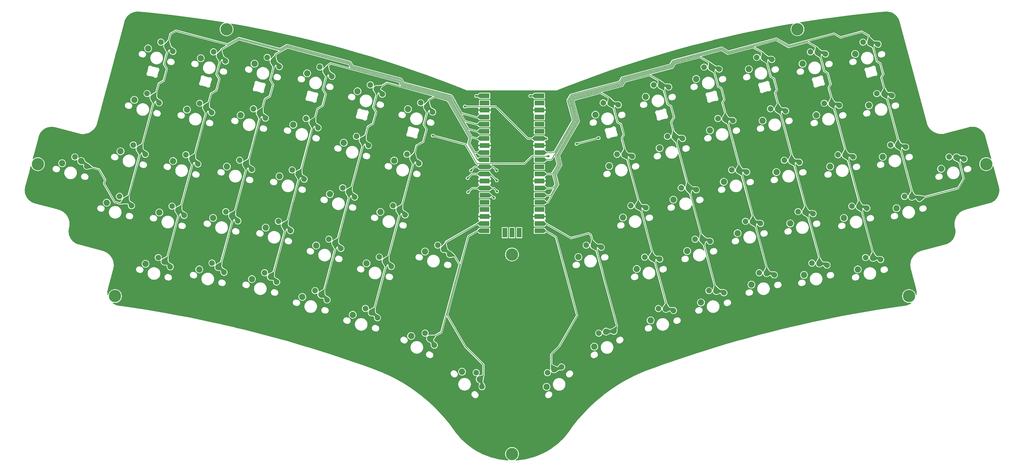
<source format=gtl>
G04 #@! TF.GenerationSoftware,KiCad,Pcbnew,8.0.2*
G04 #@! TF.CreationDate,2024-05-24T22:26:47+01:00*
G04 #@! TF.ProjectId,Phoenixia3,50686f65-6e69-4786-9961-332e6b696361,1*
G04 #@! TF.SameCoordinates,Original*
G04 #@! TF.FileFunction,Copper,L1,Top*
G04 #@! TF.FilePolarity,Positive*
%FSLAX46Y46*%
G04 Gerber Fmt 4.6, Leading zero omitted, Abs format (unit mm)*
G04 Created by KiCad (PCBNEW 8.0.2) date 2024-05-24 22:26:47*
%MOMM*%
%LPD*%
G01*
G04 APERTURE LIST*
G04 Aperture macros list*
%AMHorizOval*
0 Thick line with rounded ends*
0 $1 width*
0 $2 $3 position (X,Y) of the first rounded end (center of the circle)*
0 $4 $5 position (X,Y) of the second rounded end (center of the circle)*
0 Add line between two ends*
20,1,$1,$2,$3,$4,$5,0*
0 Add two circle primitives to create the rounded ends*
1,1,$1,$2,$3*
1,1,$1,$4,$5*%
G04 Aperture macros list end*
G04 #@! TA.AperFunction,ComponentPad*
%ADD10C,2.250000*%
G04 #@! TD*
G04 #@! TA.AperFunction,ComponentPad*
%ADD11C,2.000000*%
G04 #@! TD*
G04 #@! TA.AperFunction,ComponentPad*
%ADD12HorizOval,2.250000X0.000000X0.000000X0.000000X0.000000X0*%
G04 #@! TD*
G04 #@! TA.AperFunction,ComponentPad*
%ADD13HorizOval,2.250000X0.000000X0.000000X0.000000X0.000000X0*%
G04 #@! TD*
G04 #@! TA.AperFunction,ComponentPad*
%ADD14C,4.400000*%
G04 #@! TD*
G04 #@! TA.AperFunction,ComponentPad*
%ADD15HorizOval,2.250000X0.000000X0.000000X0.000000X0.000000X0*%
G04 #@! TD*
G04 #@! TA.AperFunction,ComponentPad*
%ADD16HorizOval,2.250000X0.000000X0.000000X0.000000X0.000000X0*%
G04 #@! TD*
G04 #@! TA.AperFunction,ComponentPad*
%ADD17O,1.700000X1.700000*%
G04 #@! TD*
G04 #@! TA.AperFunction,SMDPad,CuDef*
%ADD18R,3.500000X1.700000*%
G04 #@! TD*
G04 #@! TA.AperFunction,ComponentPad*
%ADD19R,1.700000X1.700000*%
G04 #@! TD*
G04 #@! TA.AperFunction,SMDPad,CuDef*
%ADD20R,1.700000X3.500000*%
G04 #@! TD*
G04 #@! TA.AperFunction,ComponentPad*
%ADD21HorizOval,2.250000X0.000000X0.000000X0.000000X0.000000X0*%
G04 #@! TD*
G04 #@! TA.AperFunction,ComponentPad*
%ADD22HorizOval,2.250000X0.000000X0.000000X0.000000X0.000000X0*%
G04 #@! TD*
G04 #@! TA.AperFunction,ViaPad*
%ADD23C,0.800000*%
G04 #@! TD*
G04 #@! TA.AperFunction,Conductor*
%ADD24C,0.150000*%
G04 #@! TD*
G04 #@! TA.AperFunction,Conductor*
%ADD25C,0.250000*%
G04 #@! TD*
G04 APERTURE END LIST*
D10*
X236551516Y-160126972D03*
D11*
X239258980Y-160726665D03*
D12*
X231075288Y-164223926D03*
D11*
X233885834Y-159992314D03*
D10*
X88193643Y-147457348D03*
D11*
X90238530Y-149330429D03*
D13*
X81402613Y-148267298D03*
D11*
X85952424Y-146007889D03*
D10*
X331417181Y-146144498D03*
D11*
X334124645Y-146744191D03*
D12*
X325940953Y-150241452D03*
D11*
X328751499Y-146009840D03*
D10*
X247561029Y-127578748D03*
D11*
X250268493Y-128178441D03*
D12*
X242084801Y-131675702D03*
D11*
X244895347Y-127444090D03*
D10*
X321556170Y-109342728D03*
D11*
X324263634Y-109942421D03*
D12*
X316079942Y-113439682D03*
D11*
X318890488Y-109208070D03*
D10*
X317157914Y-166531741D03*
D11*
X319865378Y-167131434D03*
D12*
X311681686Y-170628695D03*
D11*
X314492232Y-166397083D03*
D10*
X93124148Y-129056453D03*
D11*
X95169035Y-130929534D03*
D13*
X86333118Y-129866403D03*
D11*
X90882929Y-127606994D03*
D10*
X79265204Y-107175210D03*
D11*
X81310090Y-109048291D03*
D13*
X72474174Y-107985162D03*
D11*
X77023985Y-105725751D03*
D10*
X112332757Y-131021572D03*
D11*
X114377644Y-132894653D03*
D13*
X105541727Y-131831522D03*
D11*
X110091538Y-129572113D03*
D10*
X84205127Y-88763695D03*
D11*
X86250013Y-90636776D03*
D13*
X77414097Y-89573648D03*
D11*
X81963908Y-87314236D03*
D10*
X335415125Y-87461477D03*
D11*
X338122589Y-88061170D03*
D12*
X329938897Y-91558431D03*
D11*
X332749443Y-87326819D03*
D10*
X121248239Y-171303014D03*
D11*
X123293126Y-173176095D03*
D13*
X114457209Y-172112964D03*
D11*
X119007020Y-169853555D03*
D10*
X149125111Y-140893200D03*
D11*
X151169998Y-142766281D03*
D13*
X142334081Y-141703150D03*
D11*
X146883892Y-139443741D03*
D10*
X242630530Y-109177871D03*
D11*
X245337994Y-109777564D03*
D12*
X237154302Y-113274825D03*
D11*
X239964848Y-109043213D03*
D10*
X316622829Y-90955752D03*
D11*
X319330293Y-91555445D03*
D12*
X311146601Y-95052706D03*
D11*
X313957147Y-90821094D03*
D14*
X65583559Y-178193861D03*
D10*
X340345630Y-105862363D03*
D11*
X343053094Y-106462056D03*
D12*
X334869402Y-109959317D03*
D11*
X337679948Y-105727705D03*
D10*
X144204023Y-159283456D03*
D11*
X146248910Y-161156537D03*
D13*
X137412993Y-160093406D03*
D11*
X141962804Y-157833997D03*
D10*
X195827081Y-207962200D03*
D11*
X196661466Y-210606778D03*
D15*
X189540901Y-205268124D03*
D11*
X194610858Y-205586322D03*
D10*
X280356142Y-176392754D03*
D11*
X283063606Y-176992447D03*
D12*
X274879914Y-180489708D03*
D11*
X277690460Y-176258096D03*
D10*
X366140557Y-128540896D03*
D11*
X368848021Y-129140589D03*
D12*
X360664329Y-132637850D03*
D11*
X363474875Y-128406238D03*
D10*
X167140978Y-147285144D03*
D11*
X169185865Y-149158225D03*
D13*
X160349948Y-148095094D03*
D11*
X164899759Y-145835685D03*
D10*
X265564632Y-121190093D03*
D11*
X268272096Y-121789786D03*
D12*
X260088404Y-125287047D03*
D11*
X262898950Y-121055435D03*
D10*
X275428489Y-157977955D03*
D11*
X278135953Y-158577648D03*
D12*
X269952261Y-162074909D03*
D11*
X272762807Y-157843297D03*
D10*
X252491532Y-145979639D03*
D11*
X255198996Y-146579332D03*
D12*
X247015304Y-150076593D03*
D11*
X249825850Y-145844981D03*
D10*
X154065033Y-122481688D03*
D11*
X156109920Y-124354769D03*
D13*
X147274003Y-123291638D03*
D11*
X151823814Y-121032229D03*
D10*
X183085129Y-161420628D03*
D11*
X185130016Y-163293709D03*
D13*
X176294099Y-162230578D03*
D11*
X180843910Y-159971169D03*
D10*
X172071483Y-128884262D03*
D11*
X174116370Y-130757343D03*
D13*
X165280453Y-129694212D03*
D11*
X169830264Y-127434803D03*
D10*
X293432084Y-151589288D03*
D11*
X296139548Y-152188981D03*
D12*
X287955856Y-155686242D03*
D11*
X290766402Y-151454630D03*
D10*
X298359743Y-170004089D03*
D11*
X301067207Y-170603782D03*
D12*
X292883515Y-174101043D03*
D11*
X295694061Y-169869431D03*
D10*
X178118764Y-193436159D03*
D11*
X179609184Y-195774672D03*
D16*
X171349502Y-192460864D03*
D11*
X176329060Y-191456019D03*
D10*
X257419197Y-164394441D03*
D11*
X260126661Y-164994134D03*
D12*
X251942969Y-168491395D03*
D11*
X254753515Y-164259783D03*
D10*
X157279975Y-184086920D03*
D11*
X159324862Y-185960001D03*
D13*
X150488945Y-184896870D03*
D11*
X155038756Y-182637461D03*
D10*
X283571085Y-114787520D03*
D11*
X286278549Y-115387213D03*
D12*
X278094857Y-118884474D03*
D11*
X280905403Y-114652862D03*
D10*
X117253844Y-112631302D03*
D11*
X119298731Y-114504383D03*
D13*
X110462814Y-113441252D03*
D11*
X115012625Y-111181843D03*
D10*
X158995537Y-104080803D03*
D11*
X161040423Y-105953884D03*
D13*
X152204507Y-104890755D03*
D11*
X156754318Y-102631344D03*
D10*
X83263141Y-165858227D03*
D11*
X85308028Y-167731308D03*
D13*
X76472111Y-166668177D03*
D11*
X81021922Y-164408768D03*
D10*
X350206637Y-142664142D03*
D11*
X352914101Y-143263835D03*
D12*
X344730409Y-146761096D03*
D11*
X347540955Y-142529484D03*
D14*
X207383559Y-234693862D03*
D10*
X326483829Y-127757520D03*
D11*
X329191293Y-128357213D03*
D12*
X321007601Y-131854474D03*
D11*
X323818147Y-127622862D03*
D10*
X126178739Y-152902134D03*
D11*
X128223626Y-154775215D03*
D13*
X119387709Y-153712084D03*
D11*
X123937520Y-151452675D03*
D10*
X122184340Y-94230422D03*
D11*
X124229226Y-96103503D03*
D13*
X115393310Y-95040374D03*
D11*
X119943121Y-92780963D03*
D10*
X345276128Y-124263255D03*
D11*
X347983592Y-124862948D03*
D12*
X339799900Y-128360209D03*
D11*
X342610446Y-124128597D03*
D10*
X139264108Y-177694971D03*
D11*
X141308995Y-179568052D03*
D13*
X132473078Y-178504921D03*
D11*
X137022889Y-176245512D03*
D10*
X260636977Y-102775292D03*
D11*
X263344441Y-103374985D03*
D12*
X255160749Y-106872246D03*
D11*
X257971295Y-102640634D03*
D10*
X336347690Y-164545386D03*
D11*
X339055154Y-165145079D03*
D12*
X330871462Y-168642340D03*
D11*
X333682008Y-164410728D03*
D14*
X105408558Y-82718861D03*
D10*
X136049173Y-116089737D03*
D11*
X138094060Y-117962818D03*
D13*
X129258143Y-116899687D03*
D11*
X133807954Y-114640278D03*
D17*
X198471786Y-106571163D03*
D18*
X197571786Y-106571163D03*
D17*
X198471787Y-109111162D03*
D18*
X197571787Y-109111162D03*
D19*
X198471788Y-111651163D03*
D18*
X197571788Y-111651163D03*
D17*
X198471785Y-114191162D03*
D18*
X197571785Y-114191162D03*
D17*
X198471786Y-116731161D03*
D18*
X197571786Y-116731161D03*
D17*
X198471786Y-119271164D03*
D18*
X197571786Y-119271164D03*
D17*
X198471785Y-121811163D03*
D18*
X197571785Y-121811163D03*
D19*
X198471785Y-124351165D03*
D18*
X197571785Y-124351165D03*
D17*
X198471786Y-126891163D03*
D18*
X197571786Y-126891163D03*
D17*
X198471787Y-129431163D03*
D18*
X197571787Y-129431163D03*
D17*
X198471787Y-131971163D03*
D18*
X197571787Y-131971163D03*
D17*
X198471786Y-134511163D03*
D18*
X197571786Y-134511163D03*
D19*
X198471787Y-137051162D03*
D18*
X197571787Y-137051162D03*
D17*
X198471786Y-139591164D03*
D18*
X197571786Y-139591164D03*
D17*
X198471787Y-142131164D03*
D18*
X197571787Y-142131164D03*
D17*
X198471785Y-144671163D03*
D18*
X197571785Y-144671163D03*
D17*
X198471786Y-147211163D03*
D18*
X197571786Y-147211163D03*
D19*
X198471786Y-149751162D03*
D18*
X197571786Y-149751162D03*
D17*
X198471787Y-152291163D03*
D18*
X197571787Y-152291163D03*
D17*
X198471786Y-154831163D03*
D18*
X197571786Y-154831163D03*
D17*
X216251786Y-154831163D03*
D18*
X217151786Y-154831163D03*
D17*
X216251785Y-152291164D03*
D18*
X217151785Y-152291164D03*
D19*
X216251784Y-149751163D03*
D18*
X217151784Y-149751163D03*
D17*
X216251787Y-147211164D03*
D18*
X217151787Y-147211164D03*
D17*
X216251786Y-144671165D03*
D18*
X217151786Y-144671165D03*
D17*
X216251786Y-142131162D03*
D18*
X217151786Y-142131162D03*
D17*
X216251787Y-139591163D03*
D18*
X217151787Y-139591163D03*
D19*
X216251787Y-137051161D03*
D18*
X217151787Y-137051161D03*
D17*
X216251786Y-134511163D03*
D18*
X217151786Y-134511163D03*
D17*
X216251785Y-131971163D03*
D18*
X217151785Y-131971163D03*
D17*
X216251785Y-129431163D03*
D18*
X217151785Y-129431163D03*
D17*
X216251786Y-126891163D03*
D18*
X217151786Y-126891163D03*
D19*
X216251785Y-124351164D03*
D18*
X217151785Y-124351164D03*
D17*
X216251786Y-121811162D03*
D18*
X217151786Y-121811162D03*
D17*
X216251785Y-119271162D03*
D18*
X217151785Y-119271162D03*
D17*
X216251787Y-116731163D03*
D18*
X217151787Y-116731163D03*
D17*
X216251786Y-114191163D03*
D18*
X217151786Y-114191163D03*
D19*
X216251786Y-111651164D03*
D18*
X217151786Y-111651164D03*
D17*
X216251785Y-109111163D03*
D18*
X217151785Y-109111163D03*
D17*
X216251786Y-106571163D03*
D18*
X217151786Y-106571163D03*
D17*
X204821784Y-154601164D03*
D20*
X204821784Y-155501164D03*
D19*
X207361786Y-154601163D03*
D20*
X207361786Y-155501163D03*
D17*
X209901784Y-154601164D03*
D20*
X209901784Y-155501164D03*
D10*
X297438755Y-92914290D03*
D11*
X300146219Y-93513983D03*
D12*
X291962527Y-97011244D03*
D11*
X294773073Y-92779632D03*
D10*
X102462331Y-167833968D03*
D11*
X104507218Y-169707049D03*
D13*
X95671301Y-168643918D03*
D11*
X100221112Y-166384509D03*
D14*
X38006578Y-130997048D03*
D10*
X307296911Y-129729974D03*
D11*
X310004375Y-130329667D03*
D12*
X301820683Y-133826928D03*
D11*
X304631229Y-129595316D03*
D10*
X131109251Y-134501247D03*
D11*
X133154138Y-136374328D03*
D13*
X124318221Y-135311197D03*
D11*
X128868032Y-133051788D03*
D10*
X53464498Y-129861202D03*
D11*
X55509385Y-131734283D03*
D13*
X46673468Y-130671152D03*
D11*
X51223279Y-128411743D03*
D10*
X74334702Y-125576097D03*
D11*
X76379589Y-127449178D03*
D13*
X67543672Y-126386047D03*
D11*
X72093483Y-124126638D03*
D10*
X69413620Y-143966357D03*
D11*
X71458507Y-145839438D03*
D13*
X62622590Y-144776307D03*
D11*
X67172401Y-142516898D03*
D10*
X262352542Y-182781413D03*
D11*
X265060006Y-183381106D03*
D12*
X256876314Y-186878367D03*
D11*
X259686860Y-182646755D03*
D10*
X107392828Y-149433081D03*
D11*
X109437715Y-151306162D03*
D13*
X100601798Y-150243031D03*
D11*
X105151609Y-147983622D03*
D10*
X162210482Y-165686032D03*
D11*
X164255369Y-167559113D03*
D13*
X155419452Y-166495982D03*
D11*
X159969263Y-164236573D03*
D10*
X312230257Y-148116953D03*
D11*
X314937721Y-148716646D03*
D12*
X306754029Y-152213907D03*
D11*
X309564575Y-147982295D03*
D10*
X270495142Y-139590980D03*
D11*
X273202606Y-140190673D03*
D12*
X265018914Y-143687934D03*
D11*
X267829460Y-139456322D03*
D10*
X302369258Y-111315183D03*
D11*
X305076722Y-111914876D03*
D12*
X296893030Y-115412137D03*
D11*
X299703576Y-111180525D03*
D10*
X98054654Y-110655569D03*
D11*
X100099541Y-112528650D03*
D13*
X91263624Y-111465519D03*
D11*
X95813435Y-109206110D03*
D14*
X207358558Y-163318861D03*
D10*
X177001986Y-110483372D03*
D11*
X179046872Y-112356453D03*
D13*
X170210956Y-111293324D03*
D11*
X174760767Y-109033913D03*
D10*
X102994576Y-92244060D03*
D11*
X105039462Y-94117141D03*
D13*
X96203546Y-93054012D03*
D11*
X100753357Y-90794601D03*
D10*
X278640574Y-96386632D03*
D11*
X281348038Y-96986325D03*
D12*
X273164346Y-100483586D03*
D11*
X275974892Y-96251974D03*
D10*
X222416208Y-204399619D03*
D11*
X225060786Y-203565234D03*
D21*
X219722132Y-210685799D03*
D11*
X220040330Y-205615842D03*
D10*
X288498737Y-133202317D03*
D11*
X291206201Y-133802010D03*
D12*
X283022509Y-137299271D03*
D11*
X285833055Y-133067659D03*
D10*
X240991343Y-190910705D03*
D11*
X243761765Y-190789221D03*
D22*
X236762083Y-196285411D03*
D11*
X238381640Y-191470565D03*
D10*
X140979677Y-97688850D03*
D11*
X143024563Y-99561931D03*
D13*
X134188647Y-98498802D03*
D11*
X138738458Y-96239391D03*
D14*
X376753765Y-130984746D03*
X309351784Y-82706560D03*
X349176785Y-178181559D03*
D23*
X330423553Y-98460915D03*
X238023553Y-120010916D03*
X292423551Y-103960916D03*
X75248552Y-96085916D03*
X167298553Y-117660916D03*
X130798551Y-185585917D03*
X252014881Y-117186510D03*
X361048552Y-147010916D03*
X143273553Y-110335917D03*
X131598553Y-105460917D03*
X145623551Y-130260917D03*
X320473553Y-158585916D03*
X207931113Y-141480317D03*
X89473552Y-119135916D03*
X161173552Y-116560915D03*
X311623552Y-101910916D03*
X194598553Y-124360916D03*
X323323553Y-100385916D03*
X279873552Y-127060916D03*
X68323552Y-162460916D03*
X257923551Y-154910915D03*
X85473552Y-136685917D03*
X255748552Y-113760916D03*
X149523553Y-111310917D03*
X112348552Y-102660916D03*
X122873552Y-105560917D03*
X158573552Y-156060917D03*
X85023554Y-100235917D03*
X304048553Y-102410916D03*
X337598551Y-117485917D03*
X285473552Y-105785916D03*
X103598553Y-103635916D03*
X269198552Y-111610917D03*
X93773553Y-100035916D03*
X273698553Y-107410917D03*
X190491022Y-110358490D03*
X219605275Y-121832294D03*
X201916022Y-133258490D03*
X192716023Y-133258490D03*
X191536052Y-135998415D03*
X201923552Y-136810916D03*
X200873552Y-143010916D03*
X191698553Y-141010915D03*
X202023552Y-140760915D03*
X213916021Y-106583489D03*
X194528350Y-106571163D03*
X230419748Y-123748599D03*
X179074670Y-120779613D03*
X238340340Y-121626282D03*
X220441022Y-128158490D03*
D24*
X198471780Y-124351164D02*
X198467574Y-124346954D01*
D25*
X194598553Y-124360916D02*
X194608303Y-124351166D01*
X194608303Y-124351166D02*
X198471785Y-124351166D01*
X212993695Y-121811162D02*
X216251786Y-121811162D01*
X216251786Y-121811162D02*
X219584143Y-121811162D01*
X190491022Y-110358490D02*
X201541021Y-110358491D01*
X201541021Y-110358491D02*
X212993695Y-121811162D01*
X219584143Y-121811162D02*
X219605275Y-121832294D01*
X201916022Y-133258490D02*
X201916022Y-133228386D01*
X201916022Y-133228386D02*
X200658799Y-131971164D01*
X200658799Y-131971164D02*
X198471786Y-131971163D01*
X192716023Y-133258490D02*
X194003349Y-131971163D01*
X194003349Y-131971163D02*
X198471786Y-131971163D01*
X199623800Y-134511163D02*
X198471786Y-134511163D01*
X201923552Y-136810916D02*
X199623800Y-134511163D01*
X193023305Y-134511163D02*
X198471786Y-134511163D01*
X191536052Y-135998415D02*
X193023305Y-134511163D01*
X200873552Y-143010916D02*
X199993801Y-142131164D01*
X199993801Y-142131164D02*
X198471786Y-142131164D01*
X200873552Y-143010916D02*
X201048553Y-143185917D01*
X202023552Y-140760915D02*
X202123553Y-140760915D01*
X191698552Y-140985917D02*
X191698553Y-141010915D01*
X202123553Y-140760915D02*
X202073553Y-140710917D01*
X198471786Y-139591164D02*
X200953800Y-139591164D01*
X202023553Y-140660916D02*
X202023552Y-140760915D01*
X198471786Y-139591164D02*
X193093304Y-139591165D01*
X191698553Y-141010915D02*
X191673553Y-141010916D01*
X200953800Y-139591164D02*
X202023553Y-140660916D01*
X191673553Y-141010916D02*
X191723551Y-140960917D01*
X193093304Y-139591165D02*
X191698552Y-140985917D01*
X167841656Y-100474183D02*
X168637153Y-101852023D01*
X149596047Y-94420603D02*
X150391542Y-95798441D01*
X86250010Y-90636778D02*
X85344911Y-89069104D01*
X105774711Y-88165671D02*
X109785749Y-85849898D01*
X77085325Y-117364393D02*
X74973817Y-125207099D01*
X71458501Y-145839438D02*
X70553404Y-144271760D01*
X84086208Y-96994751D02*
X82979754Y-101124087D01*
X84604985Y-89456275D02*
X83060903Y-95218872D01*
X126981077Y-88360937D02*
X149596047Y-94420603D01*
X85393037Y-84330348D02*
X87285911Y-83237498D01*
X70553404Y-144271760D02*
X69413620Y-143966357D01*
X80404994Y-107480615D02*
X79265204Y-107175210D01*
X75474489Y-125881501D02*
X74334702Y-125576097D01*
X81310094Y-109048290D02*
X80404994Y-107480615D01*
X84205127Y-88763695D02*
X84604985Y-89456275D01*
X69413620Y-143966357D02*
X67476845Y-145084552D01*
X67476845Y-145084552D02*
X65445363Y-144540222D01*
X62037627Y-136587244D02*
X59917747Y-132915502D01*
X79634199Y-107814321D02*
X77085325Y-117364393D01*
X59917747Y-132915502D02*
X55509380Y-131734285D01*
X74973817Y-125207099D02*
X74334702Y-125576097D01*
X150391542Y-95798441D02*
X167841656Y-100474183D01*
X185740194Y-106434768D02*
X187081272Y-108757585D01*
X194591022Y-114189776D02*
X198471785Y-114191163D01*
X79265204Y-107175210D02*
X79634199Y-107814321D01*
X65445363Y-144540222D02*
X61662343Y-137987834D01*
X109785749Y-85849898D02*
X124500966Y-89792827D01*
X74334702Y-125576097D02*
X74730567Y-126261751D01*
X183805031Y-105916241D02*
X185740194Y-106434768D01*
X183805031Y-105916241D02*
X183901622Y-105942124D01*
X87285911Y-83237498D02*
X87430799Y-83276321D01*
X81142640Y-102184745D02*
X79904319Y-106806219D01*
X83060903Y-95218872D02*
X84086208Y-96994751D01*
X168637153Y-101852023D02*
X183805031Y-105916241D01*
X79904319Y-106806219D02*
X79265204Y-107175210D01*
X54604285Y-130166610D02*
X53464498Y-129861202D01*
X61662343Y-137987834D02*
X62037627Y-136587244D01*
X82979754Y-101124087D02*
X81142640Y-102184745D01*
X189417151Y-112803441D02*
X194591022Y-114189776D01*
X87430799Y-83276321D02*
X87461417Y-83258640D01*
X124500966Y-89792827D02*
X126981077Y-88360937D01*
X85344911Y-89069104D02*
X84205127Y-88763695D01*
X74730567Y-126261751D02*
X70091500Y-143574981D01*
X87461417Y-83258640D02*
X105774711Y-88165671D01*
X55509380Y-131734285D02*
X54604285Y-130166610D01*
X187081272Y-108757585D02*
X189417151Y-112803441D01*
X76379585Y-127449178D02*
X75474489Y-125881501D01*
X84205127Y-88763695D02*
X85393037Y-84330348D01*
X70091500Y-143574981D02*
X69413620Y-143966357D01*
X99194440Y-110960971D02*
X98054654Y-110655569D01*
X168373584Y-102195510D02*
X184232760Y-106444965D01*
X88193643Y-147457348D02*
X88589511Y-148143002D01*
X190585471Y-115627039D02*
X194871534Y-116775484D01*
X94263936Y-129361861D02*
X93124148Y-129056453D01*
X184232760Y-106444965D02*
X185476625Y-106778255D01*
X124557479Y-90222081D02*
X127037589Y-88790191D01*
X95173215Y-123379108D02*
X93741019Y-128724130D01*
X127037589Y-88790191D02*
X149332482Y-94764088D01*
X105039466Y-94117141D02*
X104134366Y-92549465D01*
X102853410Y-100511784D02*
X101746956Y-104641117D01*
X98401401Y-111331351D02*
X95174914Y-123372770D01*
X102994576Y-92244060D02*
X103632164Y-89864555D01*
X186515105Y-108576951D02*
X190585471Y-115627039D01*
X84402929Y-166163632D02*
X83263141Y-165858227D01*
X85308029Y-167731310D02*
X84402929Y-166163632D01*
X167578087Y-100817672D02*
X168373584Y-102195510D01*
X101828106Y-98735904D02*
X102853410Y-100511784D01*
X149332482Y-94764088D02*
X150127977Y-96141927D01*
X90238528Y-149330423D02*
X89333430Y-147762747D01*
X95174914Y-123372770D02*
X95170891Y-123375093D01*
X95170891Y-123375093D02*
X95173215Y-123379108D01*
X194871534Y-116775484D02*
X194915857Y-116731160D01*
X185476625Y-106778255D02*
X186515105Y-108576951D01*
X93497768Y-129778782D02*
X88858700Y-147092010D01*
X99909840Y-105701777D02*
X98671521Y-110323247D01*
X95169034Y-130929537D02*
X94263936Y-129361861D01*
X109842262Y-86279151D02*
X124557479Y-90222081D01*
X186515105Y-108576951D02*
X186652019Y-108814094D01*
X89333430Y-147762747D02*
X88193643Y-147457348D01*
X103632164Y-89864555D02*
X109842262Y-86279151D01*
X101746956Y-104641117D02*
X99909840Y-105701777D01*
X194915857Y-116731160D02*
X198471785Y-116731160D01*
X104134366Y-92549465D02*
X102994576Y-92244060D01*
X83948803Y-165462363D02*
X83263141Y-165858227D01*
X150127977Y-96141927D02*
X167578087Y-100817672D01*
X103372187Y-92973307D02*
X101828106Y-98735904D01*
X100099538Y-112528647D02*
X99194440Y-110960971D01*
X88589511Y-148143002D02*
X83948803Y-165462363D01*
X119099606Y-107688137D02*
X117861286Y-112309606D01*
X191736117Y-118420014D02*
X194829922Y-119248997D01*
X122043175Y-102498147D02*
X120936726Y-106627481D01*
X194916021Y-119271164D02*
X198471786Y-119271164D01*
X103140214Y-167442588D02*
X102462331Y-167833968D01*
X124229226Y-96103502D02*
X123324129Y-94535828D01*
X168110013Y-102538996D02*
X184274121Y-106870155D01*
X103602120Y-168139369D02*
X102462331Y-167833968D01*
X123324129Y-94535828D02*
X122184340Y-94230422D01*
X184274121Y-106870155D02*
X185213060Y-107121742D01*
X149068912Y-95107576D02*
X149864409Y-96485415D01*
X113472545Y-131326978D02*
X112332757Y-131021572D01*
X185213060Y-107121742D02*
X186124499Y-108700402D01*
X194829922Y-119248997D02*
X194916021Y-119271164D01*
X114130563Y-126232876D02*
X112930786Y-130710493D01*
X109437714Y-151306161D02*
X108532615Y-149738484D01*
X114132260Y-126226532D02*
X114128242Y-126228853D01*
X104507217Y-169707047D02*
X103602120Y-168139369D01*
X149864409Y-96485415D02*
X167314521Y-101161159D01*
X112332757Y-131021572D02*
X112309136Y-131109733D01*
X117591168Y-113317714D02*
X114132260Y-126226532D01*
X118393635Y-112936709D02*
X117253844Y-112631302D01*
X114128242Y-126228853D02*
X114130563Y-126232876D01*
X184274121Y-106870155D02*
X184443158Y-106915449D01*
X107784210Y-150110968D02*
X103140214Y-167442588D01*
X122561955Y-94959664D02*
X121017871Y-100722264D01*
X107392828Y-149433081D02*
X107784210Y-150110968D01*
X119298727Y-114504387D02*
X118393635Y-112936709D01*
X122184340Y-94230422D02*
X122874206Y-91655798D01*
X112687536Y-131765141D02*
X108048467Y-149078374D01*
X122874206Y-91655798D02*
X127094103Y-89219445D01*
X186124499Y-108700402D02*
X191736117Y-118420014D01*
X167314521Y-101161159D02*
X168110013Y-102538996D01*
X108532615Y-149738484D02*
X107392828Y-149433081D01*
X114377643Y-132894650D02*
X113472545Y-131326978D01*
X127094103Y-89219445D02*
X149068912Y-95107576D01*
X121017871Y-100722264D02*
X122043175Y-102498147D01*
X112309136Y-131109733D02*
X112687536Y-131765141D01*
X120936726Y-106627481D02*
X119099606Y-107688137D01*
X186124499Y-108700402D02*
X186222766Y-108870608D01*
X184949490Y-107465233D02*
X185663184Y-108701382D01*
X138094056Y-117962820D02*
X137188956Y-116395147D01*
X194791023Y-121783491D02*
X195041021Y-121811163D01*
X142685475Y-94975935D02*
X167050953Y-101504648D01*
X140838505Y-105956574D02*
X139732054Y-110085913D01*
X195041021Y-121811163D02*
X198471783Y-121811164D01*
X121933902Y-170907148D02*
X121248239Y-171303014D01*
X139732054Y-110085913D02*
X137894936Y-111146570D01*
X126178739Y-152902134D02*
X126574608Y-153587790D01*
X128223627Y-154775214D02*
X127318529Y-153207535D01*
X141527450Y-95644519D02*
X142685475Y-94975935D01*
X137894936Y-111146570D02*
X136656616Y-115768040D01*
X143024560Y-99561931D02*
X142119463Y-97994257D01*
X132249037Y-134806652D02*
X131109251Y-134501247D01*
X139813201Y-104180696D02*
X140838505Y-105956574D01*
X185663184Y-108701382D02*
X185793514Y-108927120D01*
X131482859Y-135223573D02*
X126843795Y-152536805D01*
X126574608Y-153587790D02*
X121933902Y-170907148D01*
X136386494Y-116776140D02*
X131726112Y-134168923D01*
X192939796Y-121304846D02*
X194791023Y-121783491D01*
X142119463Y-97994257D02*
X140979677Y-97688850D01*
X185663184Y-108701382D02*
X192939796Y-121304846D01*
X167846447Y-102882484D02*
X184949490Y-107465233D01*
X137188956Y-116395147D02*
X136049173Y-116089737D01*
X127318529Y-153207535D02*
X126178739Y-152902134D01*
X123293125Y-173176097D02*
X122388029Y-171608416D01*
X167050953Y-101504648D02*
X167846447Y-102882484D01*
X122388029Y-171608416D02*
X121248239Y-171303014D01*
X140979677Y-97688850D02*
X141527450Y-95644519D01*
X141357283Y-98418099D02*
X139813201Y-104180696D01*
X133154132Y-136374328D02*
X132249037Y-134806652D01*
X155741259Y-118102548D02*
X154663062Y-122170613D01*
X192647459Y-121598504D02*
X192125760Y-123545509D01*
X193966066Y-126733014D02*
X194474556Y-126869264D01*
X185184191Y-108671745D02*
X185364257Y-108983636D01*
X150264900Y-141198607D02*
X149125111Y-140893200D01*
X144590914Y-159953573D02*
X139941988Y-177303602D01*
X185184191Y-108671745D02*
X192647459Y-121598504D01*
X151169996Y-142766281D02*
X150264900Y-141198607D01*
X155204825Y-122787096D02*
X154065033Y-122481688D01*
X160135321Y-104386210D02*
X158995537Y-104080803D01*
X184685923Y-107808717D02*
X185184191Y-108671745D01*
X158844950Y-112359150D02*
X157738499Y-116488482D01*
X159363730Y-104820673D02*
X157819643Y-110583271D01*
X192125760Y-123545509D02*
X193966066Y-126733014D01*
X156109920Y-124354770D02*
X155204825Y-122787096D01*
X140403900Y-178000377D02*
X139264108Y-177694971D01*
X145343813Y-159588866D02*
X144204023Y-159283456D01*
X161040421Y-105953885D02*
X160135321Y-104386210D01*
X157819643Y-110583271D02*
X158844950Y-112359150D01*
X155901382Y-117549144D02*
X155741259Y-118102548D01*
X139941988Y-177303602D02*
X139264108Y-177694971D01*
X158995537Y-104080803D02*
X162728891Y-101925349D01*
X157738499Y-116488482D02*
X155901382Y-117549144D01*
X194474556Y-126869264D02*
X194477677Y-126867458D01*
X154392942Y-123178714D02*
X149732559Y-140571500D01*
X162728891Y-101925349D02*
X184685923Y-107808717D01*
X194641023Y-126883490D02*
X198471785Y-126891164D01*
X149489309Y-141626149D02*
X144850242Y-158939378D01*
X146248911Y-161156541D02*
X145343813Y-159588866D01*
X194477677Y-126867458D02*
X194641023Y-126883490D01*
X144204023Y-159283456D02*
X144590914Y-159953573D01*
X141308999Y-179568054D02*
X140403900Y-178000377D01*
X177176672Y-110382520D02*
X177322052Y-110421470D01*
X178141771Y-110788778D02*
X177001986Y-110483372D01*
X179962814Y-106957277D02*
X184422353Y-108152207D01*
X195316021Y-129433490D02*
X198471786Y-129431163D01*
X173211270Y-129189669D02*
X172071483Y-128884262D01*
X179046873Y-112356451D02*
X178141771Y-110788778D01*
X174116371Y-130757342D02*
X173211270Y-129189669D01*
X177385183Y-111147088D02*
X177001986Y-110483372D01*
X169185859Y-149158226D02*
X168280766Y-147590552D01*
X177001986Y-110483372D02*
X177657600Y-108036593D01*
X191991739Y-122500202D02*
X191696506Y-123602022D01*
X184422353Y-108152207D02*
X184864294Y-108917674D01*
X159324860Y-185960001D02*
X158419763Y-184392323D01*
X179665170Y-106877525D02*
X179962814Y-106957277D01*
X162597365Y-166356132D02*
X157950079Y-183700033D01*
X164255367Y-167559110D02*
X163350272Y-165991437D01*
X176872268Y-118567088D02*
X175864641Y-116821826D01*
X172071483Y-128884262D02*
X173298606Y-124304577D01*
X163350272Y-165991437D02*
X162210482Y-165686032D01*
X162210482Y-165686032D02*
X162597365Y-166356132D01*
X184864294Y-108917674D02*
X184935006Y-109040146D01*
X168280766Y-147590552D02*
X167140978Y-147285144D01*
X195026496Y-129369731D02*
X195316021Y-129433490D01*
X172399389Y-129581289D02*
X167739006Y-146974072D01*
X184864294Y-108917674D02*
X192218205Y-121655019D01*
X191696506Y-123602022D02*
X195026496Y-129369731D01*
X167495758Y-148028721D02*
X162856688Y-165341953D01*
X177657600Y-108036593D02*
X179665170Y-106877525D01*
X157950079Y-183700033D02*
X157279975Y-184086920D01*
X175707583Y-122913754D02*
X176872268Y-118567088D01*
X177001986Y-110483372D02*
X177176672Y-110382520D01*
X175864641Y-116821826D02*
X177385183Y-111147088D01*
X158419763Y-184392323D02*
X157279975Y-184086920D01*
X192218205Y-121655019D02*
X191991739Y-122500202D01*
X173298606Y-124304577D02*
X175707583Y-122913754D01*
X191716265Y-154196430D02*
X194977150Y-152313757D01*
X194999742Y-152291163D02*
X194977150Y-152313757D01*
X179609185Y-195774669D02*
X178284716Y-193480623D01*
X184224914Y-161726033D02*
X185130016Y-163293711D01*
X191716265Y-154196430D02*
X191945906Y-154063847D01*
X178284716Y-193480623D02*
X178118764Y-193436159D01*
X183795501Y-158769487D02*
X189067756Y-155725547D01*
X198471785Y-152291163D02*
X194999742Y-152291163D01*
X183085129Y-161420628D02*
X184224914Y-161726033D01*
X189067756Y-155725547D02*
X191716265Y-154196430D01*
X183085129Y-161420628D02*
X183795501Y-158769487D01*
X188624068Y-166871810D02*
X182126112Y-191122515D01*
X186819638Y-163746445D02*
X188624068Y-166871810D01*
X185130015Y-163293710D02*
X186819638Y-163746445D01*
X182126112Y-191122515D02*
X178118764Y-193436159D01*
X197146336Y-206642947D02*
X196685619Y-207103662D01*
X184174322Y-185023971D02*
X190584010Y-196125875D01*
X191737769Y-156796800D02*
X192366727Y-156433672D01*
X198471785Y-154831162D02*
X195110715Y-154831162D01*
X190587917Y-196126923D02*
X197146335Y-202685337D01*
X196661461Y-208796582D02*
X195827081Y-207962200D01*
X192366727Y-156433672D02*
X195067486Y-154874389D01*
X196685619Y-207103662D02*
X196792784Y-206996499D01*
X185513709Y-180025305D02*
X191737769Y-156796800D01*
X195110715Y-154831162D02*
X195067486Y-154874389D01*
X196661460Y-210606779D02*
X196661461Y-208796582D01*
X195827081Y-207962200D02*
X196685619Y-207103662D01*
X197146335Y-202685337D02*
X197146336Y-206642947D01*
X185681943Y-179397453D02*
X184174322Y-185023971D01*
X190584010Y-196125875D02*
X190587917Y-196126923D01*
X191498360Y-157690284D02*
X191737769Y-156796800D01*
X191737769Y-156796800D02*
X192366727Y-156433672D01*
X224226405Y-204399616D02*
X225060786Y-203565239D01*
X221360310Y-203343723D02*
X221360309Y-199083992D01*
X224230975Y-196213325D02*
X230630291Y-185129385D01*
X228708561Y-177957384D02*
X228572680Y-177450274D01*
X228482095Y-177112199D02*
X228572680Y-177450274D01*
X222416208Y-204318524D02*
X222416208Y-204399619D01*
X223098657Y-157020943D02*
X228482095Y-177112199D01*
X222416208Y-204399619D02*
X221360310Y-203343723D01*
X216251785Y-154831165D02*
X219316022Y-154858490D01*
X230630291Y-185129385D02*
X228572680Y-177450274D01*
X222416208Y-204399619D02*
X224226405Y-204399616D01*
X219316022Y-154858490D02*
X219424426Y-154899626D01*
X221360309Y-199083992D02*
X224230975Y-196213325D01*
X219424426Y-154899626D02*
X223098657Y-157020943D01*
X216251785Y-154831163D02*
X217540860Y-154485756D01*
X219692002Y-152420907D02*
X228387692Y-157441365D01*
X234666209Y-155759042D02*
X235511973Y-156247345D01*
X243761765Y-190789221D02*
X241112832Y-190789222D01*
X228387692Y-157441365D02*
X234666209Y-155759042D01*
X244845233Y-188912608D02*
X243761765Y-190789221D01*
X236551516Y-160126972D02*
X237238404Y-160523548D01*
X219466021Y-152291165D02*
X219692002Y-152420907D01*
X235511973Y-156247345D02*
X236551516Y-160126972D01*
X237238404Y-160523548D02*
X244845233Y-188912608D01*
X216251785Y-152291164D02*
X219466021Y-152291165D01*
X237691302Y-159821567D02*
X236551516Y-160126972D01*
X239258981Y-160726668D02*
X237691302Y-159821567D01*
X241112832Y-190789222D02*
X240991343Y-190910705D01*
X229334812Y-108436842D02*
X230713024Y-113580397D01*
X263492329Y-182476008D02*
X262352542Y-182781413D01*
X247315071Y-120462991D02*
X246586754Y-121724477D01*
X230758317Y-113749435D02*
X230803612Y-113918473D01*
X250268493Y-128178441D02*
X248700819Y-127273345D01*
X216251786Y-144671165D02*
X219965865Y-144671165D01*
X229653010Y-107885707D02*
X229334812Y-108436842D01*
X224444758Y-129210321D02*
X224987517Y-131235923D01*
X246305679Y-116695881D02*
X247315071Y-120462991D01*
X238911408Y-105404927D02*
X230815433Y-107574237D01*
X265060003Y-183381105D02*
X263492329Y-182476008D01*
X248700819Y-127273345D02*
X247561029Y-127578748D01*
X230713024Y-113580397D02*
X230758317Y-113749435D01*
X253631321Y-145674235D02*
X252491532Y-145979639D01*
X227769671Y-121617777D02*
X224109183Y-127957931D01*
X243345923Y-109590906D02*
X245056437Y-115974630D01*
X223836389Y-138241182D02*
X220152848Y-144621263D01*
X222919230Y-134818301D02*
X223385867Y-136559811D01*
X253194676Y-146385597D02*
X252491532Y-145979639D01*
X262758501Y-182078267D02*
X258130113Y-164804889D01*
X223385867Y-136559811D02*
X223836389Y-138241182D01*
X252897497Y-145276493D02*
X248264176Y-127984713D01*
X258130113Y-164804889D02*
X257419197Y-164394441D01*
X262352542Y-182781413D02*
X262758501Y-182078267D01*
X220152848Y-144621263D02*
X219966020Y-144671324D01*
X255198996Y-146579333D02*
X253631321Y-145674235D01*
X257829645Y-163683526D02*
X253194676Y-146385597D01*
X219965865Y-144671165D02*
X219966020Y-144671324D01*
X224109183Y-127957931D02*
X224444758Y-129210321D01*
X242630530Y-109177871D02*
X243345923Y-109590906D01*
X246586754Y-121724477D02*
X247966989Y-126875603D01*
X231250962Y-115588006D02*
X227769671Y-121617777D01*
X230815433Y-107574237D02*
X229653010Y-107885707D01*
X252491532Y-145979639D02*
X252897497Y-145276493D01*
X257419197Y-164394441D02*
X257829645Y-163683526D01*
X242115199Y-107254635D02*
X238911408Y-105404927D01*
X224987517Y-131235923D02*
X224821831Y-131522895D01*
X245056437Y-115974630D02*
X246305679Y-116695881D01*
X247966989Y-126875603D02*
X247561029Y-127578748D01*
X242630530Y-109177871D02*
X242115199Y-107254635D01*
X248264176Y-127984713D02*
X247561029Y-127578748D01*
X258558982Y-164089036D02*
X257419197Y-164394441D01*
X224821831Y-131522895D02*
X222919230Y-134818301D01*
X260126657Y-164994134D02*
X258558982Y-164089036D01*
X243770316Y-108872465D02*
X242630530Y-109177871D01*
X230758317Y-113749435D02*
X231250962Y-115588006D01*
X245337993Y-109777562D02*
X243770316Y-108872465D01*
X260636977Y-102775292D02*
X260225199Y-101238513D01*
X275420712Y-157973468D02*
X275428489Y-157977955D01*
X283063606Y-176992445D02*
X281495930Y-176087350D01*
X270495134Y-139590977D02*
X270495142Y-139590980D01*
X260636977Y-102775292D02*
X261278882Y-103145897D01*
X270495142Y-139590980D02*
X275420712Y-157973468D01*
X228905558Y-108380330D02*
X230821709Y-115531493D01*
X278135951Y-158577648D02*
X276568274Y-157672550D01*
X220393293Y-142131162D02*
X216251785Y-142131163D01*
X276568274Y-157672550D02*
X275428489Y-157977955D01*
X281495930Y-176087350D02*
X280356142Y-176392754D01*
X271634926Y-139285577D02*
X270495142Y-139590980D01*
X256438325Y-99052161D02*
X247676246Y-101399955D01*
X224558262Y-131179410D02*
X222489978Y-134761790D01*
X247676246Y-101399955D02*
X246827717Y-102869649D01*
X223404725Y-138175672D02*
X221159661Y-142064237D01*
X246827717Y-102869649D02*
X229389442Y-107542219D01*
X221159661Y-142064237D02*
X220391020Y-142133489D01*
X266704419Y-120884687D02*
X265564632Y-121190093D01*
X265235806Y-114242816D02*
X264188955Y-116056009D01*
X265564632Y-121190093D02*
X270495134Y-139590977D01*
X260225199Y-101238513D02*
X256438325Y-99052161D01*
X261278882Y-103145897D02*
X262985255Y-109514176D01*
X229389442Y-107542219D02*
X228905558Y-108380330D01*
X261776763Y-102469886D02*
X260636977Y-102775292D01*
X280360635Y-176384978D02*
X280356142Y-176392754D01*
X222489978Y-134761790D02*
X223404725Y-138175672D01*
X275428489Y-157977955D02*
X280360635Y-176384978D01*
X223679931Y-127901418D02*
X224558262Y-131179410D01*
X264188955Y-116056009D02*
X265564632Y-121190093D01*
X273202600Y-140190673D02*
X271634926Y-139285577D01*
X230821709Y-115531493D02*
X223679931Y-127901418D01*
X268272095Y-121789785D02*
X266704419Y-120884687D01*
X262985255Y-109514176D02*
X264148763Y-110185930D01*
X264148763Y-110185930D02*
X265235806Y-114242816D01*
X263344439Y-103374986D02*
X261776763Y-102469886D01*
X284190142Y-115144932D02*
X283571085Y-114787520D01*
X288498737Y-133202317D02*
X288860643Y-132575475D01*
X223250676Y-127844904D02*
X230392456Y-115474981D01*
X274394522Y-92636135D02*
X265542912Y-95007919D01*
X283928497Y-114168459D02*
X282539623Y-108985105D01*
X282539623Y-108985105D02*
X283211375Y-107821598D01*
X282146983Y-103849229D02*
X280983474Y-103177478D01*
X265542912Y-95007919D02*
X264729739Y-96416374D01*
X221421554Y-139591164D02*
X221441023Y-139583490D01*
X280983474Y-103177478D02*
X279259641Y-96744050D01*
X288860643Y-132575475D02*
X284190142Y-115144932D01*
X299499533Y-169698683D02*
X298359743Y-170004089D01*
X221441023Y-139583490D02*
X222215335Y-139435761D01*
X281348038Y-96986326D02*
X279780362Y-96081225D01*
X246564148Y-102526159D02*
X230387732Y-106860618D01*
X247412676Y-101056469D02*
X246564148Y-102526159D01*
X293432084Y-151589288D02*
X293789504Y-150970224D01*
X291206200Y-133802009D02*
X289638522Y-132896916D01*
X289125578Y-133564222D02*
X288498737Y-133202317D01*
X294571873Y-151283883D02*
X293432084Y-151589288D01*
X278228796Y-94849854D02*
X274394522Y-92636135D01*
X229125874Y-107198730D02*
X228476308Y-108323815D01*
X216251787Y-139591163D02*
X221421554Y-139591164D01*
X230387732Y-106860618D02*
X230288296Y-106887261D01*
X278640574Y-96386632D02*
X278228796Y-94849854D01*
X289638522Y-132896916D02*
X288498737Y-133202317D01*
X279259641Y-96744050D02*
X278640574Y-96386632D01*
X286278546Y-115387209D02*
X284710872Y-114482111D01*
X224129013Y-131122896D02*
X223250676Y-127844904D01*
X296139549Y-152188984D02*
X294571873Y-151283883D01*
X298651465Y-169115322D02*
X294051147Y-151946706D01*
X230387732Y-106860618D02*
X229125874Y-107198730D01*
X222060722Y-134705279D02*
X224129013Y-131122896D01*
X264729739Y-96416374D02*
X247412676Y-101056469D01*
X301067211Y-170603782D02*
X299499533Y-169698683D01*
X298289560Y-169742156D02*
X298651465Y-169115322D01*
X283571085Y-114787520D02*
X283928497Y-114168459D01*
X298359743Y-170004089D02*
X298289560Y-169742156D01*
X222215335Y-139435761D02*
X222975470Y-138119161D01*
X228476308Y-108323815D02*
X229713818Y-112942269D01*
X283211375Y-107821598D02*
X282146983Y-103849229D01*
X229713818Y-112942269D02*
X229836756Y-113401083D01*
X279780362Y-96081225D02*
X278640574Y-96386632D01*
X284710872Y-114482111D02*
X283571085Y-114787520D01*
X293789504Y-150970224D02*
X289125578Y-133564222D01*
X230392456Y-115474981D02*
X229713818Y-112942269D01*
X222975470Y-138119161D02*
X222060722Y-134705279D01*
X294051147Y-151946706D02*
X293432084Y-151589288D01*
X228770987Y-110969053D02*
X229963203Y-115418468D01*
X308436703Y-129424568D02*
X307296911Y-129729974D01*
X317515335Y-165912681D02*
X317157914Y-166531741D01*
X223052714Y-128651571D02*
X223699757Y-131066385D01*
X228862305Y-106855245D02*
X228047051Y-108267304D01*
X230024731Y-106543777D02*
X228862305Y-106855245D01*
X300932861Y-100355539D02*
X302000490Y-104339984D01*
X222821422Y-127788391D02*
X223052714Y-128651571D01*
X297438755Y-92914290D02*
X298050038Y-93267216D01*
X221237249Y-134511164D02*
X216251786Y-134511163D01*
X313370047Y-147811546D02*
X312230257Y-148116953D01*
X221741023Y-134358490D02*
X221265781Y-134508491D01*
X302722182Y-110703897D02*
X302369258Y-111315183D01*
X312583185Y-147505664D02*
X312230257Y-148116953D01*
X302369258Y-111315183D02*
X302980542Y-111668111D01*
X314937722Y-148716646D02*
X313370047Y-147811546D01*
X299769355Y-99683788D02*
X300932861Y-100355539D01*
X312841548Y-148469882D02*
X317515335Y-165912681D01*
X221265781Y-134508491D02*
X221237249Y-134511164D01*
X293559127Y-89131556D02*
X284573603Y-91539220D01*
X223699757Y-131066385D02*
X221741023Y-134358490D01*
X264466170Y-96072885D02*
X247149109Y-100712978D01*
X298050038Y-93267216D02*
X299769355Y-99683788D01*
X282154730Y-90142683D02*
X265279343Y-94664430D01*
X312230257Y-148116953D02*
X312841548Y-148469882D01*
X229963203Y-115418468D02*
X222821422Y-127788391D01*
X228770987Y-110969053D02*
X228939219Y-111596908D01*
X296949692Y-91089100D02*
X293559127Y-89131556D01*
X305076721Y-111914876D02*
X303509043Y-111009777D01*
X247149109Y-100712978D02*
X246300581Y-102182675D01*
X303509043Y-111009777D02*
X302369258Y-111315183D01*
X307915975Y-130087385D02*
X312583185Y-147505664D01*
X318297706Y-166226339D02*
X317157914Y-166531741D01*
X265279343Y-94664430D02*
X264466170Y-96072885D01*
X246300581Y-102182675D02*
X230024731Y-106543777D01*
X228047051Y-108267304D02*
X228770987Y-110969053D01*
X307296911Y-129729974D02*
X307915975Y-130087385D01*
X300146215Y-93513984D02*
X298578539Y-92608884D01*
X319865380Y-167131432D02*
X318297706Y-166226339D01*
X298578539Y-92608884D02*
X297438755Y-92914290D01*
X307654327Y-129110909D02*
X307296911Y-129729974D01*
X302980542Y-111668111D02*
X307654327Y-129110909D01*
X301328738Y-105503491D02*
X302722182Y-110703897D01*
X302000490Y-104339984D02*
X301328738Y-105503491D01*
X284573603Y-91539220D02*
X282154730Y-90142683D01*
X297438755Y-92914290D02*
X296949692Y-91089100D01*
X310004377Y-130329667D02*
X308436703Y-129424568D01*
X322695958Y-109037325D02*
X321556170Y-109342728D01*
X246037013Y-101839184D02*
X228598738Y-106511759D01*
X221537056Y-129212979D02*
X221066022Y-129408491D01*
X318904871Y-97688152D02*
X320098997Y-98377582D01*
X316622829Y-90955752D02*
X316126372Y-89102936D01*
X329191292Y-128357212D02*
X327623618Y-127452115D01*
X331975004Y-146466556D02*
X336669745Y-163987564D01*
X339055150Y-165145081D02*
X337487474Y-164239982D01*
X229533948Y-115361954D02*
X221537056Y-129212979D01*
X319330292Y-91555444D02*
X317762619Y-90650343D01*
X221024940Y-129431162D02*
X216251783Y-129431164D01*
X228598738Y-106511759D02*
X227617801Y-108210793D01*
X326810381Y-127191913D02*
X326483829Y-127757520D01*
X227617801Y-108210793D02*
X228048149Y-109816877D01*
X317762619Y-90650343D02*
X316622829Y-90955752D01*
X282211244Y-89713428D02*
X265015777Y-94320942D01*
X322114003Y-109664793D02*
X326810381Y-127191913D01*
X331417181Y-146144498D02*
X331975004Y-146466556D01*
X321878234Y-108784896D02*
X321556170Y-109342728D01*
X332556970Y-145839088D02*
X331417181Y-146144498D01*
X265015777Y-94320942D02*
X264202604Y-95729397D01*
X246885540Y-100369491D02*
X246037013Y-101839184D01*
X306170174Y-89049789D02*
X301779466Y-86514810D01*
X326483829Y-127757520D02*
X327049436Y-128084072D01*
X327049436Y-128084072D02*
X331739241Y-145586673D01*
X321556170Y-109342728D02*
X322114003Y-109664793D01*
X336669745Y-163987564D02*
X336347690Y-164545386D01*
X334124645Y-146744188D02*
X332556970Y-145839088D01*
X321179569Y-102410323D02*
X320490139Y-103604448D01*
X221066022Y-129408491D02*
X221024940Y-129431162D01*
X337487474Y-164239982D02*
X336347690Y-164545386D01*
X301779466Y-86514810D02*
X284630115Y-91109964D01*
X316622829Y-90955752D02*
X317188426Y-91282300D01*
X228048149Y-109816877D02*
X229533948Y-115361954D01*
X320490139Y-103604448D02*
X321878234Y-108784896D01*
X228048149Y-109816877D02*
X228164619Y-110251547D01*
X316126372Y-89102936D02*
X312907510Y-87244526D01*
X317188426Y-91282300D02*
X318904871Y-97688152D01*
X324263632Y-109942421D02*
X322695958Y-109037325D01*
X264202604Y-95729397D02*
X246885540Y-100369491D01*
X331739241Y-145586673D02*
X331417181Y-146144498D01*
X320098997Y-98377582D02*
X321179569Y-102410323D01*
X327623618Y-127452115D02*
X326483829Y-127757520D01*
X312907510Y-87244526D02*
X306170174Y-89049789D01*
X284630115Y-91109964D02*
X282211244Y-89713428D01*
X368848018Y-129140588D02*
X367280343Y-128235494D01*
X228335172Y-106168270D02*
X227188544Y-108154279D01*
X229104696Y-115305444D02*
X222581635Y-126603712D01*
X351346425Y-142358736D02*
X350206637Y-142664142D01*
X263939034Y-95385908D02*
X246621971Y-100026003D01*
X227461194Y-109171815D02*
X229104696Y-115305444D01*
X346009819Y-124951864D02*
X350581730Y-142014463D01*
X229739076Y-105792095D02*
X229497596Y-105856797D01*
X346415916Y-123957851D02*
X345276128Y-124263255D01*
X337749102Y-94238356D02*
X336028064Y-87815362D01*
X264752206Y-93977454D02*
X263939034Y-95385908D01*
X221534045Y-126891164D02*
X216251786Y-126891163D01*
X246621971Y-100026003D02*
X245773446Y-101495697D01*
X324871849Y-85705484D02*
X322410112Y-84284199D01*
X324956703Y-85558515D02*
X324871849Y-85705484D01*
X345637080Y-123638067D02*
X345276128Y-124263255D01*
X221543265Y-126881943D02*
X221534045Y-126891164D01*
X366596921Y-139597534D02*
X352914098Y-143263833D01*
X341485414Y-105556957D02*
X340345630Y-105862363D01*
X343053092Y-106462057D02*
X341485414Y-105556957D01*
X229739076Y-105792095D02*
X228335172Y-106168270D01*
X227461194Y-109171815D02*
X227558250Y-109534036D01*
X339979889Y-98873942D02*
X338918733Y-94913643D01*
X366806952Y-128925641D02*
X368740055Y-136140075D01*
X338122588Y-88061170D02*
X336554910Y-87156073D01*
X222581635Y-126603712D02*
X221543265Y-126881943D01*
X245773446Y-101495697D02*
X229739076Y-105792095D01*
X301835979Y-86085559D02*
X284686626Y-90680715D01*
X347983593Y-124862951D02*
X346415916Y-123957851D01*
X336554910Y-87156073D02*
X335415125Y-87461477D01*
X350581730Y-142014463D02*
X350206637Y-142664142D01*
X339318744Y-100019078D02*
X339979889Y-98873942D01*
X282267757Y-89284176D02*
X264752206Y-93977454D01*
X335415125Y-87461477D02*
X334743381Y-84954493D01*
X336028064Y-87815362D02*
X335415125Y-87461477D01*
X366774299Y-139544865D02*
X366600432Y-139591456D01*
X345276128Y-124263255D02*
X345360133Y-124576769D01*
X322410112Y-84284199D02*
X306226688Y-88620536D01*
X345360133Y-124576769D02*
X346009819Y-124951864D01*
X366140557Y-128540896D02*
X366806952Y-128925641D01*
X306226688Y-88620536D02*
X301835979Y-86085559D01*
X340345630Y-105862363D02*
X340970811Y-106223314D01*
X338918733Y-94913643D02*
X337749102Y-94238356D01*
X368740055Y-136140075D02*
X366774299Y-139544865D01*
X227188544Y-108154279D02*
X227461194Y-109171815D01*
X352914098Y-143263833D02*
X351346425Y-142358736D01*
X284686626Y-90680715D02*
X282267757Y-89284176D01*
X367280343Y-128235494D02*
X366140557Y-128540896D01*
X332355694Y-83575962D02*
X324956703Y-85558515D01*
X334743381Y-84954493D02*
X332355694Y-83575962D01*
X340713649Y-105224931D02*
X339318744Y-100019078D01*
X340345630Y-105862363D02*
X340713649Y-105224931D01*
X340970811Y-106223314D02*
X345637080Y-123638067D01*
X366600432Y-139591456D02*
X366596921Y-139597534D01*
X213916021Y-106583489D02*
X216239457Y-106583491D01*
X216239457Y-106583491D02*
X216251786Y-106571165D01*
X194528350Y-106571163D02*
X198471786Y-106571163D01*
X211846750Y-130777761D02*
X214541022Y-128158490D01*
X179074670Y-120779613D02*
X190791734Y-123919191D01*
X190791734Y-123919191D02*
X194751531Y-130777762D01*
X230419748Y-123748599D02*
X230395600Y-123755069D01*
X238340340Y-121626282D02*
X230419748Y-123748599D01*
X214541022Y-128158490D02*
X220441022Y-128158490D01*
X194751531Y-130777762D02*
X211846750Y-130777761D01*
G04 #@! TA.AperFunction,Conductor*
G36*
X274998760Y-155910573D02*
G01*
X275001363Y-155912618D01*
X275058445Y-155972317D01*
X276253741Y-157222427D01*
X276256982Y-157230775D01*
X276253371Y-157238969D01*
X276253099Y-157239221D01*
X275433973Y-157974230D01*
X275425527Y-157977205D01*
X275422149Y-157976513D01*
X274381106Y-157596746D01*
X274374509Y-157590692D01*
X274373731Y-157583061D01*
X274753487Y-155979111D01*
X274758726Y-155971852D01*
X274761836Y-155970511D01*
X274989884Y-155909405D01*
X274998760Y-155910573D01*
G37*
G04 #@! TD.AperFunction*
G04 #@! TA.AperFunction,Conductor*
G36*
X140282606Y-177842431D02*
G01*
X141682711Y-178639070D01*
X141688207Y-178646140D01*
X141687739Y-178653706D01*
X141312948Y-179561074D01*
X141306622Y-179567412D01*
X141302131Y-179568307D01*
X140319903Y-179568054D01*
X140311631Y-179564625D01*
X140308234Y-179557170D01*
X140244419Y-178644172D01*
X140204872Y-178078368D01*
X140205243Y-178074526D01*
X140265519Y-177849572D01*
X140270970Y-177842468D01*
X140279848Y-177841299D01*
X140282606Y-177842431D01*
G37*
G04 #@! TD.AperFunction*
G04 #@! TA.AperFunction,Conductor*
G36*
X262947043Y-181832757D02*
G01*
X262947666Y-181833168D01*
X264353380Y-182827664D01*
X264358155Y-182835239D01*
X264356756Y-182843065D01*
X264238763Y-183047436D01*
X264234137Y-183051909D01*
X262925020Y-183750368D01*
X262916108Y-183751239D01*
X262909383Y-183745900D01*
X262782466Y-183526299D01*
X262355161Y-182786945D01*
X262353989Y-182778069D01*
X262355316Y-182774978D01*
X262930953Y-181836611D01*
X262938199Y-181831352D01*
X262947043Y-181832757D01*
G37*
G04 #@! TD.AperFunction*
G04 #@! TA.AperFunction,Conductor*
G36*
X150143608Y-141040661D02*
G01*
X151543714Y-141837299D01*
X151549210Y-141844369D01*
X151548742Y-141851935D01*
X151173951Y-142759303D01*
X151167625Y-142765641D01*
X151163134Y-142766536D01*
X150180906Y-142766283D01*
X150172634Y-142762854D01*
X150169237Y-142755399D01*
X150106087Y-141851935D01*
X150065873Y-141276598D01*
X150066243Y-141272758D01*
X150126521Y-141047801D01*
X150131972Y-141040697D01*
X150140850Y-141039529D01*
X150143608Y-141040661D01*
G37*
G04 #@! TD.AperFunction*
G04 #@! TA.AperFunction,Conductor*
G36*
X198150985Y-115956691D02*
G01*
X198151243Y-115957268D01*
X198470920Y-116726672D01*
X198470929Y-116735627D01*
X198470920Y-116735650D01*
X198151243Y-117505053D01*
X198144904Y-117511378D01*
X198135949Y-117511369D01*
X198135372Y-117511111D01*
X196778420Y-116859346D01*
X196772447Y-116852675D01*
X196771786Y-116848799D01*
X196771786Y-116613520D01*
X196775213Y-116605247D01*
X196778417Y-116602974D01*
X198135372Y-115951209D01*
X198144314Y-115950718D01*
X198150985Y-115956691D01*
G37*
G04 #@! TD.AperFunction*
G04 #@! TA.AperFunction,Conductor*
G36*
X193199037Y-132610133D02*
G01*
X193364378Y-132775475D01*
X193367805Y-132783748D01*
X193366769Y-132788561D01*
X193090229Y-133401250D01*
X193083702Y-133407381D01*
X193075113Y-133407257D01*
X192719827Y-133261053D01*
X192713480Y-133254735D01*
X192713459Y-133254685D01*
X192567255Y-132899399D01*
X192567276Y-132890445D01*
X192573260Y-132884284D01*
X193185951Y-132607741D01*
X193194901Y-132607462D01*
X193199037Y-132610133D01*
G37*
G04 #@! TD.AperFunction*
G04 #@! TA.AperFunction,Conductor*
G36*
X173127443Y-128503568D02*
G01*
X173133127Y-128509297D01*
X173781165Y-129924749D01*
X173781493Y-129933697D01*
X173776377Y-129939751D01*
X173572028Y-130057734D01*
X173565703Y-130059292D01*
X171928099Y-129992695D01*
X171919972Y-129988935D01*
X171916884Y-129980530D01*
X171916986Y-129979390D01*
X172070004Y-128890361D01*
X172074547Y-128882648D01*
X172077590Y-128880997D01*
X173118498Y-128503169D01*
X173127443Y-128503568D01*
G37*
G04 #@! TD.AperFunction*
G04 #@! TA.AperFunction,Conductor*
G36*
X300142714Y-92517447D02*
G01*
X300146229Y-92525683D01*
X300146230Y-92525797D01*
X300147179Y-93508869D01*
X300143760Y-93517145D01*
X300143748Y-93517157D01*
X299449056Y-94211155D01*
X299440781Y-94214578D01*
X299432510Y-94211147D01*
X299431147Y-94209508D01*
X298943514Y-93500489D01*
X298445223Y-92775974D01*
X298443565Y-92772379D01*
X298383284Y-92547406D01*
X298384453Y-92538528D01*
X298391557Y-92533077D01*
X298394459Y-92532679D01*
X300134405Y-92514109D01*
X300142714Y-92517447D01*
G37*
G04 #@! TD.AperFunction*
G04 #@! TA.AperFunction,Conductor*
G36*
X288597823Y-131114837D02*
G01*
X288602179Y-131119248D01*
X289487764Y-132699232D01*
X289488820Y-132708125D01*
X289483279Y-132715159D01*
X289482756Y-132715435D01*
X288504076Y-133200762D01*
X288495142Y-133201367D01*
X288493872Y-133200854D01*
X287505132Y-132732361D01*
X287499123Y-132725722D01*
X287499569Y-132716778D01*
X287499904Y-132716124D01*
X288353843Y-131180348D01*
X288360858Y-131174785D01*
X288360924Y-131174766D01*
X288588946Y-131113668D01*
X288597823Y-131114837D01*
G37*
G04 #@! TD.AperFunction*
G04 #@! TA.AperFunction,Conductor*
G36*
X108411325Y-149580538D02*
G01*
X109431357Y-150160922D01*
X109811431Y-150377180D01*
X109816927Y-150384250D01*
X109816459Y-150391816D01*
X109441668Y-151299184D01*
X109435342Y-151305522D01*
X109430851Y-151306417D01*
X108448623Y-151306164D01*
X108440351Y-151302735D01*
X108436954Y-151295280D01*
X108373806Y-150391816D01*
X108333593Y-149816477D01*
X108333964Y-149812635D01*
X108394240Y-149587680D01*
X108399691Y-149580576D01*
X108408569Y-149579407D01*
X108411325Y-149580538D01*
G37*
G04 #@! TD.AperFunction*
G04 #@! TA.AperFunction,Conductor*
G36*
X145259983Y-158902762D02*
G01*
X145265667Y-158908491D01*
X145913705Y-160323945D01*
X145914033Y-160332893D01*
X145908917Y-160338947D01*
X145704568Y-160456929D01*
X145698243Y-160458487D01*
X144060638Y-160391889D01*
X144052511Y-160388129D01*
X144049423Y-160379724D01*
X144049525Y-160378584D01*
X144202544Y-159289555D01*
X144207087Y-159281842D01*
X144210130Y-159280191D01*
X145251038Y-158902363D01*
X145259983Y-158902762D01*
G37*
G04 #@! TD.AperFunction*
G04 #@! TA.AperFunction,Conductor*
G36*
X184103625Y-161568088D02*
G01*
X185503732Y-162364727D01*
X185509228Y-162371797D01*
X185508760Y-162379363D01*
X185133969Y-163286731D01*
X185127643Y-163293069D01*
X185123152Y-163293964D01*
X184140924Y-163293711D01*
X184132652Y-163290282D01*
X184129255Y-163282827D01*
X184065438Y-162369829D01*
X184025890Y-161804025D01*
X184026260Y-161800185D01*
X184086538Y-161575228D01*
X184091989Y-161568124D01*
X184100867Y-161566956D01*
X184103625Y-161568088D01*
G37*
G04 #@! TD.AperFunction*
G04 #@! TA.AperFunction,Conductor*
G36*
X298458828Y-167916609D02*
G01*
X298463184Y-167921020D01*
X299348769Y-169501003D01*
X299349825Y-169509896D01*
X299344284Y-169516930D01*
X299343761Y-169517206D01*
X298365082Y-170002533D01*
X298356148Y-170003138D01*
X298354874Y-170002624D01*
X297366138Y-169534133D01*
X297360129Y-169527494D01*
X297360575Y-169518550D01*
X297360910Y-169517896D01*
X298214848Y-167982120D01*
X298221863Y-167976557D01*
X298221929Y-167976538D01*
X298449951Y-167915440D01*
X298458828Y-167916609D01*
G37*
G04 #@! TD.AperFunction*
G04 #@! TA.AperFunction,Conductor*
G36*
X350327042Y-140584469D02*
G01*
X350331444Y-140588963D01*
X351200814Y-142169777D01*
X351201798Y-142178678D01*
X351196200Y-142185667D01*
X351195664Y-142185944D01*
X350211998Y-142662633D01*
X350203059Y-142663157D01*
X350201792Y-142662632D01*
X349218026Y-142185645D01*
X349212076Y-142178952D01*
X349212602Y-142170013D01*
X349212967Y-142169321D01*
X350083124Y-140649855D01*
X350090205Y-140644381D01*
X350318164Y-140583300D01*
X350327042Y-140584469D01*
G37*
G04 #@! TD.AperFunction*
G04 #@! TA.AperFunction,Conductor*
G36*
X199329007Y-133857215D02*
G01*
X200093052Y-134802073D01*
X200095589Y-134810661D01*
X200092227Y-134817703D01*
X199923845Y-134986086D01*
X199921754Y-134987746D01*
X199329672Y-135356254D01*
X199320838Y-135357716D01*
X199315217Y-135354594D01*
X198480447Y-134519824D01*
X198477020Y-134511551D01*
X198480447Y-134503278D01*
X198481525Y-134502325D01*
X199312724Y-133855338D01*
X199321356Y-133852962D01*
X199329007Y-133857215D01*
G37*
G04 #@! TD.AperFunction*
G04 #@! TA.AperFunction,Conductor*
G36*
X54482994Y-130008664D02*
G01*
X55883101Y-130805301D01*
X55888597Y-130812371D01*
X55888129Y-130819937D01*
X55513338Y-131727305D01*
X55507012Y-131733643D01*
X55502521Y-131734538D01*
X54520293Y-131734285D01*
X54512021Y-131730856D01*
X54508624Y-131723401D01*
X54444944Y-130812371D01*
X54405258Y-130244601D01*
X54405628Y-130240761D01*
X54465907Y-130015804D01*
X54471358Y-130008700D01*
X54480236Y-130007532D01*
X54482994Y-130008664D01*
G37*
G04 #@! TD.AperFunction*
G04 #@! TA.AperFunction,Conductor*
G36*
X75464577Y-123830333D02*
G01*
X75471673Y-123835792D01*
X75473234Y-123841721D01*
X75459792Y-125564497D01*
X75456300Y-125572743D01*
X75448102Y-125576106D01*
X74341209Y-125577056D01*
X74332933Y-125573636D01*
X74331063Y-125571200D01*
X73778068Y-124611993D01*
X73776905Y-124603114D01*
X73782359Y-124596013D01*
X75227714Y-123770081D01*
X75236555Y-123768942D01*
X75464577Y-123830333D01*
G37*
G04 #@! TD.AperFunction*
G04 #@! TA.AperFunction,Conductor*
G36*
X154070357Y-122483281D02*
G01*
X155045086Y-122975450D01*
X155050926Y-122982238D01*
X155050256Y-122991168D01*
X155049982Y-122991679D01*
X154151663Y-124570961D01*
X154144594Y-124576458D01*
X154138465Y-124576477D01*
X153910568Y-124515412D01*
X153903463Y-124509961D01*
X153903315Y-124509696D01*
X153062227Y-122961244D01*
X153061290Y-122952339D01*
X153066924Y-122945379D01*
X153067556Y-122945059D01*
X154060147Y-122483116D01*
X154069093Y-122482734D01*
X154070357Y-122483281D01*
G37*
G04 #@! TD.AperFunction*
G04 #@! TA.AperFunction,Conductor*
G36*
X190671718Y-109999380D02*
G01*
X191283458Y-110230632D01*
X191289985Y-110236763D01*
X191291021Y-110241576D01*
X191291021Y-110475404D01*
X191287594Y-110483677D01*
X191283458Y-110486348D01*
X190654677Y-110724041D01*
X190645727Y-110723761D01*
X190639741Y-110717599D01*
X190491898Y-110362989D01*
X190491878Y-110354040D01*
X190639741Y-109999379D01*
X190646088Y-109993062D01*
X190654676Y-109992938D01*
X190671718Y-109999380D01*
G37*
G04 #@! TD.AperFunction*
G04 #@! TA.AperFunction,Conductor*
G36*
X112338116Y-131023064D02*
G01*
X113323035Y-131497599D01*
X113329001Y-131504277D01*
X113328497Y-131513217D01*
X113328220Y-131513756D01*
X112462924Y-133094772D01*
X112455946Y-133100384D01*
X112449633Y-133100455D01*
X112417352Y-133091806D01*
X112221714Y-133039384D01*
X112214610Y-133033934D01*
X111340410Y-131518603D01*
X111339245Y-131509725D01*
X111344698Y-131502623D01*
X111345407Y-131502245D01*
X112327919Y-131023091D01*
X112336856Y-131022546D01*
X112338116Y-131023064D01*
G37*
G04 #@! TD.AperFunction*
G04 #@! TA.AperFunction,Conductor*
G36*
X198150985Y-133736693D02*
G01*
X198151243Y-133737270D01*
X198470920Y-134506674D01*
X198470929Y-134515629D01*
X198470920Y-134515652D01*
X198151243Y-135285055D01*
X198144904Y-135291380D01*
X198135949Y-135291371D01*
X198135372Y-135291113D01*
X196778420Y-134639349D01*
X196772447Y-134632678D01*
X196771786Y-134628802D01*
X196771786Y-134393523D01*
X196775213Y-134385250D01*
X196778417Y-134382977D01*
X198135372Y-133731211D01*
X198144314Y-133730720D01*
X198150985Y-133736693D01*
G37*
G04 #@! TD.AperFunction*
G04 #@! TA.AperFunction,Conductor*
G36*
X103427215Y-90173336D02*
G01*
X103655256Y-90234440D01*
X103662360Y-90239891D01*
X103663605Y-90243009D01*
X104049293Y-91849140D01*
X104047892Y-91857985D01*
X104041926Y-91862863D01*
X103000898Y-92242624D01*
X102991951Y-92242240D01*
X102989094Y-92240359D01*
X102167948Y-91507000D01*
X102164061Y-91498934D01*
X102167016Y-91490480D01*
X102167233Y-91490243D01*
X103415707Y-90176577D01*
X103423890Y-90172942D01*
X103427215Y-90173336D01*
G37*
G04 #@! TD.AperFunction*
G04 #@! TA.AperFunction,Conductor*
G36*
X218904503Y-143823892D02*
G01*
X218906744Y-143825394D01*
X219747679Y-144542662D01*
X219751749Y-144550637D01*
X219751786Y-144551563D01*
X219751786Y-144790766D01*
X219748359Y-144799039D01*
X219747679Y-144799668D01*
X218906744Y-145516935D01*
X218898225Y-145519696D01*
X218895579Y-145519174D01*
X216623800Y-144790766D01*
X216285531Y-144682305D01*
X216278700Y-144676517D01*
X216277963Y-144667593D01*
X216283752Y-144660761D01*
X216285529Y-144660025D01*
X218895579Y-143823155D01*
X218904503Y-143823892D01*
G37*
G04 #@! TD.AperFunction*
G04 #@! TA.AperFunction,Conductor*
G36*
X278132448Y-157581112D02*
G01*
X278135963Y-157589348D01*
X278135964Y-157589462D01*
X278136913Y-158572534D01*
X278133494Y-158580810D01*
X278133482Y-158580822D01*
X277438790Y-159274820D01*
X277430515Y-159278243D01*
X277422244Y-159274812D01*
X277420881Y-159273173D01*
X276931313Y-158561341D01*
X276434957Y-157839640D01*
X276433299Y-157836045D01*
X276373018Y-157611072D01*
X276374187Y-157602194D01*
X276381291Y-157596743D01*
X276384193Y-157596345D01*
X278124139Y-157577774D01*
X278132448Y-157581112D01*
G37*
G04 #@! TD.AperFunction*
G04 #@! TA.AperFunction,Conductor*
G36*
X339051649Y-164148543D02*
G01*
X339055164Y-164156779D01*
X339055165Y-164156893D01*
X339056114Y-165139965D01*
X339052695Y-165148241D01*
X339052683Y-165148253D01*
X338357991Y-165842251D01*
X338349716Y-165845674D01*
X338341445Y-165842243D01*
X338340082Y-165840604D01*
X337843139Y-165118052D01*
X337354156Y-164407072D01*
X337352498Y-164403477D01*
X337292216Y-164178501D01*
X337293384Y-164169626D01*
X337300489Y-164164175D01*
X337303391Y-164163777D01*
X339043340Y-164145205D01*
X339051649Y-164148543D01*
G37*
G04 #@! TD.AperFunction*
G04 #@! TA.AperFunction,Conductor*
G36*
X94242354Y-127301363D02*
G01*
X94249457Y-127306813D01*
X94251025Y-127312676D01*
X94249160Y-129044776D01*
X94245724Y-129053045D01*
X94237470Y-129056463D01*
X93130656Y-129057412D01*
X93122380Y-129053992D01*
X93120510Y-129051556D01*
X93116601Y-129044776D01*
X92567465Y-128092265D01*
X92566303Y-128083387D01*
X92571712Y-128076312D01*
X94005344Y-127241434D01*
X94014215Y-127240233D01*
X94242354Y-127301363D01*
G37*
G04 #@! TD.AperFunction*
G04 #@! TA.AperFunction,Conductor*
G36*
X199329735Y-141350667D02*
G01*
X200199172Y-142160367D01*
X200202891Y-142168513D01*
X200199760Y-142176903D01*
X200199471Y-142177202D01*
X200031491Y-142345182D01*
X200031026Y-142345622D01*
X199330036Y-142973772D01*
X199321588Y-142976741D01*
X199313955Y-142973332D01*
X198479680Y-142139057D01*
X198476253Y-142130784D01*
X198479680Y-142122511D01*
X198479993Y-142122208D01*
X199313816Y-141350640D01*
X199322214Y-141347538D01*
X199329735Y-141350667D01*
G37*
G04 #@! TD.AperFunction*
G04 #@! TA.AperFunction,Conductor*
G36*
X198150985Y-154056693D02*
G01*
X198151243Y-154057270D01*
X198470920Y-154826674D01*
X198470929Y-154835629D01*
X198470920Y-154835652D01*
X198151243Y-155605055D01*
X198144904Y-155611380D01*
X198135949Y-155611371D01*
X198135372Y-155611113D01*
X196778420Y-154959348D01*
X196772447Y-154952677D01*
X196771786Y-154948801D01*
X196771786Y-154713522D01*
X196775213Y-154705249D01*
X196778417Y-154702976D01*
X198135372Y-154051211D01*
X198144314Y-154050720D01*
X198150985Y-154056693D01*
G37*
G04 #@! TD.AperFunction*
G04 #@! TA.AperFunction,Conductor*
G36*
X107399858Y-149435305D02*
G01*
X108387996Y-149900635D01*
X108394020Y-149907260D01*
X108393596Y-149916205D01*
X108393319Y-149916755D01*
X107544023Y-151498515D01*
X107537090Y-151504183D01*
X107530687Y-151504281D01*
X107302746Y-151443204D01*
X107295726Y-151437898D01*
X106536129Y-150164766D01*
X106534833Y-150155905D01*
X106538650Y-150149814D01*
X107387353Y-149436931D01*
X107395890Y-149434235D01*
X107399858Y-149435305D01*
G37*
G04 #@! TD.AperFunction*
G04 #@! TA.AperFunction,Conductor*
G36*
X172504121Y-126813537D02*
G01*
X172732161Y-126874641D01*
X172739266Y-126880092D01*
X172740510Y-126883210D01*
X173126200Y-128489342D01*
X173124799Y-128498187D01*
X173118833Y-128503065D01*
X172077805Y-128882826D01*
X172068858Y-128882442D01*
X172066001Y-128880561D01*
X171244855Y-128147202D01*
X171240968Y-128139136D01*
X171243923Y-128130682D01*
X171244141Y-128130445D01*
X172492613Y-126816778D01*
X172500796Y-126813143D01*
X172504121Y-126813537D01*
G37*
G04 #@! TD.AperFunction*
G04 #@! TA.AperFunction,Conductor*
G36*
X289093239Y-132253662D02*
G01*
X289093861Y-132254073D01*
X290442018Y-133207851D01*
X290499577Y-133248572D01*
X290504352Y-133256147D01*
X290502953Y-133263973D01*
X290384961Y-133468343D01*
X290380335Y-133472816D01*
X289071215Y-134171272D01*
X289062303Y-134172143D01*
X289055578Y-134166804D01*
X288651907Y-133468343D01*
X288501356Y-133207849D01*
X288500184Y-133198973D01*
X288501511Y-133195882D01*
X289077149Y-132257516D01*
X289084395Y-132252257D01*
X289093239Y-132253662D01*
G37*
G04 #@! TD.AperFunction*
G04 #@! TA.AperFunction,Conductor*
G36*
X218904502Y-128583890D02*
G01*
X218906743Y-128585392D01*
X219747677Y-129302660D01*
X219751747Y-129310635D01*
X219751784Y-129311561D01*
X219751784Y-129550763D01*
X219748357Y-129559036D01*
X219747677Y-129559665D01*
X218906743Y-130276933D01*
X218898224Y-130279694D01*
X218895578Y-130279172D01*
X216649599Y-129559036D01*
X216285531Y-129442303D01*
X216278700Y-129436515D01*
X216277963Y-129427591D01*
X216283752Y-129420759D01*
X216285529Y-129420023D01*
X218895578Y-128583153D01*
X218904502Y-128583890D01*
G37*
G04 #@! TD.AperFunction*
G04 #@! TA.AperFunction,Conductor*
G36*
X312314826Y-146024159D02*
G01*
X312319151Y-146028515D01*
X313215757Y-147607894D01*
X313216861Y-147616780D01*
X313211358Y-147623845D01*
X313210845Y-147624119D01*
X312235582Y-148115365D01*
X312226652Y-148116026D01*
X312225373Y-148115519D01*
X311233312Y-147652707D01*
X311227263Y-147646104D01*
X311227655Y-147637158D01*
X311227971Y-147636530D01*
X312070806Y-146089756D01*
X312077772Y-146084133D01*
X312077988Y-146084072D01*
X312305948Y-146022990D01*
X312314826Y-146024159D01*
G37*
G04 #@! TD.AperFunction*
G04 #@! TA.AperFunction,Conductor*
G36*
X127328893Y-151173950D02*
G01*
X127335998Y-151179401D01*
X127337563Y-151185481D01*
X127303964Y-152890673D01*
X127300375Y-152898878D01*
X127292276Y-152902143D01*
X126185247Y-152903093D01*
X126176971Y-152899673D01*
X126175101Y-152897237D01*
X125622194Y-151938185D01*
X125621031Y-151929306D01*
X125626486Y-151922205D01*
X125626607Y-151922136D01*
X127092138Y-151113891D01*
X127100812Y-151112836D01*
X127328893Y-151173950D01*
G37*
G04 #@! TD.AperFunction*
G04 #@! TA.AperFunction,Conductor*
G36*
X80321164Y-106794516D02*
G01*
X80326848Y-106800245D01*
X80974888Y-108215694D01*
X80975216Y-108224642D01*
X80970100Y-108230697D01*
X80765748Y-108348679D01*
X80759423Y-108350236D01*
X79121821Y-108283643D01*
X79113694Y-108279883D01*
X79110606Y-108271478D01*
X79110708Y-108270337D01*
X79263725Y-107181309D01*
X79268268Y-107173596D01*
X79271311Y-107171945D01*
X80312219Y-106794117D01*
X80321164Y-106794516D01*
G37*
G04 #@! TD.AperFunction*
G04 #@! TA.AperFunction,Conductor*
G36*
X159002582Y-104083059D02*
G01*
X159989015Y-104551285D01*
X159995019Y-104557928D01*
X159994567Y-104566871D01*
X159994290Y-104567417D01*
X159139451Y-106148926D01*
X159132502Y-106154575D01*
X159126130Y-106154664D01*
X158898195Y-106093588D01*
X158891145Y-106088230D01*
X158138768Y-104812470D01*
X158137517Y-104803603D01*
X158141320Y-104797569D01*
X158990041Y-104084670D01*
X158998580Y-104081974D01*
X159002582Y-104083059D01*
G37*
G04 #@! TD.AperFunction*
G04 #@! TA.AperFunction,Conductor*
G36*
X168159474Y-147432605D02*
G01*
X169559581Y-148229243D01*
X169565077Y-148236313D01*
X169564609Y-148243879D01*
X169189818Y-149151247D01*
X169183492Y-149157585D01*
X169179001Y-149158480D01*
X168196773Y-149158227D01*
X168188501Y-149154798D01*
X168185104Y-149147343D01*
X168121424Y-148236313D01*
X168081738Y-147668543D01*
X168082108Y-147664703D01*
X168142387Y-147439745D01*
X168147838Y-147432641D01*
X168156716Y-147431473D01*
X168159474Y-147432605D01*
G37*
G04 #@! TD.AperFunction*
G04 #@! TA.AperFunction,Conductor*
G36*
X296136043Y-151192445D02*
G01*
X296139558Y-151200681D01*
X296139559Y-151200795D01*
X296140508Y-152183867D01*
X296137089Y-152192143D01*
X296137077Y-152192155D01*
X295442385Y-152886153D01*
X295434110Y-152889576D01*
X295425839Y-152886145D01*
X295424476Y-152884506D01*
X294932993Y-152169890D01*
X294438552Y-151450974D01*
X294436895Y-151447379D01*
X294376613Y-151222402D01*
X294377782Y-151213527D01*
X294384886Y-151208076D01*
X294387788Y-151207678D01*
X296127734Y-151189107D01*
X296136043Y-151192445D01*
G37*
G04 #@! TD.AperFunction*
G04 #@! TA.AperFunction,Conductor*
G36*
X160759925Y-102921982D02*
G01*
X160762032Y-102924645D01*
X160880045Y-103129051D01*
X160881213Y-103137929D01*
X160879868Y-103141047D01*
X159920905Y-104694552D01*
X159913643Y-104699792D01*
X159904803Y-104698362D01*
X159904383Y-104698090D01*
X159342026Y-104316811D01*
X158999364Y-104084485D01*
X158994441Y-104077007D01*
X158994262Y-104075659D01*
X158915373Y-102985073D01*
X158918195Y-102976574D01*
X158926199Y-102972559D01*
X158926671Y-102972535D01*
X160751556Y-102918800D01*
X160759925Y-102921982D01*
G37*
G04 #@! TD.AperFunction*
G04 #@! TA.AperFunction,Conductor*
G36*
X218904065Y-120980571D02*
G01*
X218906788Y-120982535D01*
X219685115Y-121735635D01*
X219688677Y-121743850D01*
X219685387Y-121752179D01*
X219685252Y-121752316D01*
X219516879Y-121920689D01*
X218906835Y-122655082D01*
X218898913Y-122659256D01*
X218894260Y-122658746D01*
X216286161Y-121821714D01*
X216279330Y-121815923D01*
X216278596Y-121806999D01*
X216284387Y-121800168D01*
X216286229Y-121799412D01*
X218895145Y-120979781D01*
X218904065Y-120980571D01*
G37*
G04 #@! TD.AperFunction*
G04 #@! TA.AperFunction,Conductor*
G36*
X260123156Y-163997598D02*
G01*
X260126671Y-164005834D01*
X260126672Y-164005948D01*
X260127621Y-164989020D01*
X260124202Y-164997296D01*
X260124190Y-164997308D01*
X259429498Y-165691306D01*
X259421223Y-165694729D01*
X259412952Y-165691298D01*
X259411589Y-165689659D01*
X258919242Y-164973788D01*
X258425664Y-164256126D01*
X258424006Y-164252531D01*
X258363725Y-164027558D01*
X258364894Y-164018680D01*
X258371998Y-164013229D01*
X258374900Y-164012831D01*
X260114847Y-163994260D01*
X260123156Y-163997598D01*
G37*
G04 #@! TD.AperFunction*
G04 #@! TA.AperFunction,Conductor*
G36*
X250264988Y-127181905D02*
G01*
X250268503Y-127190141D01*
X250268504Y-127190255D01*
X250269453Y-128173327D01*
X250266034Y-128181603D01*
X250266022Y-128181615D01*
X249571330Y-128875613D01*
X249563055Y-128879036D01*
X249554784Y-128875605D01*
X249553421Y-128873966D01*
X249055472Y-128149951D01*
X248567496Y-127440436D01*
X248565839Y-127436841D01*
X248505557Y-127211865D01*
X248506726Y-127202990D01*
X248513830Y-127197539D01*
X248516732Y-127197141D01*
X250256679Y-127178567D01*
X250264988Y-127181905D01*
G37*
G04 #@! TD.AperFunction*
G04 #@! TA.AperFunction,Conductor*
G36*
X241563576Y-189941022D02*
G01*
X243088218Y-190661056D01*
X243094235Y-190667687D01*
X243094921Y-190671635D01*
X243094921Y-190907757D01*
X243091494Y-190916030D01*
X243089451Y-190917661D01*
X241570624Y-191873044D01*
X241561796Y-191874548D01*
X241554490Y-191869370D01*
X241554310Y-191869074D01*
X240993805Y-190916587D01*
X240992563Y-190907719D01*
X240993758Y-190904802D01*
X241548453Y-189945744D01*
X241555562Y-189940299D01*
X241563576Y-189941022D01*
G37*
G04 #@! TD.AperFunction*
G04 #@! TA.AperFunction,Conductor*
G36*
X368844516Y-128144053D02*
G01*
X368848031Y-128152289D01*
X368848032Y-128152403D01*
X368848981Y-129135475D01*
X368845562Y-129143751D01*
X368845550Y-129143763D01*
X368150858Y-129837761D01*
X368142583Y-129841184D01*
X368134312Y-129837753D01*
X368132949Y-129836114D01*
X367632344Y-129108238D01*
X367147023Y-128402584D01*
X367145366Y-128398989D01*
X367085084Y-128174013D01*
X367086253Y-128165138D01*
X367093357Y-128159687D01*
X367096259Y-128159289D01*
X368836207Y-128140715D01*
X368844516Y-128144053D01*
G37*
G04 #@! TD.AperFunction*
G04 #@! TA.AperFunction,Conductor*
G36*
X322150671Y-108394072D02*
G01*
X322151293Y-108394483D01*
X323481590Y-109335625D01*
X323557010Y-109388982D01*
X323561785Y-109396557D01*
X323560385Y-109404383D01*
X323442393Y-109608751D01*
X323437768Y-109613224D01*
X322128648Y-110311683D01*
X322119736Y-110312554D01*
X322113011Y-110307215D01*
X321986094Y-110087614D01*
X321558789Y-109348260D01*
X321557617Y-109339384D01*
X321558944Y-109336293D01*
X322134581Y-108397926D01*
X322141827Y-108392667D01*
X322150671Y-108394072D01*
G37*
G04 #@! TD.AperFunction*
G04 #@! TA.AperFunction,Conductor*
G36*
X118138608Y-110810593D02*
G01*
X118366702Y-110871711D01*
X118373807Y-110877162D01*
X118375374Y-110882989D01*
X118378820Y-112619589D01*
X118375410Y-112627869D01*
X118367143Y-112631312D01*
X118367130Y-112631312D01*
X117260352Y-112632261D01*
X117252076Y-112628841D01*
X117250206Y-112626405D01*
X117246276Y-112619589D01*
X116697138Y-111667074D01*
X116695976Y-111658196D01*
X116701345Y-111651145D01*
X118129652Y-110811806D01*
X118138521Y-110810570D01*
X118138608Y-110810593D01*
G37*
G04 #@! TD.AperFunction*
G04 #@! TA.AperFunction,Conductor*
G36*
X319326788Y-90558909D02*
G01*
X319330303Y-90567145D01*
X319330304Y-90567259D01*
X319331253Y-91550331D01*
X319327834Y-91558607D01*
X319327822Y-91558619D01*
X318633130Y-92252617D01*
X318624855Y-92256040D01*
X318616584Y-92252609D01*
X318615221Y-92250970D01*
X318133353Y-91550331D01*
X317629300Y-90817434D01*
X317627642Y-90813839D01*
X317567360Y-90588865D01*
X317568528Y-90579988D01*
X317575633Y-90574537D01*
X317578535Y-90574139D01*
X319318479Y-90555571D01*
X319326788Y-90558909D01*
G37*
G04 #@! TD.AperFunction*
G04 #@! TA.AperFunction,Conductor*
G36*
X195827958Y-126043142D02*
G01*
X198437929Y-126879989D01*
X198444760Y-126885777D01*
X198445497Y-126894701D01*
X198439708Y-126901533D01*
X198437908Y-126902277D01*
X195827989Y-127733879D01*
X195819066Y-127733125D01*
X195816838Y-127731627D01*
X194975646Y-127012663D01*
X194971584Y-127004683D01*
X194971548Y-127003766D01*
X194972028Y-126764569D01*
X194975471Y-126756303D01*
X194976168Y-126755663D01*
X195816835Y-126045345D01*
X195825366Y-126042624D01*
X195827958Y-126043142D01*
G37*
G04 #@! TD.AperFunction*
G04 #@! TA.AperFunction,Conductor*
G36*
X298954243Y-169055432D02*
G01*
X298954866Y-169055843D01*
X300303030Y-170009623D01*
X300360582Y-170050339D01*
X300365357Y-170057914D01*
X300363957Y-170065740D01*
X300245965Y-170270108D01*
X300241341Y-170274581D01*
X298932221Y-170973043D01*
X298923308Y-170973914D01*
X298916583Y-170968575D01*
X298515494Y-170274581D01*
X298362362Y-170009621D01*
X298361190Y-170000745D01*
X298362518Y-169997654D01*
X298938153Y-169059286D01*
X298945399Y-169054027D01*
X298954243Y-169055432D01*
G37*
G04 #@! TD.AperFunction*
G04 #@! TA.AperFunction,Conductor*
G36*
X192019066Y-135350059D02*
G01*
X192184408Y-135515400D01*
X192187835Y-135523673D01*
X192186799Y-135528486D01*
X191910258Y-136141175D01*
X191903731Y-136147306D01*
X191895142Y-136147182D01*
X191539856Y-136000978D01*
X191533509Y-135994660D01*
X191533488Y-135994610D01*
X191387284Y-135639324D01*
X191387305Y-135630370D01*
X191393289Y-135624209D01*
X192005980Y-135347667D01*
X192014930Y-135347388D01*
X192019066Y-135350059D01*
G37*
G04 #@! TD.AperFunction*
G04 #@! TA.AperFunction,Conductor*
G36*
X345373671Y-122175209D02*
G01*
X345378024Y-122179616D01*
X346264782Y-123759538D01*
X346265843Y-123768429D01*
X346260305Y-123775467D01*
X346259784Y-123775742D01*
X345281466Y-124261696D01*
X345272532Y-124262308D01*
X345271258Y-124261794D01*
X344282165Y-123793910D01*
X344276152Y-123787275D01*
X344276592Y-123778331D01*
X344276923Y-123777683D01*
X345129686Y-122240732D01*
X345136696Y-122235162D01*
X345136833Y-122235124D01*
X345364795Y-122174041D01*
X345373671Y-122175209D01*
G37*
G04 #@! TD.AperFunction*
G04 #@! TA.AperFunction,Conductor*
G36*
X216587622Y-141350953D02*
G01*
X216588199Y-141351211D01*
X217945151Y-142002977D01*
X217951124Y-142009647D01*
X217951785Y-142013523D01*
X217951785Y-142248801D01*
X217948358Y-142257074D01*
X217945151Y-142259348D01*
X216588199Y-142911112D01*
X216579257Y-142911604D01*
X216572586Y-142905631D01*
X216572328Y-142905054D01*
X216252652Y-142135651D01*
X216252643Y-142126696D01*
X216252652Y-142126673D01*
X216572328Y-141357269D01*
X216578667Y-141350944D01*
X216587622Y-141350953D01*
G37*
G04 #@! TD.AperFunction*
G04 #@! TA.AperFunction,Conductor*
G36*
X316029588Y-88906038D02*
G01*
X316031637Y-88907538D01*
X316259201Y-89115930D01*
X317403844Y-90164136D01*
X317407631Y-90172251D01*
X317404571Y-90180667D01*
X317404187Y-90181066D01*
X316628964Y-90951016D01*
X316620679Y-90954415D01*
X316616716Y-90953709D01*
X315575361Y-90574506D01*
X315568759Y-90568455D01*
X315567953Y-90560928D01*
X315895503Y-89115922D01*
X315896776Y-89112675D01*
X316013607Y-88910318D01*
X316020710Y-88904869D01*
X316029588Y-88906038D01*
G37*
G04 #@! TD.AperFunction*
G04 #@! TA.AperFunction,Conductor*
G36*
X75390662Y-125195403D02*
G01*
X75396346Y-125201132D01*
X76044382Y-126616584D01*
X76044710Y-126625532D01*
X76039594Y-126631586D01*
X75835245Y-126749568D01*
X75828920Y-126751126D01*
X74191319Y-126684530D01*
X74183192Y-126680770D01*
X74180104Y-126672365D01*
X74180206Y-126671225D01*
X74333224Y-125582196D01*
X74337767Y-125574483D01*
X74340810Y-125572832D01*
X75381717Y-125195004D01*
X75390662Y-125195403D01*
G37*
G04 #@! TD.AperFunction*
G04 #@! TA.AperFunction,Conductor*
G36*
X196934505Y-207990719D02*
G01*
X196942684Y-207994365D01*
X196945889Y-208002727D01*
X196945843Y-208003491D01*
X196787441Y-209718105D01*
X196783268Y-209726028D01*
X196775791Y-209728729D01*
X196539807Y-209728729D01*
X196533621Y-209726960D01*
X195274180Y-208942458D01*
X195268970Y-208935175D01*
X195270230Y-208926683D01*
X195823601Y-207967234D01*
X195830701Y-207961782D01*
X195834041Y-207961386D01*
X196934505Y-207990719D01*
G37*
G04 #@! TD.AperFunction*
G04 #@! TA.AperFunction,Conductor*
G36*
X310000870Y-129333131D02*
G01*
X310004385Y-129341367D01*
X310004386Y-129341481D01*
X310005335Y-130324553D01*
X310001916Y-130332829D01*
X310001904Y-130332841D01*
X309307212Y-131026839D01*
X309298937Y-131030262D01*
X309290666Y-131026831D01*
X309289303Y-131025192D01*
X308797820Y-130310576D01*
X308303379Y-129591660D01*
X308301722Y-129588065D01*
X308241440Y-129363088D01*
X308242609Y-129354213D01*
X308249713Y-129348762D01*
X308252615Y-129348364D01*
X309992561Y-129329793D01*
X310000870Y-129333131D01*
G37*
G04 #@! TD.AperFunction*
G04 #@! TA.AperFunction,Conductor*
G36*
X131116296Y-134503501D02*
G01*
X132102913Y-134971412D01*
X132108919Y-134978053D01*
X132108470Y-134986997D01*
X132108193Y-134987543D01*
X131253955Y-136569078D01*
X131247008Y-136574729D01*
X131240633Y-136574819D01*
X131012698Y-136513744D01*
X131005651Y-136508392D01*
X130252488Y-135232914D01*
X130251234Y-135224050D01*
X130255037Y-135218010D01*
X131103757Y-134505112D01*
X131112296Y-134502416D01*
X131116296Y-134503501D01*
G37*
G04 #@! TD.AperFunction*
G04 #@! TA.AperFunction,Conductor*
G36*
X302453822Y-109222386D02*
G01*
X302458147Y-109226743D01*
X303354757Y-110806122D01*
X303355861Y-110815008D01*
X303350358Y-110822073D01*
X303349845Y-110822347D01*
X302374583Y-111313595D01*
X302365653Y-111314257D01*
X302364374Y-111313749D01*
X301372312Y-110850939D01*
X301366263Y-110844336D01*
X301366655Y-110835390D01*
X301366971Y-110834761D01*
X302209801Y-109287985D01*
X302216769Y-109282361D01*
X302217006Y-109282294D01*
X302444944Y-109221218D01*
X302453822Y-109222386D01*
G37*
G04 #@! TD.AperFunction*
G04 #@! TA.AperFunction,Conductor*
G36*
X160014029Y-104228263D02*
G01*
X161085033Y-104837646D01*
X161414139Y-105024902D01*
X161419635Y-105031972D01*
X161419167Y-105039538D01*
X161044376Y-105946906D01*
X161038050Y-105953244D01*
X161033559Y-105954139D01*
X160051331Y-105953886D01*
X160043059Y-105950457D01*
X160039662Y-105943002D01*
X159975487Y-105024902D01*
X159936295Y-104464201D01*
X159936665Y-104460361D01*
X159996944Y-104235404D01*
X160002395Y-104228300D01*
X160011273Y-104227132D01*
X160014029Y-104228263D01*
G37*
G04 #@! TD.AperFunction*
G04 #@! TA.AperFunction,Conductor*
G36*
X329187788Y-127360677D02*
G01*
X329191303Y-127368913D01*
X329191304Y-127369027D01*
X329192253Y-128352099D01*
X329188834Y-128360375D01*
X329188822Y-128360387D01*
X328494130Y-129054385D01*
X328485855Y-129057808D01*
X328477584Y-129054377D01*
X328476221Y-129052738D01*
X327984738Y-128338122D01*
X327490297Y-127619206D01*
X327488640Y-127615611D01*
X327428358Y-127390634D01*
X327429527Y-127381759D01*
X327436631Y-127376308D01*
X327439533Y-127375910D01*
X329179479Y-127357339D01*
X329187788Y-127360677D01*
G37*
G04 #@! TD.AperFunction*
G04 #@! TA.AperFunction,Conductor*
G36*
X80393494Y-105428613D02*
G01*
X80400599Y-105434064D01*
X80402166Y-105439995D01*
X80390284Y-107163600D01*
X80386800Y-107171849D01*
X80378594Y-107175219D01*
X79271712Y-107176169D01*
X79263436Y-107172749D01*
X79261566Y-107170313D01*
X78708565Y-106211098D01*
X78707402Y-106202219D01*
X78712855Y-106195119D01*
X80156566Y-105368642D01*
X80165402Y-105367496D01*
X80393494Y-105428613D01*
G37*
G04 #@! TD.AperFunction*
G04 #@! TA.AperFunction,Conductor*
G36*
X103480830Y-167981424D02*
G01*
X103895496Y-168217364D01*
X104880934Y-168778067D01*
X104886430Y-168785137D01*
X104885962Y-168792703D01*
X104511171Y-169700071D01*
X104504845Y-169706409D01*
X104500354Y-169707304D01*
X103518126Y-169707051D01*
X103509854Y-169703622D01*
X103506457Y-169696167D01*
X103442644Y-168783169D01*
X103403098Y-168217362D01*
X103403469Y-168213520D01*
X103463745Y-167988566D01*
X103469196Y-167981462D01*
X103478074Y-167980293D01*
X103480830Y-167981424D01*
G37*
G04 #@! TD.AperFunction*
G04 #@! TA.AperFunction,Conductor*
G36*
X296828224Y-90877758D02*
G01*
X296830178Y-90879174D01*
X298212322Y-92116603D01*
X298216200Y-92124675D01*
X298213235Y-92133124D01*
X298212834Y-92133550D01*
X297444895Y-92909460D01*
X297436639Y-92912930D01*
X297432576Y-92912224D01*
X296391195Y-92533010D01*
X296384593Y-92526959D01*
X296383763Y-92519540D01*
X296694059Y-91087855D01*
X296695358Y-91084490D01*
X296812244Y-90882038D01*
X296819346Y-90876590D01*
X296828224Y-90877758D01*
G37*
G04 #@! TD.AperFunction*
G04 #@! TA.AperFunction,Conductor*
G36*
X324260129Y-108945885D02*
G01*
X324263644Y-108954121D01*
X324263645Y-108954235D01*
X324264594Y-109937307D01*
X324261175Y-109945583D01*
X324261163Y-109945595D01*
X323566471Y-110639593D01*
X323558196Y-110643016D01*
X323549925Y-110639585D01*
X323548562Y-110637946D01*
X323050613Y-109913931D01*
X322562637Y-109204416D01*
X322560980Y-109200821D01*
X322500698Y-108975844D01*
X322501867Y-108966969D01*
X322508971Y-108961518D01*
X322511873Y-108961120D01*
X324251820Y-108942547D01*
X324260129Y-108945885D01*
G37*
G04 #@! TD.AperFunction*
G04 #@! TA.AperFunction,Conductor*
G36*
X321593098Y-107239999D02*
G01*
X321597295Y-107244136D01*
X322412869Y-108611043D01*
X322414166Y-108619904D01*
X322410350Y-108625995D01*
X321562020Y-109338993D01*
X321553482Y-109341692D01*
X321549750Y-109340732D01*
X320548525Y-108896803D01*
X320542351Y-108890317D01*
X320542571Y-108881365D01*
X320542843Y-108880794D01*
X321348917Y-107305867D01*
X321355735Y-107300067D01*
X321356258Y-107299912D01*
X321584220Y-107238830D01*
X321593098Y-107239999D01*
G37*
G04 #@! TD.AperFunction*
G04 #@! TA.AperFunction,Conductor*
G36*
X173089977Y-129031722D02*
G01*
X173501219Y-129265712D01*
X174490086Y-129828361D01*
X174495582Y-129835431D01*
X174495114Y-129842997D01*
X174120323Y-130750365D01*
X174113997Y-130756703D01*
X174109506Y-130757598D01*
X173127278Y-130757345D01*
X173119006Y-130753916D01*
X173115609Y-130746461D01*
X173051929Y-129835431D01*
X173012243Y-129267660D01*
X173012613Y-129263820D01*
X173072892Y-129038863D01*
X173078343Y-129031759D01*
X173087221Y-129030591D01*
X173089977Y-129031722D01*
G37*
G04 #@! TD.AperFunction*
G04 #@! TA.AperFunction,Conductor*
G36*
X192166718Y-140352682D02*
G01*
X192332078Y-140518042D01*
X192335505Y-140526315D01*
X192334589Y-140530854D01*
X192072607Y-141153290D01*
X192066239Y-141159586D01*
X192057371Y-141159571D01*
X191702357Y-141013478D01*
X191696010Y-141007160D01*
X191695989Y-141007110D01*
X191549689Y-140651592D01*
X191549710Y-140642638D01*
X191555457Y-140636587D01*
X192153397Y-140350401D01*
X192162336Y-140349921D01*
X192166718Y-140352682D01*
G37*
G04 #@! TD.AperFunction*
G04 #@! TA.AperFunction,Conductor*
G36*
X84212133Y-88765860D02*
G01*
X85203474Y-89225744D01*
X85209536Y-89232335D01*
X85209164Y-89241282D01*
X85208887Y-89241838D01*
X84370057Y-90824054D01*
X84363154Y-90829759D01*
X84356692Y-90829875D01*
X84128736Y-90768794D01*
X84121774Y-90763584D01*
X83348560Y-89495414D01*
X83347179Y-89486566D01*
X83351023Y-89480365D01*
X84199687Y-88767515D01*
X84208225Y-88764819D01*
X84212133Y-88765860D01*
G37*
G04 #@! TD.AperFunction*
G04 #@! TA.AperFunction,Conductor*
G36*
X79270553Y-107176734D02*
G01*
X80252264Y-107656818D01*
X80258191Y-107663531D01*
X80257635Y-107672469D01*
X80257359Y-107672998D01*
X79381629Y-109253981D01*
X79374622Y-109259558D01*
X79368377Y-109259616D01*
X79140405Y-109198772D01*
X79133295Y-109193328D01*
X79133239Y-109193230D01*
X78269497Y-107666630D01*
X78268405Y-107657741D01*
X78273918Y-107650685D01*
X78274596Y-107650330D01*
X79260349Y-107176699D01*
X79269289Y-107176206D01*
X79270553Y-107176734D01*
G37*
G04 #@! TD.AperFunction*
G04 #@! TA.AperFunction,Conductor*
G36*
X199330003Y-138748172D02*
G01*
X200167679Y-139462661D01*
X200171749Y-139470636D01*
X200171786Y-139471562D01*
X200171786Y-139710765D01*
X200168359Y-139719038D01*
X200167679Y-139719667D01*
X199330004Y-140434154D01*
X199321485Y-140436915D01*
X199314143Y-140433530D01*
X198598810Y-139719038D01*
X198479072Y-139599440D01*
X198475641Y-139591171D01*
X198479062Y-139582897D01*
X199314144Y-138748796D01*
X199322418Y-138745375D01*
X199330003Y-138748172D01*
G37*
G04 #@! TD.AperFunction*
G04 #@! TA.AperFunction,Conductor*
G36*
X195828185Y-154016555D02*
G01*
X198436921Y-154819507D01*
X198443820Y-154825216D01*
X198444661Y-154834131D01*
X198438952Y-154841030D01*
X198437054Y-154841829D01*
X195828878Y-155678886D01*
X195819954Y-155678152D01*
X195816722Y-155675700D01*
X195155872Y-154962778D01*
X195155626Y-154962532D01*
X194987747Y-154794645D01*
X194984320Y-154786372D01*
X194987747Y-154778099D01*
X194988100Y-154777760D01*
X195816846Y-154019107D01*
X195825261Y-154016049D01*
X195828185Y-154016555D01*
G37*
G04 #@! TD.AperFunction*
G04 #@! TA.AperFunction,Conductor*
G36*
X239255475Y-159730129D02*
G01*
X239258990Y-159738365D01*
X239258991Y-159738479D01*
X239259940Y-160721551D01*
X239256521Y-160729827D01*
X239256509Y-160729839D01*
X238561817Y-161423837D01*
X238553542Y-161427260D01*
X238545271Y-161423829D01*
X238543908Y-161422190D01*
X238051561Y-160706319D01*
X237557983Y-159988657D01*
X237556325Y-159985062D01*
X237496044Y-159760089D01*
X237497213Y-159751211D01*
X237504317Y-159745760D01*
X237507219Y-159745362D01*
X239247166Y-159726791D01*
X239255475Y-159730129D01*
G37*
G04 #@! TD.AperFunction*
G04 #@! TA.AperFunction,Conductor*
G36*
X199081055Y-133917335D02*
G01*
X199497610Y-134282488D01*
X199765918Y-134517689D01*
X200090276Y-134802022D01*
X200094239Y-134810052D01*
X200091362Y-134818532D01*
X200090837Y-134819093D01*
X199925085Y-134984846D01*
X199919913Y-134987855D01*
X198807020Y-135293725D01*
X198798134Y-135292613D01*
X198793112Y-135286925D01*
X198474079Y-134517689D01*
X198474075Y-134508734D01*
X198476620Y-134504927D01*
X199065081Y-133917849D01*
X199073357Y-133914433D01*
X199081055Y-133917335D01*
G37*
G04 #@! TD.AperFunction*
G04 #@! TA.AperFunction,Conductor*
G36*
X243744275Y-109177861D02*
G01*
X243752545Y-109181295D01*
X243755957Y-109189116D01*
X243819841Y-110868626D01*
X243816731Y-110877024D01*
X243811177Y-110880372D01*
X243583123Y-110941479D01*
X243574670Y-110940544D01*
X242078828Y-110157800D01*
X242073087Y-110150928D01*
X242073887Y-110142009D01*
X242074097Y-110141625D01*
X242626893Y-109182765D01*
X242633993Y-109177312D01*
X242637031Y-109176911D01*
X243744275Y-109177861D01*
G37*
G04 #@! TD.AperFunction*
G04 #@! TA.AperFunction,Conductor*
G36*
X167146337Y-147286636D02*
G01*
X168131257Y-147761170D01*
X168137223Y-147767848D01*
X168136719Y-147776788D01*
X168136442Y-147777327D01*
X167271148Y-149358343D01*
X167264170Y-149363955D01*
X167257857Y-149364026D01*
X167225576Y-149355377D01*
X167029938Y-149302955D01*
X167022834Y-149297504D01*
X166148631Y-147782176D01*
X166147466Y-147773298D01*
X166152919Y-147766196D01*
X166153629Y-147765818D01*
X167136140Y-147286663D01*
X167145077Y-147286118D01*
X167146337Y-147286636D01*
G37*
G04 #@! TD.AperFunction*
G04 #@! TA.AperFunction,Conductor*
G36*
X313343521Y-148116942D02*
G01*
X313351789Y-148120376D01*
X313355209Y-148128652D01*
X313355209Y-148128690D01*
X313348115Y-149868382D01*
X313344654Y-149876641D01*
X313339443Y-149879635D01*
X313111348Y-149940754D01*
X313102470Y-149939586D01*
X313102365Y-149939524D01*
X311677717Y-149097121D01*
X311672340Y-149089960D01*
X311673535Y-149081208D01*
X312226620Y-148121847D01*
X312233720Y-148116394D01*
X312236758Y-148115993D01*
X313343521Y-148116942D01*
G37*
G04 #@! TD.AperFunction*
G04 #@! TA.AperFunction,Conductor*
G36*
X126185759Y-152904328D02*
G01*
X127175590Y-153366772D01*
X127181635Y-153373378D01*
X127181238Y-153382324D01*
X127180961Y-153382878D01*
X126337203Y-154964882D01*
X126330286Y-154970569D01*
X126323852Y-154970677D01*
X126095902Y-154909598D01*
X126088914Y-154904343D01*
X125322109Y-153633837D01*
X125320769Y-153624984D01*
X125324602Y-153618833D01*
X125605512Y-153382878D01*
X126173282Y-152905968D01*
X126181821Y-152903272D01*
X126185759Y-152904328D01*
G37*
G04 #@! TD.AperFunction*
G04 #@! TA.AperFunction,Conductor*
G36*
X168020406Y-145459943D02*
G01*
X168248501Y-145521061D01*
X168255606Y-145526512D01*
X168257173Y-145532303D01*
X168265918Y-147273395D01*
X168262533Y-147281685D01*
X168254277Y-147285154D01*
X168254228Y-147285154D01*
X167147486Y-147286103D01*
X167139210Y-147282683D01*
X167137340Y-147280247D01*
X166584250Y-146320877D01*
X166583087Y-146311998D01*
X166588417Y-146304971D01*
X168011411Y-145461179D01*
X168020274Y-145459908D01*
X168020406Y-145459943D01*
G37*
G04 #@! TD.AperFunction*
G04 #@! TA.AperFunction,Conductor*
G36*
X140986707Y-97691074D02*
G01*
X141974841Y-98156410D01*
X141980865Y-98163035D01*
X141980441Y-98171980D01*
X141980164Y-98172530D01*
X141130857Y-99754289D01*
X141123924Y-99759957D01*
X141117521Y-99760055D01*
X140889580Y-99698978D01*
X140882561Y-99693672D01*
X140122978Y-98420535D01*
X140121682Y-98411674D01*
X140125499Y-98405583D01*
X140974202Y-97692700D01*
X140982739Y-97690004D01*
X140986707Y-97691074D01*
G37*
G04 #@! TD.AperFunction*
G04 #@! TA.AperFunction,Conductor*
G36*
X218904503Y-133663890D02*
G01*
X218906744Y-133665392D01*
X219747679Y-134382661D01*
X219751749Y-134390636D01*
X219751786Y-134391562D01*
X219751786Y-134630765D01*
X219748359Y-134639038D01*
X219747679Y-134639667D01*
X218906744Y-135356933D01*
X218898225Y-135359694D01*
X218895579Y-135359172D01*
X216651567Y-134639667D01*
X216285531Y-134522303D01*
X216278700Y-134516515D01*
X216277963Y-134507591D01*
X216283752Y-134500759D01*
X216285529Y-134500023D01*
X218895579Y-133663153D01*
X218904503Y-133663890D01*
G37*
G04 #@! TD.AperFunction*
G04 #@! TA.AperFunction,Conductor*
G36*
X103001606Y-92246284D02*
G01*
X103989741Y-92711618D01*
X103995765Y-92718243D01*
X103995341Y-92727188D01*
X103995064Y-92727738D01*
X103145762Y-94309497D01*
X103138829Y-94315165D01*
X103132426Y-94315263D01*
X102904484Y-94254186D01*
X102897464Y-94248880D01*
X102137877Y-92975745D01*
X102136581Y-92966884D01*
X102140398Y-92960793D01*
X102989101Y-92247910D01*
X102997638Y-92245214D01*
X103001606Y-92246284D01*
G37*
G04 #@! TD.AperFunction*
G04 #@! TA.AperFunction,Conductor*
G36*
X103617235Y-166109783D02*
G01*
X103624339Y-166115233D01*
X103625903Y-166121346D01*
X103587588Y-167822540D01*
X103583976Y-167830734D01*
X103575901Y-167833977D01*
X102468839Y-167834927D01*
X102460563Y-167831507D01*
X102458693Y-167829071D01*
X101905807Y-166870055D01*
X101904644Y-166861176D01*
X101910099Y-166854075D01*
X101910278Y-166853973D01*
X103380518Y-166049704D01*
X103389156Y-166048669D01*
X103617235Y-166109783D01*
G37*
G04 #@! TD.AperFunction*
G04 #@! TA.AperFunction,Conductor*
G36*
X261750379Y-102775282D02*
G01*
X261758649Y-102778716D01*
X261762069Y-102786888D01*
X261775854Y-104508881D01*
X261772493Y-104517182D01*
X261767182Y-104520276D01*
X261539093Y-104581392D01*
X261530266Y-104580253D01*
X260768684Y-104145690D01*
X260084682Y-103755394D01*
X260079196Y-103748318D01*
X260080319Y-103739436D01*
X260633340Y-102780186D01*
X260640440Y-102774733D01*
X260643478Y-102774332D01*
X261750379Y-102775282D01*
G37*
G04 #@! TD.AperFunction*
G04 #@! TA.AperFunction,Conductor*
G36*
X341458958Y-105862352D02*
G01*
X341467226Y-105865786D01*
X341470646Y-105874036D01*
X341473025Y-107605698D01*
X341469610Y-107613976D01*
X341464353Y-107617015D01*
X341236260Y-107678133D01*
X341227382Y-107676965D01*
X341227348Y-107676945D01*
X339793202Y-106842502D01*
X339787775Y-106835379D01*
X339788949Y-106826547D01*
X340341993Y-105867257D01*
X340349093Y-105861804D01*
X340352131Y-105861403D01*
X341458958Y-105862352D01*
G37*
G04 #@! TD.AperFunction*
G04 #@! TA.AperFunction,Conductor*
G36*
X218904503Y-141283889D02*
G01*
X218906744Y-141285391D01*
X219747679Y-142002659D01*
X219751749Y-142010634D01*
X219751786Y-142011560D01*
X219751786Y-142250763D01*
X219748359Y-142259036D01*
X219747679Y-142259665D01*
X218906744Y-142976932D01*
X218898225Y-142979693D01*
X218895579Y-142979171D01*
X216623800Y-142250763D01*
X216285531Y-142142302D01*
X216278700Y-142136514D01*
X216277963Y-142127590D01*
X216283752Y-142120758D01*
X216285529Y-142120022D01*
X218895579Y-141283152D01*
X218904503Y-141283889D01*
G37*
G04 #@! TD.AperFunction*
G04 #@! TA.AperFunction,Conductor*
G36*
X216587579Y-154051057D02*
G01*
X216588251Y-154051362D01*
X216864358Y-154187065D01*
X217944757Y-154718070D01*
X217950669Y-154724793D01*
X217951295Y-154728673D01*
X217949197Y-154963950D01*
X217945696Y-154972193D01*
X217942476Y-154974434D01*
X216588151Y-155611248D01*
X216579206Y-155611667D01*
X216572584Y-155605639D01*
X216572367Y-155605149D01*
X216252652Y-154835644D01*
X216252643Y-154826689D01*
X216252652Y-154826666D01*
X216297773Y-154718069D01*
X216572285Y-154057372D01*
X216578624Y-154051048D01*
X216587579Y-154051057D01*
G37*
G04 #@! TD.AperFunction*
G04 #@! TA.AperFunction,Conductor*
G36*
X257596757Y-162335698D02*
G01*
X257601280Y-162340418D01*
X258427022Y-163923175D01*
X258427811Y-163932095D01*
X258422061Y-163938960D01*
X258421497Y-163939235D01*
X257426175Y-164392346D01*
X257417225Y-164392655D01*
X257413802Y-164390657D01*
X256565188Y-163677849D01*
X256561057Y-163669904D01*
X256562797Y-163662681D01*
X257353018Y-162400704D01*
X257359902Y-162395615D01*
X257587879Y-162334529D01*
X257596757Y-162335698D01*
G37*
G04 #@! TD.AperFunction*
G04 #@! TA.AperFunction,Conductor*
G36*
X352928011Y-142266539D02*
G01*
X354771406Y-142624893D01*
X354789896Y-142628488D01*
X354797363Y-142633431D01*
X354798964Y-142636945D01*
X354859904Y-142864377D01*
X354858735Y-142873255D01*
X354856364Y-142876161D01*
X353629444Y-143963641D01*
X353620979Y-143966564D01*
X353613417Y-143963165D01*
X352916574Y-143267525D01*
X352913140Y-143259256D01*
X352914087Y-142278013D01*
X352917522Y-142269744D01*
X352925798Y-142266325D01*
X352928011Y-142266539D01*
G37*
G04 #@! TD.AperFunction*
G04 #@! TA.AperFunction,Conductor*
G36*
X89212141Y-147604802D02*
G01*
X90205269Y-148169881D01*
X90612246Y-148401447D01*
X90617742Y-148408517D01*
X90617274Y-148416083D01*
X90242483Y-149323451D01*
X90236157Y-149329789D01*
X90231666Y-149330684D01*
X89249438Y-149330431D01*
X89241166Y-149327002D01*
X89237769Y-149319547D01*
X89174623Y-148416083D01*
X89134411Y-147840741D01*
X89134782Y-147836899D01*
X89195057Y-147611944D01*
X89200508Y-147604840D01*
X89209386Y-147603671D01*
X89212141Y-147604802D01*
G37*
G04 #@! TD.AperFunction*
G04 #@! TA.AperFunction,Conductor*
G36*
X314934216Y-147720110D02*
G01*
X314937731Y-147728346D01*
X314937732Y-147728460D01*
X314938681Y-148711532D01*
X314935262Y-148719808D01*
X314935250Y-148719820D01*
X314240558Y-149413818D01*
X314232283Y-149417241D01*
X314224012Y-149413810D01*
X314222649Y-149412171D01*
X313737865Y-148707295D01*
X313236726Y-147978637D01*
X313235068Y-147975042D01*
X313174787Y-147750069D01*
X313175956Y-147741191D01*
X313183060Y-147735740D01*
X313185962Y-147735342D01*
X314925907Y-147716772D01*
X314934216Y-147720110D01*
G37*
G04 #@! TD.AperFunction*
G04 #@! TA.AperFunction,Conductor*
G36*
X265056501Y-182384570D02*
G01*
X265060016Y-182392806D01*
X265060017Y-182392920D01*
X265060966Y-183375992D01*
X265057547Y-183384268D01*
X265057535Y-183384280D01*
X264362843Y-184078278D01*
X264354568Y-184081701D01*
X264346297Y-184078270D01*
X264344934Y-184076631D01*
X263855366Y-183364799D01*
X263359010Y-182643098D01*
X263357352Y-182639503D01*
X263297071Y-182414530D01*
X263298240Y-182405652D01*
X263305344Y-182400201D01*
X263308246Y-182399803D01*
X265048192Y-182381232D01*
X265056501Y-182384570D01*
G37*
G04 #@! TD.AperFunction*
G04 #@! TA.AperFunction,Conductor*
G36*
X258013697Y-163445784D02*
G01*
X258014319Y-163446195D01*
X259335249Y-164380711D01*
X259420036Y-164440695D01*
X259424811Y-164448270D01*
X259423411Y-164456096D01*
X259305419Y-164660464D01*
X259300794Y-164664937D01*
X257991674Y-165363396D01*
X257982762Y-165364267D01*
X257976037Y-165358927D01*
X257421817Y-164399973D01*
X257420644Y-164391096D01*
X257421972Y-164388005D01*
X257997607Y-163449638D01*
X258004853Y-163444379D01*
X258013697Y-163445784D01*
G37*
G04 #@! TD.AperFunction*
G04 #@! TA.AperFunction,Conductor*
G36*
X270071373Y-137521427D02*
G01*
X270074004Y-137523500D01*
X271322453Y-138837133D01*
X271325668Y-138845491D01*
X271322032Y-138853674D01*
X271321766Y-138853919D01*
X270500623Y-139587279D01*
X270492169Y-139590234D01*
X270488819Y-139589544D01*
X269447791Y-139209783D01*
X269441194Y-139203729D01*
X269440424Y-139196061D01*
X269826108Y-137589928D01*
X269831371Y-137582687D01*
X269834452Y-137581363D01*
X270062495Y-137520259D01*
X270071373Y-137521427D01*
G37*
G04 #@! TD.AperFunction*
G04 #@! TA.AperFunction,Conductor*
G36*
X162217527Y-165688288D02*
G01*
X163203960Y-166156516D01*
X163209964Y-166163159D01*
X163209512Y-166172102D01*
X163209235Y-166172648D01*
X162354391Y-167754157D01*
X162347442Y-167759806D01*
X162341070Y-167759895D01*
X162113135Y-167698819D01*
X162106086Y-167693462D01*
X161353713Y-166417699D01*
X161352462Y-166408832D01*
X161356265Y-166402798D01*
X162204986Y-165689899D01*
X162213525Y-165687203D01*
X162217527Y-165688288D01*
G37*
G04 #@! TD.AperFunction*
G04 #@! TA.AperFunction,Conductor*
G36*
X94180108Y-128675759D02*
G01*
X94185792Y-128681488D01*
X94833829Y-130096942D01*
X94834157Y-130105890D01*
X94829041Y-130111944D01*
X94624692Y-130229926D01*
X94618367Y-130231484D01*
X92980764Y-130164886D01*
X92972637Y-130161126D01*
X92969549Y-130152721D01*
X92969651Y-130151581D01*
X93122670Y-129062552D01*
X93127213Y-129054839D01*
X93130256Y-129053188D01*
X94171163Y-128675360D01*
X94180108Y-128675759D01*
G37*
G04 #@! TD.AperFunction*
G04 #@! TA.AperFunction,Conductor*
G36*
X185845086Y-162595183D02*
G01*
X185845364Y-162595472D01*
X187034729Y-163875547D01*
X187037850Y-163883939D01*
X187034122Y-163892081D01*
X187032008Y-163893642D01*
X186830051Y-164010242D01*
X186826120Y-164011651D01*
X185143628Y-164291445D01*
X185134905Y-164289422D01*
X185130168Y-164281823D01*
X185130009Y-164279910D01*
X185129875Y-164011303D01*
X185129519Y-163297697D01*
X185132941Y-163289425D01*
X185828542Y-162595165D01*
X185836816Y-162591748D01*
X185845086Y-162595183D01*
G37*
G04 #@! TD.AperFunction*
G04 #@! TA.AperFunction,Conductor*
G36*
X244651289Y-189013144D02*
G01*
X244855202Y-189130873D01*
X244860653Y-189137977D01*
X244861031Y-189141709D01*
X244762426Y-190778234D01*
X244758508Y-190786286D01*
X244750757Y-190789230D01*
X243766123Y-190790082D01*
X243757847Y-190786662D01*
X243757832Y-190786647D01*
X243506107Y-190534436D01*
X243064673Y-190092148D01*
X243061255Y-190083874D01*
X243064690Y-190075604D01*
X243066409Y-190074187D01*
X244638901Y-189013576D01*
X244647674Y-189011792D01*
X244651289Y-189013144D01*
G37*
G04 #@! TD.AperFunction*
G04 #@! TA.AperFunction,Conductor*
G36*
X158298473Y-184234377D02*
G01*
X158709714Y-184468368D01*
X159698578Y-185031019D01*
X159704074Y-185038089D01*
X159703606Y-185045655D01*
X159328815Y-185953023D01*
X159322489Y-185959361D01*
X159317998Y-185960256D01*
X158335770Y-185960003D01*
X158327498Y-185956574D01*
X158324101Y-185949119D01*
X158260287Y-185036121D01*
X158220741Y-184470316D01*
X158221112Y-184466474D01*
X158281388Y-184241519D01*
X158286839Y-184234415D01*
X158295717Y-184233246D01*
X158298473Y-184234377D01*
G37*
G04 #@! TD.AperFunction*
G04 #@! TA.AperFunction,Conductor*
G36*
X85223620Y-88911157D02*
G01*
X86623729Y-89707794D01*
X86629225Y-89714864D01*
X86628757Y-89722430D01*
X86253966Y-90629798D01*
X86247640Y-90636136D01*
X86243149Y-90637031D01*
X85260921Y-90636778D01*
X85252649Y-90633349D01*
X85249252Y-90625894D01*
X85185433Y-89712896D01*
X85145884Y-89147095D01*
X85146254Y-89143255D01*
X85206533Y-88918297D01*
X85211984Y-88911193D01*
X85220862Y-88910025D01*
X85223620Y-88911157D01*
G37*
G04 #@! TD.AperFunction*
G04 #@! TA.AperFunction,Conductor*
G36*
X214096717Y-106224379D02*
G01*
X214708457Y-106455631D01*
X214714984Y-106461762D01*
X214716020Y-106466575D01*
X214716020Y-106700403D01*
X214712593Y-106708676D01*
X214708457Y-106711347D01*
X214079676Y-106949040D01*
X214070726Y-106948760D01*
X214064740Y-106942598D01*
X213916897Y-106587988D01*
X213916877Y-106579039D01*
X214064740Y-106224378D01*
X214071087Y-106218061D01*
X214079675Y-106217937D01*
X214096717Y-106224379D01*
G37*
G04 #@! TD.AperFunction*
G04 #@! TA.AperFunction,Conductor*
G36*
X184141089Y-161039934D02*
G01*
X184146773Y-161045663D01*
X184794810Y-162461116D01*
X184795138Y-162470064D01*
X184790022Y-162476118D01*
X184585673Y-162594101D01*
X184579348Y-162595659D01*
X182941745Y-162529061D01*
X182933618Y-162525301D01*
X182930530Y-162516896D01*
X182930632Y-162515756D01*
X183083650Y-161426727D01*
X183088193Y-161419014D01*
X183091236Y-161417363D01*
X184132144Y-161039535D01*
X184141089Y-161039934D01*
G37*
G04 #@! TD.AperFunction*
G04 #@! TA.AperFunction,Conductor*
G36*
X334121140Y-145747655D02*
G01*
X334124655Y-145755891D01*
X334124656Y-145756005D01*
X334125605Y-146739077D01*
X334122186Y-146747353D01*
X334122174Y-146747365D01*
X333427482Y-147441363D01*
X333419207Y-147444786D01*
X333410936Y-147441355D01*
X333409573Y-147439716D01*
X332927706Y-146739077D01*
X332423652Y-146006179D01*
X332421994Y-146002584D01*
X332361712Y-145777610D01*
X332362880Y-145768733D01*
X332369985Y-145763282D01*
X332372887Y-145762884D01*
X334112831Y-145744317D01*
X334121140Y-145747655D01*
G37*
G04 #@! TD.AperFunction*
G04 #@! TA.AperFunction,Conductor*
G36*
X80283702Y-107322669D02*
G01*
X81683806Y-108119309D01*
X81689302Y-108126379D01*
X81688834Y-108133945D01*
X81314043Y-109041313D01*
X81307717Y-109047651D01*
X81303226Y-109048546D01*
X80320998Y-109048293D01*
X80312726Y-109044864D01*
X80309329Y-109037409D01*
X80246181Y-108133945D01*
X80205968Y-107558607D01*
X80206339Y-107554765D01*
X80266615Y-107329810D01*
X80272066Y-107322706D01*
X80280944Y-107321537D01*
X80283702Y-107322669D01*
G37*
G04 #@! TD.AperFunction*
G04 #@! TA.AperFunction,Conductor*
G36*
X201613949Y-140071197D02*
G01*
X201907874Y-140238442D01*
X202167670Y-140386268D01*
X202173166Y-140393338D01*
X202172704Y-140400889D01*
X202026115Y-140757110D01*
X202019797Y-140763457D01*
X202019747Y-140763478D01*
X201665571Y-140909226D01*
X201656617Y-140909205D01*
X201650299Y-140902858D01*
X201650025Y-140902122D01*
X201602961Y-140761622D01*
X201431724Y-140250430D01*
X201432345Y-140241498D01*
X201434542Y-140238445D01*
X201599895Y-140073093D01*
X201608167Y-140069667D01*
X201613949Y-140071197D01*
G37*
G04 #@! TD.AperFunction*
G04 #@! TA.AperFunction,Conductor*
G36*
X307388738Y-127639835D02*
G01*
X307393078Y-127644220D01*
X308284176Y-129223905D01*
X308285256Y-129232794D01*
X308279734Y-129239843D01*
X308279217Y-129240119D01*
X307302243Y-129728402D01*
X307293310Y-129729035D01*
X307292034Y-129728524D01*
X306301630Y-129262883D01*
X306295601Y-129256262D01*
X306296020Y-129247317D01*
X306296350Y-129246667D01*
X307144737Y-127705392D01*
X307151728Y-127699798D01*
X307151930Y-127699741D01*
X307379861Y-127638667D01*
X307388738Y-127639835D01*
G37*
G04 #@! TD.AperFunction*
G04 #@! TA.AperFunction,Conductor*
G36*
X163266442Y-165305338D02*
G01*
X163272126Y-165311067D01*
X163920164Y-166726517D01*
X163920492Y-166735465D01*
X163915376Y-166741519D01*
X163711027Y-166859501D01*
X163704702Y-166861059D01*
X162067100Y-166794465D01*
X162058973Y-166790705D01*
X162055885Y-166782300D01*
X162055987Y-166781159D01*
X162209004Y-165692131D01*
X162213547Y-165684418D01*
X162216590Y-165682767D01*
X163257497Y-165304939D01*
X163266442Y-165305338D01*
G37*
G04 #@! TD.AperFunction*
G04 #@! TA.AperFunction,Conductor*
G36*
X279235073Y-95437975D02*
G01*
X279235696Y-95438386D01*
X280566934Y-96380192D01*
X280641412Y-96432883D01*
X280646187Y-96440458D01*
X280644787Y-96448284D01*
X280526795Y-96652652D01*
X280522171Y-96657125D01*
X279213052Y-97355587D01*
X279204139Y-97356458D01*
X279197414Y-97351118D01*
X278795416Y-96655551D01*
X278643193Y-96392163D01*
X278642021Y-96383287D01*
X278643349Y-96380196D01*
X279218983Y-95441829D01*
X279226229Y-95436570D01*
X279235073Y-95437975D01*
G37*
G04 #@! TD.AperFunction*
G04 #@! TA.AperFunction,Conductor*
G36*
X280950643Y-175444098D02*
G01*
X280951266Y-175444509D01*
X282356981Y-176439005D01*
X282361756Y-176446580D01*
X282360357Y-176454406D01*
X282242364Y-176658777D01*
X282237738Y-176663250D01*
X280928620Y-177361709D01*
X280919708Y-177362580D01*
X280912983Y-177357241D01*
X280786066Y-177137640D01*
X280358761Y-176398286D01*
X280357589Y-176389410D01*
X280358916Y-176386319D01*
X280934553Y-175447952D01*
X280941799Y-175442693D01*
X280950643Y-175444098D01*
G37*
G04 #@! TD.AperFunction*
G04 #@! TA.AperFunction,Conductor*
G36*
X216587622Y-143890956D02*
G01*
X216588199Y-143891214D01*
X217945152Y-144542979D01*
X217951125Y-144549649D01*
X217951786Y-144553525D01*
X217951786Y-144788804D01*
X217948359Y-144797077D01*
X217945152Y-144799351D01*
X216588199Y-145451115D01*
X216579257Y-145451607D01*
X216572586Y-145445634D01*
X216572328Y-145445057D01*
X216252651Y-144675654D01*
X216252642Y-144666699D01*
X216252651Y-144666676D01*
X216572328Y-143897272D01*
X216578667Y-143890947D01*
X216587622Y-143890956D01*
G37*
G04 #@! TD.AperFunction*
G04 #@! TA.AperFunction,Conductor*
G36*
X104050536Y-91863366D02*
G01*
X104056220Y-91869095D01*
X104704259Y-93284544D01*
X104704587Y-93293492D01*
X104699471Y-93299546D01*
X104495122Y-93417529D01*
X104488797Y-93419087D01*
X102851194Y-93352493D01*
X102843067Y-93348733D01*
X102839979Y-93340328D01*
X102840081Y-93339187D01*
X102993097Y-92250159D01*
X102997640Y-92242446D01*
X103000683Y-92240795D01*
X104041591Y-91862967D01*
X104050536Y-91863366D01*
G37*
G04 #@! TD.AperFunction*
G04 #@! TA.AperFunction,Conductor*
G36*
X137105133Y-115709043D02*
G01*
X137110817Y-115714772D01*
X137758853Y-117130231D01*
X137759181Y-117139179D01*
X137754065Y-117145233D01*
X137549716Y-117263215D01*
X137543391Y-117264773D01*
X135905786Y-117198170D01*
X135897658Y-117194410D01*
X135894571Y-117186005D01*
X135894673Y-117184865D01*
X136047694Y-116095836D01*
X136052237Y-116088123D01*
X136055280Y-116086472D01*
X137096188Y-115708644D01*
X137105133Y-115709043D01*
G37*
G04 #@! TD.AperFunction*
G04 #@! TA.AperFunction,Conductor*
G36*
X137067663Y-116237199D02*
G01*
X138195013Y-116878639D01*
X138467776Y-117033836D01*
X138473272Y-117040906D01*
X138472804Y-117048472D01*
X138098013Y-117955840D01*
X138091687Y-117962178D01*
X138087196Y-117963073D01*
X137104968Y-117962820D01*
X137096696Y-117959391D01*
X137093299Y-117951936D01*
X136989929Y-116473139D01*
X136990299Y-116469297D01*
X137050578Y-116244340D01*
X137056029Y-116237236D01*
X137064907Y-116236068D01*
X137067663Y-116237199D01*
G37*
G04 #@! TD.AperFunction*
G04 #@! TA.AperFunction,Conductor*
G36*
X144211069Y-159285713D02*
G01*
X145197503Y-159753934D01*
X145203508Y-159760578D01*
X145203056Y-159769521D01*
X145202779Y-159770067D01*
X144347946Y-161351576D01*
X144340997Y-161357225D01*
X144334625Y-161357314D01*
X144106690Y-161296238D01*
X144099642Y-161290883D01*
X143347253Y-160015122D01*
X143346003Y-160006257D01*
X143349806Y-160000222D01*
X144198527Y-159287323D01*
X144207066Y-159284627D01*
X144211069Y-159285713D01*
G37*
G04 #@! TD.AperFunction*
G04 #@! TA.AperFunction,Conductor*
G36*
X196621488Y-208584679D02*
G01*
X196623302Y-208587024D01*
X197578540Y-210212514D01*
X197579777Y-210221383D01*
X197574381Y-210228529D01*
X197572940Y-210229247D01*
X196666657Y-210605622D01*
X196657703Y-210605631D01*
X196657688Y-210605625D01*
X195748960Y-210228811D01*
X195742631Y-210222476D01*
X195742634Y-210213521D01*
X195742864Y-210213005D01*
X196437997Y-208752576D01*
X196440283Y-208749338D01*
X196604943Y-208584678D01*
X196613215Y-208581252D01*
X196621488Y-208584679D01*
G37*
G04 #@! TD.AperFunction*
G04 #@! TA.AperFunction,Conductor*
G36*
X275434808Y-157979389D02*
G01*
X276475840Y-158359151D01*
X276482436Y-158365205D01*
X276483206Y-158372874D01*
X276097516Y-159979006D01*
X276092252Y-159986250D01*
X276089167Y-159987575D01*
X275861128Y-160048678D01*
X275852250Y-160047510D01*
X275849619Y-160045437D01*
X274601174Y-158731799D01*
X274597959Y-158723441D01*
X274601595Y-158715258D01*
X274601818Y-158715051D01*
X275423007Y-157981654D01*
X275431461Y-157978700D01*
X275434808Y-157979389D01*
G37*
G04 #@! TD.AperFunction*
G04 #@! TA.AperFunction,Conductor*
G36*
X247731337Y-125517348D02*
G01*
X247735844Y-125522038D01*
X248439778Y-126862123D01*
X248567134Y-127104570D01*
X248567947Y-127113488D01*
X248562217Y-127120369D01*
X248561656Y-127120645D01*
X247568019Y-127576623D01*
X247559070Y-127576959D01*
X247555614Y-127574948D01*
X246706981Y-126862123D01*
X246702850Y-126854178D01*
X246704558Y-126847005D01*
X247487574Y-125582402D01*
X247494491Y-125577263D01*
X247722459Y-125516179D01*
X247731337Y-125517348D01*
G37*
G04 #@! TD.AperFunction*
G04 #@! TA.AperFunction,Conductor*
G36*
X352910596Y-142267299D02*
G01*
X352914111Y-142275535D01*
X352914112Y-142275649D01*
X352915061Y-143258721D01*
X352911642Y-143266997D01*
X352911630Y-143267009D01*
X352216938Y-143961007D01*
X352208663Y-143964430D01*
X352200392Y-143960999D01*
X352199029Y-143959360D01*
X351712281Y-143251628D01*
X351213106Y-142525827D01*
X351211448Y-142522232D01*
X351151166Y-142297255D01*
X351152334Y-142288380D01*
X351159439Y-142282929D01*
X351162341Y-142282531D01*
X352902287Y-142263961D01*
X352910596Y-142267299D01*
G37*
G04 #@! TD.AperFunction*
G04 #@! TA.AperFunction,Conductor*
G36*
X136054503Y-116091313D02*
G01*
X137030943Y-116580519D01*
X137036805Y-116587289D01*
X137036163Y-116596221D01*
X137035888Y-116596737D01*
X136143069Y-118176328D01*
X136136014Y-118181844D01*
X136129855Y-118181872D01*
X136129750Y-118181844D01*
X136038828Y-118157481D01*
X135901953Y-118120805D01*
X135894850Y-118115355D01*
X135894750Y-118115178D01*
X135048081Y-116572156D01*
X135047106Y-116563256D01*
X135052711Y-116556272D01*
X135053371Y-116555936D01*
X136044013Y-116091313D01*
X136044294Y-116091180D01*
X136053239Y-116090771D01*
X136054503Y-116091313D01*
G37*
G04 #@! TD.AperFunction*
G04 #@! TA.AperFunction,Conductor*
G36*
X177009041Y-110485654D02*
G01*
X177994075Y-110956262D01*
X178000062Y-110962920D01*
X177999588Y-110971863D01*
X177999311Y-110972406D01*
X177139923Y-112553702D01*
X177132962Y-112559335D01*
X177126615Y-112559416D01*
X176898688Y-112498343D01*
X176891613Y-112492943D01*
X176145160Y-111215024D01*
X176143946Y-111206152D01*
X176147737Y-111200165D01*
X176996475Y-110487252D01*
X177005013Y-110484556D01*
X177009041Y-110485654D01*
G37*
G04 #@! TD.AperFunction*
G04 #@! TA.AperFunction,Conductor*
G36*
X99110614Y-110274875D02*
G01*
X99116298Y-110280604D01*
X99764335Y-111696055D01*
X99764663Y-111705003D01*
X99759547Y-111711057D01*
X99555198Y-111829039D01*
X99548873Y-111830597D01*
X97911272Y-111764002D01*
X97903145Y-111760242D01*
X97900057Y-111751837D01*
X97900159Y-111750696D01*
X98053176Y-110661668D01*
X98057719Y-110653955D01*
X98060762Y-110652304D01*
X99101669Y-110274476D01*
X99110614Y-110274875D01*
G37*
G04 #@! TD.AperFunction*
G04 #@! TA.AperFunction,Conductor*
G36*
X350801136Y-141715485D02*
G01*
X350801759Y-141715896D01*
X352132998Y-142657702D01*
X352207476Y-142710393D01*
X352212251Y-142717968D01*
X352210851Y-142725794D01*
X352092859Y-142930162D01*
X352088235Y-142934635D01*
X350779115Y-143633097D01*
X350770202Y-143633968D01*
X350763477Y-143628628D01*
X350361479Y-142933061D01*
X350209256Y-142669673D01*
X350208084Y-142660797D01*
X350209412Y-142657706D01*
X350785046Y-141719339D01*
X350792292Y-141714080D01*
X350801136Y-141715485D01*
G37*
G04 #@! TD.AperFunction*
G04 #@! TA.AperFunction,Conductor*
G36*
X279753873Y-96386621D02*
G01*
X279762141Y-96390055D01*
X279765561Y-96398331D01*
X279765561Y-96398333D01*
X279763772Y-98133530D01*
X279760337Y-98141800D01*
X279755100Y-98144819D01*
X279527006Y-98205937D01*
X279518128Y-98204769D01*
X278896484Y-97840491D01*
X278088097Y-97366784D01*
X278082691Y-97359644D01*
X278083875Y-97350847D01*
X278636937Y-96391526D01*
X278644037Y-96386073D01*
X278647075Y-96385672D01*
X279753873Y-96386621D01*
G37*
G04 #@! TD.AperFunction*
G04 #@! TA.AperFunction,Conductor*
G36*
X198807622Y-138810955D02*
G01*
X198808199Y-138811213D01*
X200165152Y-139462978D01*
X200171125Y-139469648D01*
X200171786Y-139473524D01*
X200171786Y-139708803D01*
X200168359Y-139717076D01*
X200165152Y-139719350D01*
X198808199Y-140371114D01*
X198799257Y-140371606D01*
X198792586Y-140365633D01*
X198792328Y-140365056D01*
X198472651Y-139595653D01*
X198472642Y-139586698D01*
X198472651Y-139586675D01*
X198792328Y-138817271D01*
X198798667Y-138810946D01*
X198807622Y-138810955D01*
G37*
G04 #@! TD.AperFunction*
G04 #@! TA.AperFunction,Conductor*
G36*
X284684384Y-114787509D02*
G01*
X284692652Y-114790943D01*
X284696072Y-114799219D01*
X284696072Y-114799221D01*
X284694276Y-116534423D01*
X284690841Y-116542693D01*
X284685604Y-116545712D01*
X284457509Y-116606830D01*
X284448632Y-116605662D01*
X284341176Y-116542693D01*
X283018608Y-115767672D01*
X283013202Y-115760533D01*
X283014386Y-115751735D01*
X283567448Y-114792414D01*
X283574548Y-114786961D01*
X283577586Y-114786560D01*
X284684384Y-114787509D01*
G37*
G04 #@! TD.AperFunction*
G04 #@! TA.AperFunction,Conductor*
G36*
X261231477Y-101826635D02*
G01*
X261232099Y-101827046D01*
X262555736Y-102763477D01*
X262637815Y-102821545D01*
X262642590Y-102829120D01*
X262641190Y-102836946D01*
X262523198Y-103041314D01*
X262518573Y-103045787D01*
X261209454Y-103744247D01*
X261200542Y-103745118D01*
X261193817Y-103739778D01*
X260663131Y-102821545D01*
X260639596Y-102780823D01*
X260638424Y-102771947D01*
X260639752Y-102768856D01*
X261215387Y-101830489D01*
X261222633Y-101825230D01*
X261231477Y-101826635D01*
G37*
G04 #@! TD.AperFunction*
G04 #@! TA.AperFunction,Conductor*
G36*
X294545383Y-151589277D02*
G01*
X294553651Y-151592711D01*
X294557071Y-151600987D01*
X294557071Y-151600989D01*
X294555279Y-153336188D01*
X294551844Y-153344458D01*
X294546607Y-153347477D01*
X294318513Y-153408595D01*
X294309635Y-153407427D01*
X293698295Y-153049186D01*
X292879607Y-152569440D01*
X292874201Y-152562300D01*
X292875385Y-152553503D01*
X293428447Y-151594182D01*
X293435547Y-151588729D01*
X293438585Y-151588328D01*
X294545383Y-151589277D01*
G37*
G04 #@! TD.AperFunction*
G04 #@! TA.AperFunction,Conductor*
G36*
X127197239Y-153049590D02*
G01*
X128198749Y-153619438D01*
X128597342Y-153846233D01*
X128602838Y-153853303D01*
X128602370Y-153860869D01*
X128227579Y-154768237D01*
X128221253Y-154774575D01*
X128216762Y-154775470D01*
X127234534Y-154775217D01*
X127226262Y-154771788D01*
X127222865Y-154764333D01*
X127159719Y-153860869D01*
X127119507Y-153285528D01*
X127119878Y-153281686D01*
X127180154Y-153056732D01*
X127185605Y-153049628D01*
X127194483Y-153048459D01*
X127197239Y-153049590D01*
G37*
G04 #@! TD.AperFunction*
G04 #@! TA.AperFunction,Conductor*
G36*
X265140869Y-119120539D02*
G01*
X265143500Y-119122611D01*
X266391945Y-120436247D01*
X266395160Y-120444605D01*
X266391524Y-120452788D01*
X266391258Y-120453033D01*
X265570113Y-121186392D01*
X265561659Y-121189347D01*
X265558309Y-121188657D01*
X264517281Y-120808896D01*
X264510684Y-120802842D01*
X264509914Y-120795174D01*
X264895603Y-119189039D01*
X264900866Y-119181798D01*
X264903947Y-119180474D01*
X265131991Y-119119370D01*
X265140869Y-119120539D01*
G37*
G04 #@! TD.AperFunction*
G04 #@! TA.AperFunction,Conductor*
G36*
X99172856Y-108900477D02*
G01*
X99179959Y-108905927D01*
X99181527Y-108911790D01*
X99179666Y-110643892D01*
X99176230Y-110652161D01*
X99167976Y-110655579D01*
X98061162Y-110656528D01*
X98052886Y-110653108D01*
X98051016Y-110650672D01*
X98047107Y-110643892D01*
X97497971Y-109691381D01*
X97496809Y-109682503D01*
X97502218Y-109675428D01*
X98935847Y-108840548D01*
X98944718Y-108839347D01*
X99172856Y-108900477D01*
G37*
G04 #@! TD.AperFunction*
G04 #@! TA.AperFunction,Conductor*
G36*
X178732052Y-193999024D02*
G01*
X179722780Y-194667252D01*
X180304535Y-195059636D01*
X180309478Y-195067103D01*
X180307693Y-195075878D01*
X180306274Y-195077601D01*
X179613116Y-195772098D01*
X179604846Y-195775533D01*
X179604825Y-195775533D01*
X178620191Y-195774681D01*
X178611921Y-195771247D01*
X178608522Y-195763685D01*
X178567082Y-195075878D01*
X178509922Y-194127154D01*
X178512845Y-194118692D01*
X178515746Y-194116324D01*
X178719663Y-193998592D01*
X178728540Y-193997424D01*
X178732052Y-193999024D01*
G37*
G04 #@! TD.AperFunction*
G04 #@! TA.AperFunction,Conductor*
G36*
X113212185Y-129196370D02*
G01*
X113440280Y-129257488D01*
X113447385Y-129262939D01*
X113448952Y-129268730D01*
X113457697Y-131009823D01*
X113454312Y-131018113D01*
X113446056Y-131021582D01*
X113446007Y-131021582D01*
X112339265Y-131022531D01*
X112330989Y-131019111D01*
X112329119Y-131016675D01*
X111776029Y-130057305D01*
X111774866Y-130048426D01*
X111780196Y-130041399D01*
X113203190Y-129197606D01*
X113212053Y-129196335D01*
X113212185Y-129196370D01*
G37*
G04 #@! TD.AperFunction*
G04 #@! TA.AperFunction,Conductor*
G36*
X338119084Y-87064634D02*
G01*
X338122599Y-87072870D01*
X338122600Y-87072984D01*
X338123549Y-88056056D01*
X338120130Y-88064332D01*
X338120118Y-88064344D01*
X337425426Y-88758342D01*
X337417151Y-88761765D01*
X337408880Y-88758334D01*
X337407517Y-88756695D01*
X336910574Y-88034143D01*
X336421591Y-87323163D01*
X336419934Y-87319568D01*
X336359652Y-87094592D01*
X336360821Y-87085717D01*
X336367925Y-87080266D01*
X336370827Y-87079868D01*
X338110775Y-87061296D01*
X338119084Y-87064634D01*
G37*
G04 #@! TD.AperFunction*
G04 #@! TA.AperFunction,Conductor*
G36*
X198150985Y-126116691D02*
G01*
X198151234Y-126117248D01*
X198470919Y-126886675D01*
X198470928Y-126895630D01*
X198470919Y-126895653D01*
X198151253Y-127665033D01*
X198144914Y-127671358D01*
X198135959Y-127671349D01*
X198135361Y-127671080D01*
X197377938Y-127305379D01*
X196778502Y-127015957D01*
X196772543Y-127009275D01*
X196771890Y-127005403D01*
X196772362Y-126770118D01*
X196775805Y-126761852D01*
X196779014Y-126759586D01*
X198135384Y-126111180D01*
X198144325Y-126110705D01*
X198150985Y-126116691D01*
G37*
G04 #@! TD.AperFunction*
G04 #@! TA.AperFunction,Conductor*
G36*
X113388717Y-130640878D02*
G01*
X113394401Y-130646607D01*
X114042439Y-132062058D01*
X114042767Y-132071006D01*
X114037651Y-132077060D01*
X113833302Y-132195042D01*
X113826977Y-132196600D01*
X112189375Y-132130005D01*
X112181248Y-132126245D01*
X112178160Y-132117840D01*
X112178262Y-132116699D01*
X112331278Y-131027671D01*
X112335821Y-131019958D01*
X112338864Y-131018307D01*
X113379772Y-130640479D01*
X113388717Y-130640878D01*
G37*
G04 #@! TD.AperFunction*
G04 #@! TA.AperFunction,Conductor*
G36*
X238064496Y-121350408D02*
G01*
X238337848Y-121622582D01*
X238341293Y-121630848D01*
X238341293Y-121630901D01*
X238340371Y-122013374D01*
X238336924Y-122021639D01*
X238328643Y-122025046D01*
X238327497Y-122024987D01*
X237614600Y-121953116D01*
X237606713Y-121948877D01*
X237604473Y-121944503D01*
X237543960Y-121718666D01*
X237545128Y-121709791D01*
X237548468Y-121706115D01*
X238049454Y-121349169D01*
X238058178Y-121347160D01*
X238064496Y-121350408D01*
G37*
G04 #@! TD.AperFunction*
G04 #@! TA.AperFunction,Conductor*
G36*
X195827992Y-118423154D02*
G01*
X198438039Y-119260023D01*
X198444871Y-119265812D01*
X198445608Y-119274736D01*
X198439819Y-119281568D01*
X198438039Y-119282305D01*
X195827992Y-120119173D01*
X195819068Y-120118436D01*
X195816827Y-120116934D01*
X194975893Y-119399667D01*
X194971823Y-119391691D01*
X194971786Y-119390765D01*
X194971786Y-119151562D01*
X194975213Y-119143289D01*
X194975879Y-119142672D01*
X195816828Y-118425392D01*
X195825346Y-118422632D01*
X195827992Y-118423154D01*
G37*
G04 #@! TD.AperFunction*
G04 #@! TA.AperFunction,Conductor*
G36*
X168196938Y-146904450D02*
G01*
X168202622Y-146910179D01*
X168850658Y-148325633D01*
X168850986Y-148334581D01*
X168845870Y-148340636D01*
X168641518Y-148458618D01*
X168635193Y-148460175D01*
X166997594Y-148393577D01*
X166989467Y-148389817D01*
X166986379Y-148381412D01*
X166986481Y-148380272D01*
X167139500Y-147291243D01*
X167144043Y-147283530D01*
X167147086Y-147281879D01*
X168187993Y-146904051D01*
X168196938Y-146904450D01*
G37*
G04 #@! TD.AperFunction*
G04 #@! TA.AperFunction,Conductor*
G36*
X217502612Y-154362996D02*
G01*
X217509327Y-154368918D01*
X217510120Y-154371035D01*
X217571598Y-154600474D01*
X217570429Y-154609352D01*
X217569113Y-154611194D01*
X216861052Y-155422776D01*
X216853031Y-155426757D01*
X216844544Y-155423900D01*
X216843971Y-155423366D01*
X216256365Y-154836954D01*
X216252930Y-154828684D01*
X216253823Y-154824190D01*
X216572857Y-154056001D01*
X216579193Y-154049677D01*
X216587451Y-154049423D01*
X217502612Y-154362996D01*
G37*
G04 #@! TD.AperFunction*
G04 #@! TA.AperFunction,Conductor*
G36*
X236127754Y-158057416D02*
G01*
X236130385Y-158059489D01*
X237378829Y-159373126D01*
X237382044Y-159381484D01*
X237378408Y-159389667D01*
X237378142Y-159389912D01*
X236556997Y-160123271D01*
X236548543Y-160126226D01*
X236545193Y-160125536D01*
X235504165Y-159745775D01*
X235497568Y-159739721D01*
X235496798Y-159732053D01*
X235882489Y-158125917D01*
X235887752Y-158118676D01*
X235890833Y-158117352D01*
X236118876Y-158056248D01*
X236127754Y-158057416D01*
G37*
G04 #@! TD.AperFunction*
G04 #@! TA.AperFunction,Conductor*
G36*
X155083530Y-122629149D02*
G01*
X156483636Y-123425787D01*
X156489132Y-123432857D01*
X156488664Y-123440423D01*
X156113873Y-124347791D01*
X156107547Y-124354129D01*
X156103056Y-124355024D01*
X155120828Y-124354771D01*
X155112556Y-124351342D01*
X155109159Y-124343887D01*
X155046009Y-123440423D01*
X155005795Y-122865086D01*
X155006165Y-122861246D01*
X155066443Y-122636289D01*
X155071894Y-122629185D01*
X155080772Y-122628017D01*
X155083530Y-122629149D01*
G37*
G04 #@! TD.AperFunction*
G04 #@! TA.AperFunction,Conductor*
G36*
X132127747Y-134648707D02*
G01*
X133527854Y-135445346D01*
X133533350Y-135452416D01*
X133532882Y-135459982D01*
X133158091Y-136367350D01*
X133151765Y-136373688D01*
X133147274Y-136374583D01*
X132165046Y-136374330D01*
X132156774Y-136370901D01*
X132153377Y-136363446D01*
X132089560Y-135450448D01*
X132050012Y-134884644D01*
X132050382Y-134880804D01*
X132110660Y-134655847D01*
X132116111Y-134648743D01*
X132124989Y-134647575D01*
X132127747Y-134648707D01*
G37*
G04 #@! TD.AperFunction*
G04 #@! TA.AperFunction,Conductor*
G36*
X89343796Y-145729163D02*
G01*
X89350901Y-145734614D01*
X89352466Y-145740694D01*
X89318868Y-147445887D01*
X89315279Y-147454092D01*
X89307180Y-147457357D01*
X88200151Y-147458307D01*
X88191875Y-147454887D01*
X88190005Y-147452451D01*
X87637098Y-146493399D01*
X87635935Y-146484520D01*
X87641390Y-146477419D01*
X87641512Y-146477350D01*
X89107041Y-145669104D01*
X89115715Y-145668049D01*
X89343796Y-145729163D01*
G37*
G04 #@! TD.AperFunction*
G04 #@! TA.AperFunction,Conductor*
G36*
X317249745Y-164441604D02*
G01*
X317254085Y-164445989D01*
X318145180Y-166025674D01*
X318146260Y-166034563D01*
X318140738Y-166041612D01*
X318140221Y-166041888D01*
X317163246Y-166530169D01*
X317154313Y-166530802D01*
X317153037Y-166530291D01*
X316162634Y-166064648D01*
X316156605Y-166058027D01*
X316157024Y-166049082D01*
X316157354Y-166048433D01*
X317005744Y-164507161D01*
X317012735Y-164501567D01*
X317012937Y-164501510D01*
X317240868Y-164440436D01*
X317249745Y-164441604D01*
G37*
G04 #@! TD.AperFunction*
G04 #@! TA.AperFunction,Conductor*
G36*
X172076807Y-128885855D02*
G01*
X173051535Y-129378025D01*
X173057375Y-129384813D01*
X173056705Y-129393743D01*
X173056431Y-129394254D01*
X172158110Y-130973536D01*
X172151041Y-130979033D01*
X172144912Y-130979052D01*
X171917015Y-130917987D01*
X171909910Y-130912536D01*
X171909762Y-130912271D01*
X171079405Y-129383567D01*
X171068676Y-129363816D01*
X171067739Y-129354911D01*
X171073373Y-129347951D01*
X171074005Y-129347632D01*
X172066597Y-128885690D01*
X172075543Y-128885308D01*
X172076807Y-128885855D01*
G37*
G04 #@! TD.AperFunction*
G04 #@! TA.AperFunction,Conductor*
G36*
X195827840Y-151457886D02*
G01*
X198437385Y-152279403D01*
X198444248Y-152285156D01*
X198445032Y-152294076D01*
X198439279Y-152300939D01*
X198437447Y-152301703D01*
X195828527Y-153138999D01*
X195819603Y-153138265D01*
X195816743Y-153136196D01*
X195068431Y-152399378D01*
X195068367Y-152399314D01*
X194900694Y-152231655D01*
X194897267Y-152223382D01*
X194900694Y-152215109D01*
X194901514Y-152214363D01*
X195816888Y-151460017D01*
X195825452Y-151457401D01*
X195827840Y-151457886D01*
G37*
G04 #@! TD.AperFunction*
G04 #@! TA.AperFunction,Conductor*
G36*
X142035637Y-97308156D02*
G01*
X142041321Y-97313885D01*
X142689357Y-98729339D01*
X142689685Y-98738287D01*
X142684569Y-98744341D01*
X142480220Y-98862323D01*
X142473895Y-98863881D01*
X140836293Y-98797283D01*
X140828166Y-98793523D01*
X140825078Y-98785118D01*
X140825180Y-98783978D01*
X140978199Y-97694949D01*
X140982742Y-97687236D01*
X140985785Y-97685585D01*
X142026692Y-97307757D01*
X142035637Y-97308156D01*
G37*
G04 #@! TD.AperFunction*
G04 #@! TA.AperFunction,Conductor*
G36*
X198150986Y-131196693D02*
G01*
X198151244Y-131197270D01*
X198470921Y-131966674D01*
X198470930Y-131975629D01*
X198470921Y-131975652D01*
X198151244Y-132745055D01*
X198144905Y-132751380D01*
X198135950Y-132751371D01*
X198135373Y-132751113D01*
X196778421Y-132099349D01*
X196772448Y-132092678D01*
X196771787Y-132088802D01*
X196771787Y-131853523D01*
X196775214Y-131845250D01*
X196778418Y-131842977D01*
X198135373Y-131191211D01*
X198144315Y-131190720D01*
X198150986Y-131196693D01*
G37*
G04 #@! TD.AperFunction*
G04 #@! TA.AperFunction,Conductor*
G36*
X216587622Y-126110954D02*
G01*
X216588199Y-126111212D01*
X217945151Y-126762977D01*
X217951124Y-126769648D01*
X217951785Y-126773524D01*
X217951785Y-127008802D01*
X217948358Y-127017075D01*
X217945151Y-127019349D01*
X216588199Y-127671113D01*
X216579257Y-127671605D01*
X216572586Y-127665632D01*
X216572328Y-127665055D01*
X216252652Y-126895652D01*
X216252643Y-126886697D01*
X216252652Y-126886674D01*
X216572328Y-126117270D01*
X216578667Y-126110945D01*
X216587622Y-126110954D01*
G37*
G04 #@! TD.AperFunction*
G04 #@! TA.AperFunction,Conductor*
G36*
X317217328Y-90007094D02*
G01*
X317217951Y-90007505D01*
X318566114Y-90961284D01*
X318623667Y-91002001D01*
X318628442Y-91009576D01*
X318627042Y-91017402D01*
X318509050Y-91221770D01*
X318504426Y-91226243D01*
X317195307Y-91924707D01*
X317186394Y-91925578D01*
X317179669Y-91920238D01*
X316652542Y-91008163D01*
X316625448Y-90961283D01*
X316624276Y-90952407D01*
X316625604Y-90949316D01*
X317201238Y-90010948D01*
X317208484Y-90005689D01*
X317217328Y-90007094D01*
G37*
G04 #@! TD.AperFunction*
G04 #@! TA.AperFunction,Conductor*
G36*
X155120993Y-122100994D02*
G01*
X155126677Y-122106723D01*
X155774715Y-123522174D01*
X155775043Y-123531122D01*
X155769927Y-123537176D01*
X155565578Y-123655158D01*
X155559253Y-123656716D01*
X153921651Y-123590121D01*
X153913524Y-123586361D01*
X153910436Y-123577956D01*
X153910538Y-123576815D01*
X154063555Y-122487787D01*
X154068098Y-122480074D01*
X154071141Y-122478423D01*
X155112048Y-122100595D01*
X155120993Y-122100994D01*
G37*
G04 #@! TD.AperFunction*
G04 #@! TA.AperFunction,Conductor*
G36*
X99073153Y-110803027D02*
G01*
X100473257Y-111599668D01*
X100478753Y-111606738D01*
X100478285Y-111614304D01*
X100103494Y-112521672D01*
X100097168Y-112528010D01*
X100092677Y-112528905D01*
X99110449Y-112528652D01*
X99102177Y-112525223D01*
X99098780Y-112517768D01*
X99035632Y-111614304D01*
X98995419Y-111038964D01*
X98995790Y-111035122D01*
X99056066Y-110810168D01*
X99061517Y-110803064D01*
X99070395Y-110801895D01*
X99073153Y-110803027D01*
G37*
G04 #@! TD.AperFunction*
G04 #@! TA.AperFunction,Conductor*
G36*
X84423386Y-164138540D02*
G01*
X84430489Y-164143990D01*
X84432053Y-164150141D01*
X84388433Y-165846837D01*
X84384795Y-165855019D01*
X84376747Y-165858236D01*
X83269649Y-165859186D01*
X83261373Y-165855766D01*
X83259503Y-165853330D01*
X82706640Y-164894353D01*
X82705477Y-164885474D01*
X82710932Y-164878373D01*
X82711131Y-164878261D01*
X84186712Y-164078441D01*
X84195310Y-164077427D01*
X84423386Y-164138540D01*
G37*
G04 #@! TD.AperFunction*
G04 #@! TA.AperFunction,Conductor*
G36*
X332011679Y-145195840D02*
G01*
X332012302Y-145196251D01*
X333418018Y-146190744D01*
X333422793Y-146198319D01*
X333421394Y-146206145D01*
X333303402Y-146410515D01*
X333298777Y-146414988D01*
X331989659Y-147113453D01*
X331980746Y-147114324D01*
X331974021Y-147108984D01*
X331572931Y-146414988D01*
X331419800Y-146150029D01*
X331418628Y-146141153D01*
X331419956Y-146138062D01*
X331995589Y-145199694D01*
X332002835Y-145194435D01*
X332011679Y-145195840D01*
G37*
G04 #@! TD.AperFunction*
G04 #@! TA.AperFunction,Conductor*
G36*
X179365556Y-120502500D02*
G01*
X179866537Y-120859444D01*
X179871287Y-120867035D01*
X179871049Y-120872000D01*
X179810536Y-121097834D01*
X179805085Y-121104939D01*
X179800409Y-121106447D01*
X179087512Y-121178318D01*
X179078936Y-121175738D01*
X179074697Y-121167851D01*
X179074638Y-121166722D01*
X179073716Y-120784230D01*
X179077122Y-120775952D01*
X179350514Y-120503738D01*
X179358793Y-120500330D01*
X179365556Y-120502500D01*
G37*
G04 #@! TD.AperFunction*
G04 #@! TA.AperFunction,Conductor*
G36*
X183517768Y-159349903D02*
G01*
X183745808Y-159411007D01*
X183752913Y-159416458D01*
X183754157Y-159419576D01*
X184139846Y-161025708D01*
X184138445Y-161034553D01*
X184132479Y-161039431D01*
X183091451Y-161419192D01*
X183082504Y-161418808D01*
X183079647Y-161416927D01*
X182258501Y-160683568D01*
X182254614Y-160675502D01*
X182257569Y-160667048D01*
X182257786Y-160666811D01*
X183506260Y-159353144D01*
X183514443Y-159349509D01*
X183517768Y-159349903D01*
G37*
G04 #@! TD.AperFunction*
G04 #@! TA.AperFunction,Conductor*
G36*
X305073217Y-110918340D02*
G01*
X305076732Y-110926576D01*
X305076733Y-110926690D01*
X305077682Y-111909762D01*
X305074263Y-111918038D01*
X305074251Y-111918050D01*
X304379559Y-112612048D01*
X304371284Y-112615471D01*
X304363013Y-112612040D01*
X304361650Y-112610401D01*
X303874017Y-111901382D01*
X303375726Y-111176867D01*
X303374068Y-111173272D01*
X303313787Y-110948299D01*
X303314956Y-110939421D01*
X303322060Y-110933970D01*
X303324962Y-110933572D01*
X305064908Y-110915002D01*
X305073217Y-110918340D01*
G37*
G04 #@! TD.AperFunction*
G04 #@! TA.AperFunction,Conductor*
G36*
X336942192Y-163596731D02*
G01*
X336942814Y-163597142D01*
X338251000Y-164522643D01*
X338348529Y-164591642D01*
X338353304Y-164599217D01*
X338351904Y-164607043D01*
X338233912Y-164811411D01*
X338229287Y-164815884D01*
X336920167Y-165514341D01*
X336911255Y-165515212D01*
X336904530Y-165509872D01*
X336502535Y-164814310D01*
X336350309Y-164550917D01*
X336349137Y-164542041D01*
X336350464Y-164538950D01*
X336926102Y-163600585D01*
X336933348Y-163595326D01*
X336942192Y-163596731D01*
G37*
G04 #@! TD.AperFunction*
G04 #@! TA.AperFunction,Conductor*
G36*
X198150985Y-105796693D02*
G01*
X198151243Y-105797270D01*
X198470920Y-106566674D01*
X198470929Y-106575629D01*
X198470920Y-106575652D01*
X198151243Y-107345055D01*
X198144904Y-107351380D01*
X198135949Y-107351371D01*
X198135372Y-107351113D01*
X196778420Y-106699349D01*
X196772447Y-106692678D01*
X196771786Y-106688802D01*
X196771786Y-106453523D01*
X196775213Y-106445250D01*
X196778417Y-106442977D01*
X198135372Y-105791211D01*
X198144314Y-105790720D01*
X198150985Y-105796693D01*
G37*
G04 #@! TD.AperFunction*
G04 #@! TA.AperFunction,Conductor*
G36*
X343049589Y-105465520D02*
G01*
X343053104Y-105473756D01*
X343053105Y-105473870D01*
X343054054Y-106456942D01*
X343050635Y-106465218D01*
X343050623Y-106465230D01*
X342355931Y-107159228D01*
X342347656Y-107162651D01*
X342339385Y-107159220D01*
X342338022Y-107157581D01*
X341847581Y-106444481D01*
X341352097Y-105724047D01*
X341350439Y-105720452D01*
X341290158Y-105495479D01*
X341291327Y-105486601D01*
X341298431Y-105481150D01*
X341301333Y-105480752D01*
X343041280Y-105462182D01*
X343049589Y-105465520D01*
G37*
G04 #@! TD.AperFunction*
G04 #@! TA.AperFunction,Conductor*
G36*
X245334489Y-108781028D02*
G01*
X245338004Y-108789264D01*
X245338005Y-108789378D01*
X245338954Y-109772450D01*
X245335535Y-109780726D01*
X245335523Y-109780738D01*
X244640831Y-110474736D01*
X244632556Y-110478159D01*
X244624285Y-110474728D01*
X244622922Y-110473089D01*
X244138138Y-109768213D01*
X243636999Y-109039555D01*
X243635341Y-109035960D01*
X243575060Y-108810987D01*
X243576229Y-108802109D01*
X243583333Y-108796658D01*
X243586235Y-108796260D01*
X245326180Y-108777690D01*
X245334489Y-108781028D01*
G37*
G04 #@! TD.AperFunction*
G04 #@! TA.AperFunction,Conductor*
G36*
X195827992Y-115883151D02*
G01*
X196181190Y-115996398D01*
X198438040Y-116720020D01*
X198444871Y-116725808D01*
X198445608Y-116734732D01*
X198439819Y-116741564D01*
X198438039Y-116742301D01*
X195827992Y-117579169D01*
X195819068Y-117578432D01*
X195816827Y-117576930D01*
X194975893Y-116859663D01*
X194971823Y-116851687D01*
X194971786Y-116850761D01*
X194971786Y-116611558D01*
X194975213Y-116603285D01*
X194975879Y-116602668D01*
X195816828Y-115885389D01*
X195825346Y-115882629D01*
X195827992Y-115883151D01*
G37*
G04 #@! TD.AperFunction*
G04 #@! TA.AperFunction,Conductor*
G36*
X216587621Y-151510955D02*
G01*
X216588198Y-151511213D01*
X217945150Y-152162978D01*
X217951123Y-152169649D01*
X217951784Y-152173525D01*
X217951784Y-152408803D01*
X217948357Y-152417076D01*
X217945150Y-152419350D01*
X216588198Y-153071114D01*
X216579256Y-153071606D01*
X216572585Y-153065633D01*
X216572327Y-153065056D01*
X216252651Y-152295653D01*
X216252642Y-152286698D01*
X216252651Y-152286675D01*
X216572327Y-151517271D01*
X216578666Y-151510946D01*
X216587621Y-151510955D01*
G37*
G04 #@! TD.AperFunction*
G04 #@! TA.AperFunction,Conductor*
G36*
X220286316Y-127793218D02*
G01*
X220292302Y-127799380D01*
X220440145Y-128153988D01*
X220440166Y-128162942D01*
X220440145Y-128162992D01*
X220292302Y-128517599D01*
X220285955Y-128523917D01*
X220277366Y-128524041D01*
X219648585Y-128286348D01*
X219642058Y-128280217D01*
X219641022Y-128275404D01*
X219641022Y-128041575D01*
X219644449Y-128033302D01*
X219648585Y-128030631D01*
X220277367Y-127792938D01*
X220286316Y-127793218D01*
G37*
G04 #@! TD.AperFunction*
G04 #@! TA.AperFunction,Conductor*
G36*
X93131190Y-129058705D02*
G01*
X94117812Y-129526611D01*
X94123819Y-129533252D01*
X94123370Y-129542195D01*
X94123093Y-129542742D01*
X93268867Y-131124278D01*
X93261921Y-131129929D01*
X93255545Y-131130019D01*
X93027610Y-131068944D01*
X93020563Y-131063592D01*
X92267387Y-129788122D01*
X92266131Y-129779256D01*
X92269936Y-129773215D01*
X93118656Y-129060317D01*
X93127193Y-129057621D01*
X93131190Y-129058705D01*
G37*
G04 #@! TD.AperFunction*
G04 #@! TA.AperFunction,Conductor*
G36*
X127234699Y-152521440D02*
G01*
X127240383Y-152527169D01*
X127888421Y-153942615D01*
X127888749Y-153951563D01*
X127883633Y-153957617D01*
X127679284Y-154075599D01*
X127672959Y-154077157D01*
X126035358Y-154010567D01*
X126027231Y-154006807D01*
X126024143Y-153998402D01*
X126024245Y-153997261D01*
X126177261Y-152908233D01*
X126181804Y-152900520D01*
X126184847Y-152898869D01*
X127225754Y-152521041D01*
X127234699Y-152521440D01*
G37*
G04 #@! TD.AperFunction*
G04 #@! TA.AperFunction,Conductor*
G36*
X103518291Y-167453274D02*
G01*
X103523975Y-167459003D01*
X104172012Y-168874450D01*
X104172340Y-168883398D01*
X104167224Y-168889452D01*
X103962875Y-169007434D01*
X103956550Y-169008992D01*
X102318950Y-168942401D01*
X102310823Y-168938641D01*
X102307735Y-168930236D01*
X102307837Y-168929095D01*
X102460853Y-167840067D01*
X102465396Y-167832354D01*
X102468439Y-167830703D01*
X103509346Y-167452875D01*
X103518291Y-167453274D01*
G37*
G04 #@! TD.AperFunction*
G04 #@! TA.AperFunction,Conductor*
G36*
X317752414Y-165583085D02*
G01*
X317753037Y-165583496D01*
X319084276Y-166525302D01*
X319158755Y-166577993D01*
X319163530Y-166585568D01*
X319162130Y-166593394D01*
X319044138Y-166797762D01*
X319039513Y-166802235D01*
X317730392Y-167500696D01*
X317721480Y-167501567D01*
X317714755Y-167496228D01*
X317313666Y-166802235D01*
X317160533Y-166537273D01*
X317159361Y-166528397D01*
X317160689Y-166525306D01*
X317736324Y-165586939D01*
X317743570Y-165581680D01*
X317752414Y-165583085D01*
G37*
G04 #@! TD.AperFunction*
G04 #@! TA.AperFunction,Conductor*
G36*
X195827977Y-113343147D02*
G01*
X198438017Y-114180014D01*
X198444849Y-114185803D01*
X198445586Y-114194727D01*
X198439797Y-114201559D01*
X198438014Y-114202297D01*
X195827990Y-115038228D01*
X195819066Y-115037488D01*
X195816829Y-115035987D01*
X194975847Y-114318415D01*
X194971779Y-114310441D01*
X194971742Y-114309535D01*
X194971828Y-114070313D01*
X194975258Y-114062042D01*
X194975932Y-114061419D01*
X195816829Y-113345381D01*
X195825348Y-113342627D01*
X195827977Y-113343147D01*
G37*
G04 #@! TD.AperFunction*
G04 #@! TA.AperFunction,Conductor*
G36*
X268268591Y-120793250D02*
G01*
X268272106Y-120801486D01*
X268272107Y-120801600D01*
X268273056Y-121784672D01*
X268269637Y-121792948D01*
X268269625Y-121792960D01*
X267574933Y-122486958D01*
X267566658Y-122490381D01*
X267558387Y-122486950D01*
X267557024Y-122485311D01*
X267072240Y-121780435D01*
X266571101Y-121051777D01*
X266569443Y-121048182D01*
X266509162Y-120823209D01*
X266510331Y-120814331D01*
X266517435Y-120808880D01*
X266520337Y-120808482D01*
X268260282Y-120789912D01*
X268268591Y-120793250D01*
G37*
G04 #@! TD.AperFunction*
G04 #@! TA.AperFunction,Conductor*
G36*
X132165211Y-134120553D02*
G01*
X132170895Y-134126282D01*
X132818930Y-135541735D01*
X132819258Y-135550683D01*
X132814142Y-135556737D01*
X132609793Y-135674719D01*
X132603468Y-135676277D01*
X130965867Y-135609680D01*
X130957740Y-135605920D01*
X130954652Y-135597515D01*
X130954754Y-135596375D01*
X131107773Y-134507346D01*
X131112316Y-134499633D01*
X131115359Y-134497982D01*
X132156266Y-134120154D01*
X132165211Y-134120553D01*
G37*
G04 #@! TD.AperFunction*
G04 #@! TA.AperFunction,Conductor*
G36*
X201464259Y-132595986D02*
G01*
X202059184Y-132884138D01*
X202065136Y-132890829D01*
X202064904Y-132899120D01*
X201918585Y-133254685D01*
X201912267Y-133261032D01*
X201912217Y-133261053D01*
X201557258Y-133407123D01*
X201548304Y-133407102D01*
X201542000Y-133400787D01*
X201282989Y-132776357D01*
X201282985Y-132767405D01*
X201285521Y-132763607D01*
X201450887Y-132598242D01*
X201459159Y-132594816D01*
X201464259Y-132595986D01*
G37*
G04 #@! TD.AperFunction*
G04 #@! TA.AperFunction,Conductor*
G36*
X326527297Y-125654798D02*
G01*
X326531515Y-125658971D01*
X327340576Y-127025848D01*
X327341842Y-127034713D01*
X327338036Y-127040765D01*
X326489694Y-127753771D01*
X326481156Y-127756470D01*
X326477396Y-127755497D01*
X325477638Y-127309097D01*
X325471481Y-127302595D01*
X325471725Y-127293644D01*
X325471998Y-127293074D01*
X326283142Y-125720634D01*
X326289979Y-125714854D01*
X326290480Y-125714707D01*
X326518420Y-125653630D01*
X326527297Y-125654798D01*
G37*
G04 #@! TD.AperFunction*
G04 #@! TA.AperFunction,Conductor*
G36*
X367254073Y-128540886D02*
G01*
X367262343Y-128544320D01*
X367265761Y-128552377D01*
X367296244Y-130260211D01*
X367292965Y-130268544D01*
X367287574Y-130271721D01*
X367059494Y-130332836D01*
X367050792Y-130331767D01*
X365588461Y-129520943D01*
X365582888Y-129513935D01*
X365583903Y-129505037D01*
X365583965Y-129504926D01*
X366136920Y-128545790D01*
X366144020Y-128540337D01*
X366147058Y-128539936D01*
X367254073Y-128540886D01*
G37*
G04 #@! TD.AperFunction*
G04 #@! TA.AperFunction,Conductor*
G36*
X198150984Y-121036693D02*
G01*
X198151242Y-121037270D01*
X198470918Y-121806674D01*
X198470927Y-121815629D01*
X198470918Y-121815652D01*
X198151242Y-122585055D01*
X198144903Y-122591380D01*
X198135948Y-122591371D01*
X198135371Y-122591113D01*
X196778419Y-121939349D01*
X196772446Y-121932678D01*
X196771785Y-121928802D01*
X196771785Y-121815629D01*
X196771785Y-121693521D01*
X196775212Y-121685251D01*
X196778414Y-121682980D01*
X198135371Y-121031211D01*
X198144313Y-121030720D01*
X198150984Y-121036693D01*
G37*
G04 #@! TD.AperFunction*
G04 #@! TA.AperFunction,Conductor*
G36*
X317735884Y-90955741D02*
G01*
X317744153Y-90959175D01*
X317747573Y-90967451D01*
X317747570Y-90967694D01*
X317709307Y-92733805D01*
X317705702Y-92742002D01*
X317700638Y-92744853D01*
X317472541Y-92805972D01*
X317463663Y-92804804D01*
X317463324Y-92804600D01*
X317367477Y-92744853D01*
X316069921Y-91936010D01*
X316064713Y-91928725D01*
X316065973Y-91920240D01*
X316619192Y-90960646D01*
X316626292Y-90955193D01*
X316629330Y-90954792D01*
X317735884Y-90955741D01*
G37*
G04 #@! TD.AperFunction*
G04 #@! TA.AperFunction,Conductor*
G36*
X219450739Y-121466878D02*
G01*
X219456440Y-121472907D01*
X219604398Y-121827792D01*
X219604419Y-121836746D01*
X219604398Y-121836796D01*
X219456691Y-122191078D01*
X219450344Y-122197396D01*
X219441422Y-122197389D01*
X218816708Y-121939150D01*
X218810372Y-121932822D01*
X218809478Y-121928337D01*
X218809478Y-121694481D01*
X218812905Y-121686208D01*
X218817334Y-121683431D01*
X219441799Y-121466358D01*
X219450739Y-121466878D01*
G37*
G04 #@! TD.AperFunction*
G04 #@! TA.AperFunction,Conductor*
G36*
X252661844Y-143918240D02*
G01*
X252666351Y-143922931D01*
X253370281Y-145263013D01*
X253497638Y-145505463D01*
X253498451Y-145514381D01*
X253492721Y-145521262D01*
X253492160Y-145521538D01*
X252498522Y-145977514D01*
X252489573Y-145977850D01*
X252486117Y-145975839D01*
X251637483Y-145263013D01*
X251633352Y-145255068D01*
X251635060Y-145247897D01*
X252418080Y-143983297D01*
X252424999Y-143978156D01*
X252652966Y-143917072D01*
X252661844Y-143918240D01*
G37*
G04 #@! TD.AperFunction*
G04 #@! TA.AperFunction,Conductor*
G36*
X336384606Y-162442657D02*
G01*
X336388803Y-162446794D01*
X337204389Y-163813701D01*
X337205686Y-163822562D01*
X337201870Y-163828653D01*
X336353539Y-164541651D01*
X336345001Y-164544350D01*
X336341270Y-164543390D01*
X335340043Y-164099464D01*
X335333869Y-164092978D01*
X335334089Y-164084026D01*
X335334362Y-164083453D01*
X336140425Y-162508525D01*
X336147243Y-162502725D01*
X336147766Y-162502570D01*
X336375728Y-162441488D01*
X336384606Y-162442657D01*
G37*
G04 #@! TD.AperFunction*
G04 #@! TA.AperFunction,Conductor*
G36*
X216587622Y-133730954D02*
G01*
X216588199Y-133731212D01*
X217945151Y-134382977D01*
X217951124Y-134389648D01*
X217951785Y-134393524D01*
X217951785Y-134628802D01*
X217948358Y-134637075D01*
X217945151Y-134639349D01*
X216588199Y-135291113D01*
X216579257Y-135291605D01*
X216572586Y-135285632D01*
X216572328Y-135285055D01*
X216252652Y-134515652D01*
X216252643Y-134506697D01*
X216252652Y-134506674D01*
X216572328Y-133737270D01*
X216578667Y-133730945D01*
X216587622Y-133730954D01*
G37*
G04 #@! TD.AperFunction*
G04 #@! TA.AperFunction,Conductor*
G36*
X243225031Y-108229215D02*
G01*
X243225654Y-108229626D01*
X244573816Y-109183405D01*
X244631368Y-109224121D01*
X244636143Y-109231696D01*
X244634744Y-109239522D01*
X244516752Y-109443892D01*
X244512126Y-109448365D01*
X243203007Y-110146825D01*
X243194095Y-110147696D01*
X243187370Y-110142357D01*
X242786282Y-109448365D01*
X242633149Y-109183403D01*
X242631977Y-109174527D01*
X242633304Y-109171436D01*
X243208941Y-108233069D01*
X243216187Y-108227810D01*
X243225031Y-108229215D01*
G37*
G04 #@! TD.AperFunction*
G04 #@! TA.AperFunction,Conductor*
G36*
X215930985Y-121036692D02*
G01*
X215931243Y-121037269D01*
X216250920Y-121806673D01*
X216250929Y-121815628D01*
X216250920Y-121815651D01*
X215931243Y-122585054D01*
X215924904Y-122591379D01*
X215915949Y-122591370D01*
X215915372Y-122591112D01*
X214558420Y-121939348D01*
X214552447Y-121932677D01*
X214551786Y-121928801D01*
X214551786Y-121693522D01*
X214555213Y-121685249D01*
X214558417Y-121682976D01*
X215915372Y-121031210D01*
X215924314Y-121030719D01*
X215930985Y-121036692D01*
G37*
G04 #@! TD.AperFunction*
G04 #@! TA.AperFunction,Conductor*
G36*
X273199101Y-139194137D02*
G01*
X273202616Y-139202373D01*
X273202617Y-139202487D01*
X273203566Y-140185559D01*
X273200147Y-140193835D01*
X273200135Y-140193847D01*
X272505443Y-140887845D01*
X272497168Y-140891268D01*
X272488897Y-140887837D01*
X272487534Y-140886198D01*
X271988751Y-140160971D01*
X271501608Y-139452667D01*
X271499951Y-139449072D01*
X271439669Y-139224096D01*
X271440838Y-139215221D01*
X271447942Y-139209770D01*
X271450844Y-139209372D01*
X273190792Y-139190799D01*
X273199101Y-139194137D01*
G37*
G04 #@! TD.AperFunction*
G04 #@! TA.AperFunction,Conductor*
G36*
X347980087Y-123866412D02*
G01*
X347983602Y-123874648D01*
X347983603Y-123874762D01*
X347984552Y-124857834D01*
X347981133Y-124866110D01*
X347981121Y-124866122D01*
X347286429Y-125560120D01*
X347278154Y-125563543D01*
X347269883Y-125560112D01*
X347268520Y-125558473D01*
X346772419Y-124837145D01*
X346282595Y-124124942D01*
X346280938Y-124121347D01*
X346220656Y-123896370D01*
X346221825Y-123887495D01*
X346228929Y-123882044D01*
X346231831Y-123881646D01*
X347971778Y-123863074D01*
X347980087Y-123866412D01*
G37*
G04 #@! TD.AperFunction*
G04 #@! TA.AperFunction,Conductor*
G36*
X85261087Y-88383001D02*
G01*
X85266771Y-88388730D01*
X85914807Y-89804188D01*
X85915135Y-89813136D01*
X85910019Y-89819190D01*
X85705670Y-89937172D01*
X85699345Y-89938730D01*
X84061740Y-89872128D01*
X84053612Y-89868368D01*
X84050525Y-89859963D01*
X84050627Y-89858823D01*
X84203648Y-88769794D01*
X84208191Y-88762081D01*
X84211234Y-88760430D01*
X85252142Y-88382602D01*
X85261087Y-88383001D01*
G37*
G04 #@! TD.AperFunction*
G04 #@! TA.AperFunction,Conductor*
G36*
X54520458Y-129480508D02*
G01*
X54526142Y-129486237D01*
X55174178Y-130901692D01*
X55174506Y-130910640D01*
X55169390Y-130916695D01*
X54965038Y-131034677D01*
X54958713Y-131036234D01*
X53321114Y-130969635D01*
X53312987Y-130965875D01*
X53309899Y-130957470D01*
X53310001Y-130956330D01*
X53463020Y-129867301D01*
X53467563Y-129859588D01*
X53470606Y-129857937D01*
X54511513Y-129480109D01*
X54520458Y-129480508D01*
G37*
G04 #@! TD.AperFunction*
G04 #@! TA.AperFunction,Conductor*
G36*
X145222516Y-159430918D02*
G01*
X145637187Y-159666858D01*
X146622626Y-160227555D01*
X146628122Y-160234625D01*
X146627654Y-160242191D01*
X146252863Y-161149559D01*
X146246537Y-161155897D01*
X146242046Y-161156792D01*
X145259818Y-161156539D01*
X145251546Y-161153110D01*
X145248149Y-161145655D01*
X145184997Y-160242191D01*
X145144782Y-159666856D01*
X145145152Y-159663016D01*
X145205431Y-159438059D01*
X145210882Y-159430955D01*
X145219760Y-159429787D01*
X145222516Y-159430918D01*
G37*
G04 #@! TD.AperFunction*
G04 #@! TA.AperFunction,Conductor*
G36*
X283662907Y-112697379D02*
G01*
X283667247Y-112701764D01*
X284558348Y-114281449D01*
X284559429Y-114290338D01*
X284553906Y-114297387D01*
X284553389Y-114297663D01*
X283576417Y-114785948D01*
X283567484Y-114786581D01*
X283566208Y-114786070D01*
X282575803Y-114320431D01*
X282569774Y-114313810D01*
X282570193Y-114304865D01*
X282570524Y-114304214D01*
X283418905Y-112762936D01*
X283425896Y-112757342D01*
X283426098Y-112757285D01*
X283654030Y-112696211D01*
X283662907Y-112697379D01*
G37*
G04 #@! TD.AperFunction*
G04 #@! TA.AperFunction,Conductor*
G36*
X179883153Y-192277339D02*
G01*
X179885259Y-192280002D01*
X180003272Y-192484406D01*
X180004441Y-192493284D01*
X180003096Y-192496402D01*
X179044132Y-194049908D01*
X179036870Y-194055148D01*
X179028030Y-194053718D01*
X179027610Y-194053446D01*
X178465253Y-193672167D01*
X178122591Y-193439841D01*
X178117668Y-193432363D01*
X178117489Y-193431015D01*
X178038600Y-192340429D01*
X178041422Y-192331930D01*
X178049426Y-192327915D01*
X178049898Y-192327891D01*
X179874784Y-192274157D01*
X179883153Y-192277339D01*
G37*
G04 #@! TD.AperFunction*
G04 #@! TA.AperFunction,Conductor*
G36*
X216587623Y-138810954D02*
G01*
X216588200Y-138811212D01*
X217945152Y-139462977D01*
X217951125Y-139469648D01*
X217951786Y-139473524D01*
X217951786Y-139708802D01*
X217948359Y-139717075D01*
X217945152Y-139719349D01*
X216588200Y-140371113D01*
X216579258Y-140371605D01*
X216572587Y-140365632D01*
X216572329Y-140365055D01*
X216252653Y-139595652D01*
X216252644Y-139586697D01*
X216252653Y-139586674D01*
X216572329Y-138817270D01*
X216578668Y-138810945D01*
X216587623Y-138810954D01*
G37*
G04 #@! TD.AperFunction*
G04 #@! TA.AperFunction,Conductor*
G36*
X70568522Y-142242171D02*
G01*
X70575626Y-142247621D01*
X70577190Y-142253734D01*
X70538877Y-143954929D01*
X70535265Y-143963123D01*
X70527190Y-143966366D01*
X69420128Y-143967316D01*
X69411852Y-143963896D01*
X69409982Y-143961460D01*
X68857096Y-143002444D01*
X68855933Y-142993565D01*
X68861388Y-142986464D01*
X68861568Y-142986362D01*
X70331805Y-142182092D01*
X70340443Y-142181057D01*
X70568522Y-142242171D01*
G37*
G04 #@! TD.AperFunction*
G04 #@! TA.AperFunction,Conductor*
G36*
X150181071Y-140512506D02*
G01*
X150186755Y-140518235D01*
X150834792Y-141933687D01*
X150835120Y-141942635D01*
X150830004Y-141948689D01*
X150625655Y-142066671D01*
X150619330Y-142068229D01*
X148981728Y-142001633D01*
X148973601Y-141997873D01*
X148970513Y-141989468D01*
X148970615Y-141988328D01*
X149123633Y-140899299D01*
X149128176Y-140891586D01*
X149131219Y-140889935D01*
X150172126Y-140512107D01*
X150181071Y-140512506D01*
G37*
G04 #@! TD.AperFunction*
G04 #@! TA.AperFunction,Conductor*
G36*
X366735059Y-127592241D02*
G01*
X366735681Y-127592652D01*
X368141397Y-128587150D01*
X368146172Y-128594725D01*
X368144773Y-128602551D01*
X368026780Y-128806922D01*
X368022154Y-128811395D01*
X366713035Y-129509851D01*
X366704123Y-129510722D01*
X366697398Y-129505383D01*
X366170273Y-128593313D01*
X366143176Y-128546428D01*
X366142004Y-128537552D01*
X366143331Y-128534461D01*
X366718969Y-127596095D01*
X366726215Y-127590836D01*
X366735059Y-127592241D01*
G37*
G04 #@! TD.AperFunction*
G04 #@! TA.AperFunction,Conductor*
G36*
X215930982Y-105796700D02*
G01*
X215931281Y-105797361D01*
X216250919Y-106566674D01*
X216250928Y-106575629D01*
X216250919Y-106575652D01*
X215931212Y-107345131D01*
X215924873Y-107351456D01*
X215915918Y-107351447D01*
X215915411Y-107351222D01*
X214560942Y-106711654D01*
X214554924Y-106705023D01*
X214554238Y-106701074D01*
X214554238Y-106465782D01*
X214557665Y-106457512D01*
X214560783Y-106455282D01*
X215915327Y-105791343D01*
X215924264Y-105790780D01*
X215930982Y-105796700D01*
G37*
G04 #@! TD.AperFunction*
G04 #@! TA.AperFunction,Conductor*
G36*
X218904441Y-151543198D02*
G01*
X218906588Y-151544740D01*
X219747254Y-152306176D01*
X219751086Y-152314270D01*
X219749547Y-152320673D01*
X219630796Y-152527512D01*
X219628177Y-152530644D01*
X218906732Y-153137005D01*
X218898194Y-153139704D01*
X218895630Y-153139189D01*
X216287828Y-152302509D01*
X216280997Y-152296718D01*
X216280261Y-152287794D01*
X216286052Y-152280963D01*
X216288211Y-152280111D01*
X218895548Y-151542154D01*
X218904441Y-151543198D01*
G37*
G04 #@! TD.AperFunction*
G04 #@! TA.AperFunction,Conductor*
G36*
X74341722Y-125578291D02*
G01*
X75331552Y-126040738D01*
X75337597Y-126047344D01*
X75337200Y-126056290D01*
X75336923Y-126056844D01*
X74493160Y-127638847D01*
X74486243Y-127644534D01*
X74479809Y-127644642D01*
X74251859Y-127583563D01*
X74244871Y-127578309D01*
X73478072Y-126307800D01*
X73476732Y-126298947D01*
X73480565Y-126292796D01*
X73774429Y-126045960D01*
X74329245Y-125579931D01*
X74337784Y-125577235D01*
X74341722Y-125578291D01*
G37*
G04 #@! TD.AperFunction*
G04 #@! TA.AperFunction,Conductor*
G36*
X84637764Y-86692970D02*
G01*
X84865805Y-86754074D01*
X84872909Y-86759525D01*
X84874154Y-86762643D01*
X85259844Y-88368775D01*
X85258443Y-88377620D01*
X85252477Y-88382498D01*
X84211449Y-88762259D01*
X84202502Y-88761875D01*
X84199645Y-88759994D01*
X83378499Y-88026635D01*
X83374612Y-88018569D01*
X83377567Y-88010115D01*
X83377785Y-88009878D01*
X84626256Y-86696211D01*
X84634439Y-86692576D01*
X84637764Y-86692970D01*
G37*
G04 #@! TD.AperFunction*
G04 #@! TA.AperFunction,Conductor*
G36*
X243383556Y-189876179D02*
G01*
X243383871Y-189876874D01*
X243760900Y-190784734D01*
X243760909Y-190793688D01*
X243760900Y-190793708D01*
X243383871Y-191701567D01*
X243377533Y-191707894D01*
X243368579Y-191707885D01*
X243367891Y-191707573D01*
X241768283Y-190917440D01*
X241762383Y-190910704D01*
X241761765Y-190906955D01*
X241761765Y-190671491D01*
X241765192Y-190663219D01*
X241768281Y-190661003D01*
X243367887Y-189870870D01*
X243376820Y-189870279D01*
X243383556Y-189876179D01*
G37*
G04 #@! TD.AperFunction*
G04 #@! TA.AperFunction,Conductor*
G36*
X150009878Y-139072494D02*
G01*
X150237972Y-139133612D01*
X150245077Y-139139063D01*
X150246644Y-139144890D01*
X150250087Y-140881487D01*
X150246677Y-140889767D01*
X150238410Y-140893210D01*
X150238397Y-140893210D01*
X149131619Y-140894159D01*
X149123343Y-140890739D01*
X149121473Y-140888303D01*
X149117543Y-140881487D01*
X148568405Y-139928972D01*
X148567243Y-139920094D01*
X148572612Y-139913043D01*
X150000922Y-139073707D01*
X150009791Y-139072471D01*
X150009878Y-139072494D01*
G37*
G04 #@! TD.AperFunction*
G04 #@! TA.AperFunction,Conductor*
G36*
X163228978Y-165833490D02*
G01*
X164261734Y-166421113D01*
X164629085Y-166630131D01*
X164634581Y-166637201D01*
X164634113Y-166644767D01*
X164259322Y-167552135D01*
X164252996Y-167558473D01*
X164248505Y-167559368D01*
X163266277Y-167559115D01*
X163258005Y-167555686D01*
X163254608Y-167548231D01*
X163190793Y-166635233D01*
X163151246Y-166069429D01*
X163151617Y-166065587D01*
X163211893Y-165840632D01*
X163217344Y-165833528D01*
X163226222Y-165832359D01*
X163228978Y-165833490D01*
G37*
G04 #@! TD.AperFunction*
G04 #@! TA.AperFunction,Conductor*
G36*
X322669190Y-109342717D02*
G01*
X322677459Y-109346151D01*
X322680879Y-109354427D01*
X322680875Y-109354705D01*
X322637314Y-111125305D01*
X322633685Y-111133491D01*
X322628646Y-111136318D01*
X322400551Y-111197436D01*
X322391673Y-111196268D01*
X322391294Y-111196039D01*
X321003200Y-110323001D01*
X320998021Y-110315696D01*
X320999293Y-110307253D01*
X321552533Y-109347622D01*
X321559633Y-109342169D01*
X321562671Y-109341768D01*
X322669190Y-109342717D01*
G37*
G04 #@! TD.AperFunction*
G04 #@! TA.AperFunction,Conductor*
G36*
X122408484Y-169583328D02*
G01*
X122415587Y-169588778D01*
X122417151Y-169594929D01*
X122373531Y-171291624D01*
X122369893Y-171299806D01*
X122361845Y-171303023D01*
X121254747Y-171303973D01*
X121246471Y-171300553D01*
X121244601Y-171298117D01*
X120691738Y-170339140D01*
X120690575Y-170330261D01*
X120696030Y-170323160D01*
X120696229Y-170323049D01*
X122171810Y-169523229D01*
X122180408Y-169522215D01*
X122408484Y-169583328D01*
G37*
G04 #@! TD.AperFunction*
G04 #@! TA.AperFunction,Conductor*
G36*
X108537647Y-147700403D02*
G01*
X108544752Y-147705854D01*
X108546317Y-147711898D01*
X108518018Y-149421584D01*
X108514455Y-149429799D01*
X108506330Y-149433090D01*
X107399336Y-149434040D01*
X107391060Y-149430620D01*
X107389190Y-149428184D01*
X106836260Y-148469092D01*
X106835097Y-148460213D01*
X106840552Y-148453112D01*
X106840586Y-148453092D01*
X108300848Y-147640365D01*
X108309563Y-147639288D01*
X108537647Y-147700403D01*
G37*
G04 #@! TD.AperFunction*
G04 #@! TA.AperFunction,Conductor*
G36*
X259846040Y-100876333D02*
G01*
X259846790Y-100876805D01*
X261190529Y-101794900D01*
X261195427Y-101802396D01*
X261194067Y-101810401D01*
X260641306Y-102769779D01*
X260634206Y-102775237D01*
X260630906Y-102775635D01*
X259529166Y-102750992D01*
X259520972Y-102747381D01*
X259517731Y-102739033D01*
X259517806Y-102737947D01*
X259711088Y-101088587D01*
X259712576Y-101084100D01*
X259830058Y-100880614D01*
X259837162Y-100875164D01*
X259846040Y-100876333D01*
G37*
G04 #@! TD.AperFunction*
G04 #@! TA.AperFunction,Conductor*
G36*
X88200663Y-147459542D02*
G01*
X89190494Y-147921987D01*
X89196539Y-147928593D01*
X89196142Y-147937539D01*
X89195865Y-147938093D01*
X88352105Y-149520097D01*
X88345188Y-149525784D01*
X88338754Y-149525892D01*
X88110804Y-149464813D01*
X88103816Y-149459558D01*
X87337013Y-148189051D01*
X87335673Y-148180198D01*
X87339506Y-148174047D01*
X88188186Y-147461182D01*
X88196725Y-147458486D01*
X88200663Y-147459542D01*
G37*
G04 #@! TD.AperFunction*
G04 #@! TA.AperFunction,Conductor*
G36*
X199330004Y-131128171D02*
G01*
X200167679Y-131842660D01*
X200171749Y-131850636D01*
X200171786Y-131851562D01*
X200171786Y-132090764D01*
X200168359Y-132099037D01*
X200167679Y-132099666D01*
X199330005Y-132814153D01*
X199321486Y-132816914D01*
X199314144Y-132813529D01*
X198479074Y-131979439D01*
X198475643Y-131971170D01*
X198479064Y-131962896D01*
X199314145Y-131128795D01*
X199322419Y-131125374D01*
X199330004Y-131128171D01*
G37*
G04 #@! TD.AperFunction*
G04 #@! TA.AperFunction,Conductor*
G36*
X308410210Y-129729963D02*
G01*
X308418478Y-129733397D01*
X308421898Y-129741673D01*
X308421898Y-129741675D01*
X308420108Y-131476873D01*
X308416673Y-131485143D01*
X308411436Y-131488162D01*
X308183342Y-131549280D01*
X308174464Y-131548112D01*
X307557303Y-131186461D01*
X306744434Y-130710126D01*
X306739028Y-130702986D01*
X306740212Y-130694189D01*
X307293274Y-129734868D01*
X307300374Y-129729415D01*
X307303412Y-129729014D01*
X308410210Y-129729963D01*
G37*
G04 #@! TD.AperFunction*
G04 #@! TA.AperFunction,Conductor*
G36*
X198150983Y-113416691D02*
G01*
X198151240Y-113417264D01*
X198470918Y-114186673D01*
X198470927Y-114195628D01*
X198470918Y-114195651D01*
X198151244Y-114965051D01*
X198144905Y-114971376D01*
X198135950Y-114971367D01*
X198135370Y-114971107D01*
X196778434Y-114318744D01*
X196772462Y-114312071D01*
X196771803Y-114308198D01*
X196771887Y-114072914D01*
X196775317Y-114064643D01*
X196778521Y-114062373D01*
X198135375Y-113411204D01*
X198144314Y-113410715D01*
X198150983Y-113416691D01*
G37*
G04 #@! TD.AperFunction*
G04 #@! TA.AperFunction,Conductor*
G36*
X108448788Y-149052387D02*
G01*
X108454472Y-149058116D01*
X109102509Y-150473566D01*
X109102837Y-150482514D01*
X109097721Y-150488568D01*
X108893372Y-150606550D01*
X108887047Y-150608108D01*
X107249445Y-150541514D01*
X107241318Y-150537754D01*
X107238230Y-150529349D01*
X107238332Y-150528208D01*
X107391349Y-149439180D01*
X107395892Y-149431467D01*
X107398935Y-149429816D01*
X108439843Y-149051988D01*
X108448788Y-149052387D01*
G37*
G04 #@! TD.AperFunction*
G04 #@! TA.AperFunction,Conductor*
G36*
X98059991Y-110657129D02*
G01*
X99038141Y-111143373D01*
X99044024Y-111150124D01*
X99043410Y-111159058D01*
X99043134Y-111159579D01*
X98155833Y-112739471D01*
X98148794Y-112745007D01*
X98142604Y-112745043D01*
X97914699Y-112683976D01*
X97907595Y-112678525D01*
X97907494Y-112678347D01*
X97055292Y-111140877D01*
X97054279Y-111131982D01*
X97059854Y-111124974D01*
X97060507Y-111124638D01*
X98049783Y-110657027D01*
X98058727Y-110656591D01*
X98059991Y-110657129D01*
G37*
G04 #@! TD.AperFunction*
G04 #@! TA.AperFunction,Conductor*
G36*
X198807623Y-131190954D02*
G01*
X198808200Y-131191212D01*
X200165152Y-131842977D01*
X200171125Y-131849648D01*
X200171786Y-131853524D01*
X200171786Y-132088802D01*
X200168359Y-132097075D01*
X200165152Y-132099349D01*
X198808200Y-132751113D01*
X198799258Y-132751605D01*
X198792587Y-132745632D01*
X198792329Y-132745055D01*
X198472653Y-131975652D01*
X198472644Y-131966697D01*
X198472653Y-131966674D01*
X198792329Y-131197270D01*
X198798668Y-131190945D01*
X198807623Y-131190954D01*
G37*
G04 #@! TD.AperFunction*
G04 #@! TA.AperFunction,Conductor*
G36*
X198150985Y-138816694D02*
G01*
X198151243Y-138817271D01*
X198470919Y-139586675D01*
X198470928Y-139595630D01*
X198470919Y-139595653D01*
X198151243Y-140365056D01*
X198144904Y-140371381D01*
X198135949Y-140371372D01*
X198135372Y-140371114D01*
X196778420Y-139719350D01*
X196772447Y-139712679D01*
X196771786Y-139708808D01*
X196771786Y-139473524D01*
X196775213Y-139465252D01*
X196778417Y-139462979D01*
X198135372Y-138811212D01*
X198144314Y-138810721D01*
X198150985Y-138816694D01*
G37*
G04 #@! TD.AperFunction*
G04 #@! TA.AperFunction,Conductor*
G36*
X289612072Y-133202306D02*
G01*
X289620340Y-133205740D01*
X289623760Y-133213982D01*
X289627272Y-134944684D01*
X289623862Y-134952964D01*
X289618600Y-134956009D01*
X289390508Y-135017126D01*
X289381630Y-135015957D01*
X289381604Y-135015943D01*
X287946322Y-134182452D01*
X287940889Y-134175334D01*
X287942061Y-134166492D01*
X288495100Y-133207211D01*
X288502200Y-133201758D01*
X288505238Y-133201357D01*
X289612072Y-133202306D01*
G37*
G04 #@! TD.AperFunction*
G04 #@! TA.AperFunction,Conductor*
G36*
X291202696Y-132805474D02*
G01*
X291206211Y-132813710D01*
X291206212Y-132813824D01*
X291207161Y-133796896D01*
X291203742Y-133805172D01*
X291203730Y-133805184D01*
X290509037Y-134499182D01*
X290500762Y-134502605D01*
X290492491Y-134499174D01*
X290491128Y-134497535D01*
X290014956Y-133805184D01*
X289505202Y-133064006D01*
X289503545Y-133060411D01*
X289443263Y-132835435D01*
X289444432Y-132826560D01*
X289451536Y-132821109D01*
X289454438Y-132820711D01*
X291194387Y-132802136D01*
X291202696Y-132805474D01*
G37*
G04 #@! TD.AperFunction*
G04 #@! TA.AperFunction,Conductor*
G36*
X56224728Y-131034476D02*
G01*
X57451648Y-132121956D01*
X57455566Y-132130008D01*
X57455188Y-132133740D01*
X57394248Y-132361173D01*
X57388797Y-132368277D01*
X57385180Y-132369630D01*
X55523304Y-132731577D01*
X55514529Y-132729792D01*
X55509586Y-132722325D01*
X55509371Y-132720103D01*
X55509033Y-132369630D01*
X55508424Y-131738881D01*
X55511842Y-131730608D01*
X56208703Y-131034950D01*
X56216977Y-131031532D01*
X56224728Y-131034476D01*
G37*
G04 #@! TD.AperFunction*
G04 #@! TA.AperFunction,Conductor*
G36*
X224361992Y-202866742D02*
G01*
X224363756Y-202868189D01*
X225058347Y-203561801D01*
X225061780Y-203570071D01*
X225061780Y-203570091D01*
X225060797Y-204553255D01*
X225057362Y-204561524D01*
X225049085Y-204564943D01*
X225048810Y-204564939D01*
X223417811Y-204524897D01*
X223409624Y-204521269D01*
X223406398Y-204513203D01*
X223406398Y-204278169D01*
X223408372Y-204271666D01*
X224345763Y-202869962D01*
X224353210Y-202864992D01*
X224361992Y-202866742D01*
G37*
G04 #@! TD.AperFunction*
G04 #@! TA.AperFunction,Conductor*
G36*
X122616976Y-92159697D02*
G01*
X122845017Y-92220801D01*
X122852121Y-92226252D01*
X122853366Y-92229370D01*
X123239057Y-93835502D01*
X123237656Y-93844347D01*
X123231690Y-93849225D01*
X122190662Y-94228986D01*
X122181715Y-94228602D01*
X122178858Y-94226721D01*
X121357711Y-93493363D01*
X121353824Y-93485297D01*
X121356779Y-93476843D01*
X121356997Y-93476605D01*
X122605468Y-92162938D01*
X122613651Y-92159303D01*
X122616976Y-92159697D01*
G37*
G04 #@! TD.AperFunction*
G04 #@! TA.AperFunction,Conductor*
G36*
X195827992Y-133663153D02*
G01*
X198438039Y-134500022D01*
X198444871Y-134505811D01*
X198445608Y-134514735D01*
X198439819Y-134521567D01*
X198438039Y-134522304D01*
X195827992Y-135359172D01*
X195819068Y-135358435D01*
X195816827Y-135356933D01*
X194975893Y-134639666D01*
X194971823Y-134631690D01*
X194971786Y-134630764D01*
X194971786Y-134391561D01*
X194975213Y-134383288D01*
X194975879Y-134382671D01*
X195816828Y-133665391D01*
X195825346Y-133662631D01*
X195827992Y-133663153D01*
G37*
G04 #@! TD.AperFunction*
G04 #@! TA.AperFunction,Conductor*
G36*
X258532922Y-164394431D02*
G01*
X258541192Y-164397865D01*
X258544604Y-164405708D01*
X258605437Y-166087805D01*
X258602312Y-166096197D01*
X258596773Y-166099529D01*
X258368716Y-166160637D01*
X258360241Y-166159691D01*
X256867460Y-165374382D01*
X256861733Y-165367497D01*
X256862552Y-165358580D01*
X256862754Y-165358212D01*
X257415560Y-164399335D01*
X257422660Y-164393882D01*
X257425698Y-164393481D01*
X258532922Y-164394431D01*
G37*
G04 #@! TD.AperFunction*
G04 #@! TA.AperFunction,Conductor*
G36*
X194709046Y-106212053D02*
G01*
X195320787Y-106443304D01*
X195327314Y-106449435D01*
X195328350Y-106454248D01*
X195328350Y-106688077D01*
X195324923Y-106696350D01*
X195320787Y-106699021D01*
X194692005Y-106936714D01*
X194683055Y-106936434D01*
X194677069Y-106930272D01*
X194580656Y-106699021D01*
X194529225Y-106575662D01*
X194529205Y-106566713D01*
X194677069Y-106212052D01*
X194683416Y-106205735D01*
X194692004Y-106205611D01*
X194709046Y-106212053D01*
G37*
G04 #@! TD.AperFunction*
G04 #@! TA.AperFunction,Conductor*
G36*
X293523915Y-149499151D02*
G01*
X293528255Y-149503536D01*
X294419350Y-151083221D01*
X294420430Y-151092110D01*
X294414908Y-151099159D01*
X294414391Y-151099435D01*
X293437416Y-151587716D01*
X293428483Y-151588349D01*
X293427207Y-151587838D01*
X292436804Y-151122195D01*
X292430775Y-151115574D01*
X292431194Y-151106629D01*
X292431524Y-151105980D01*
X293279914Y-149564708D01*
X293286905Y-149559114D01*
X293287107Y-149559057D01*
X293515038Y-149497983D01*
X293523915Y-149499151D01*
G37*
G04 #@! TD.AperFunction*
G04 #@! TA.AperFunction,Conductor*
G36*
X266159133Y-120241437D02*
G01*
X266159756Y-120241848D01*
X267507918Y-121195627D01*
X267565470Y-121236343D01*
X267570245Y-121243918D01*
X267568846Y-121251744D01*
X267450854Y-121456114D01*
X267446228Y-121460587D01*
X266137109Y-122159047D01*
X266128197Y-122159918D01*
X266121472Y-122154579D01*
X265720384Y-121460587D01*
X265567251Y-121195625D01*
X265566079Y-121186749D01*
X265567406Y-121183658D01*
X266143043Y-120245291D01*
X266150289Y-120240032D01*
X266159133Y-120241437D01*
G37*
G04 #@! TD.AperFunction*
G04 #@! TA.AperFunction,Conductor*
G36*
X178020480Y-110630832D02*
G01*
X179420588Y-111427471D01*
X179426084Y-111434541D01*
X179425616Y-111442107D01*
X179050825Y-112349475D01*
X179044499Y-112355813D01*
X179040008Y-112356708D01*
X178057780Y-112356455D01*
X178049508Y-112353026D01*
X178046111Y-112345571D01*
X177982431Y-111434541D01*
X177942745Y-110866769D01*
X177943115Y-110862929D01*
X178003393Y-110637972D01*
X178008844Y-110630868D01*
X178017722Y-110629700D01*
X178020480Y-110630832D01*
G37*
G04 #@! TD.AperFunction*
G04 #@! TA.AperFunction,Conductor*
G36*
X242081338Y-107094563D02*
G01*
X242083631Y-107096294D01*
X243429903Y-108401214D01*
X243433459Y-108409433D01*
X243430161Y-108417758D01*
X243429828Y-108418088D01*
X242636650Y-109173366D01*
X242628296Y-109176589D01*
X242624579Y-109175887D01*
X241583290Y-108796708D01*
X241576688Y-108790657D01*
X241575946Y-108782866D01*
X241947460Y-107303938D01*
X241948673Y-107300945D01*
X242065356Y-107098844D01*
X242072460Y-107093394D01*
X242081338Y-107094563D01*
G37*
G04 #@! TD.AperFunction*
G04 #@! TA.AperFunction,Conductor*
G36*
X75353198Y-125723555D02*
G01*
X75767866Y-125959495D01*
X76753305Y-126520196D01*
X76758801Y-126527266D01*
X76758333Y-126534832D01*
X76383542Y-127442200D01*
X76377216Y-127448538D01*
X76372725Y-127449433D01*
X75390497Y-127449180D01*
X75382225Y-127445751D01*
X75378828Y-127438296D01*
X75315013Y-126525298D01*
X75275466Y-125959493D01*
X75275837Y-125955651D01*
X75336113Y-125730697D01*
X75341564Y-125723593D01*
X75350442Y-125722424D01*
X75353198Y-125723555D01*
G37*
G04 #@! TD.AperFunction*
G04 #@! TA.AperFunction,Conductor*
G36*
X298552019Y-92914279D02*
G01*
X298560287Y-92917713D01*
X298563707Y-92925989D01*
X298563707Y-92926027D01*
X298556608Y-94665724D01*
X298553147Y-94673983D01*
X298547936Y-94676977D01*
X298319840Y-94738096D01*
X298310962Y-94736928D01*
X298310857Y-94736866D01*
X296886215Y-93894458D01*
X296880838Y-93887297D01*
X296882033Y-93878545D01*
X297435118Y-92919184D01*
X297442218Y-92913731D01*
X297445256Y-92913330D01*
X298552019Y-92914279D01*
G37*
G04 #@! TD.AperFunction*
G04 #@! TA.AperFunction,Conductor*
G36*
X218904504Y-138743890D02*
G01*
X218906745Y-138745392D01*
X219747680Y-139462661D01*
X219751750Y-139470636D01*
X219751787Y-139471562D01*
X219751787Y-139710765D01*
X219748360Y-139719038D01*
X219747680Y-139719667D01*
X218906745Y-140436933D01*
X218898226Y-140439694D01*
X218895580Y-140439172D01*
X216651568Y-139719667D01*
X216285532Y-139602303D01*
X216278701Y-139596515D01*
X216277964Y-139587591D01*
X216283753Y-139580759D01*
X216285530Y-139580023D01*
X218895580Y-138743153D01*
X218904504Y-138743890D01*
G37*
G04 #@! TD.AperFunction*
G04 #@! TA.AperFunction,Conductor*
G36*
X84319101Y-165477533D02*
G01*
X84324785Y-165483262D01*
X84972822Y-166898713D01*
X84973150Y-166907661D01*
X84968034Y-166913715D01*
X84763685Y-167031697D01*
X84757360Y-167033255D01*
X83119758Y-166966660D01*
X83111631Y-166962900D01*
X83108543Y-166954495D01*
X83108645Y-166953354D01*
X83261662Y-165864326D01*
X83266205Y-165856613D01*
X83269248Y-165854962D01*
X84310156Y-165477134D01*
X84319101Y-165477533D01*
G37*
G04 #@! TD.AperFunction*
G04 #@! TA.AperFunction,Conductor*
G36*
X177434625Y-108412648D02*
G01*
X177662666Y-108473752D01*
X177669770Y-108479203D01*
X177671015Y-108482321D01*
X178056703Y-110088452D01*
X178055302Y-110097297D01*
X178049336Y-110102175D01*
X177008308Y-110481936D01*
X176999361Y-110481552D01*
X176996504Y-110479671D01*
X176175358Y-109746312D01*
X176171471Y-109738246D01*
X176174426Y-109729792D01*
X176174643Y-109729555D01*
X177423117Y-108415889D01*
X177431300Y-108412254D01*
X177434625Y-108412648D01*
G37*
G04 #@! TD.AperFunction*
G04 #@! TA.AperFunction,Conductor*
G36*
X336528396Y-87461466D02*
G01*
X336536664Y-87464900D01*
X336540084Y-87473176D01*
X336540084Y-87473206D01*
X336534114Y-89211946D01*
X336530659Y-89220208D01*
X336525442Y-89223207D01*
X336297348Y-89284325D01*
X336288470Y-89283157D01*
X336288373Y-89283100D01*
X334862598Y-88441642D01*
X334857215Y-88434486D01*
X334858408Y-88425723D01*
X335411488Y-87466371D01*
X335418588Y-87460918D01*
X335421626Y-87460517D01*
X336528396Y-87461466D01*
G37*
G04 #@! TD.AperFunction*
G04 #@! TA.AperFunction,Conductor*
G36*
X140320068Y-177314277D02*
G01*
X140325752Y-177320006D01*
X140973791Y-178735454D01*
X140974119Y-178744402D01*
X140969003Y-178750456D01*
X140764654Y-178868438D01*
X140758329Y-178869996D01*
X139120727Y-178803404D01*
X139112600Y-178799644D01*
X139109512Y-178791239D01*
X139109614Y-178790098D01*
X139262629Y-177701070D01*
X139267172Y-177693357D01*
X139270215Y-177691706D01*
X140311123Y-177313878D01*
X140320068Y-177314277D01*
G37*
G04 #@! TD.AperFunction*
G04 #@! TA.AperFunction,Conductor*
G36*
X216587621Y-128650954D02*
G01*
X216588198Y-128651212D01*
X217945150Y-129302978D01*
X217951123Y-129309648D01*
X217951784Y-129313524D01*
X217951784Y-129548802D01*
X217948357Y-129557075D01*
X217945150Y-129559349D01*
X216588198Y-130211113D01*
X216579256Y-130211605D01*
X216572585Y-130205632D01*
X216572327Y-130205055D01*
X216252651Y-129435652D01*
X216252642Y-129426697D01*
X216252651Y-129426674D01*
X216572327Y-128657270D01*
X216578666Y-128650945D01*
X216587621Y-128650954D01*
G37*
G04 #@! TD.AperFunction*
G04 #@! TA.AperFunction,Conductor*
G36*
X312824756Y-147168295D02*
G01*
X312825379Y-147168706D01*
X314156619Y-148110513D01*
X314231096Y-148163203D01*
X314235871Y-148170778D01*
X314234471Y-148178604D01*
X314116478Y-148382972D01*
X314111854Y-148387445D01*
X312802735Y-149085908D01*
X312793822Y-149086779D01*
X312787097Y-149081439D01*
X312383423Y-148382972D01*
X312232876Y-148122484D01*
X312231704Y-148113608D01*
X312233032Y-148110517D01*
X312808666Y-147172149D01*
X312815912Y-147166890D01*
X312824756Y-147168295D01*
G37*
G04 #@! TD.AperFunction*
G04 #@! TA.AperFunction,Conductor*
G36*
X195827992Y-105723153D02*
G01*
X198438039Y-106560022D01*
X198444871Y-106565811D01*
X198445608Y-106574735D01*
X198439819Y-106581567D01*
X198438039Y-106582304D01*
X195827992Y-107419172D01*
X195819068Y-107418435D01*
X195816827Y-107416933D01*
X194975893Y-106699666D01*
X194971823Y-106691690D01*
X194971786Y-106690764D01*
X194971786Y-106451561D01*
X194975213Y-106443288D01*
X194975879Y-106442671D01*
X195816828Y-105725391D01*
X195825346Y-105722631D01*
X195827992Y-105723153D01*
G37*
G04 #@! TD.AperFunction*
G04 #@! TA.AperFunction,Conductor*
G36*
X140419012Y-175970786D02*
G01*
X140426116Y-175976236D01*
X140427680Y-175982349D01*
X140389365Y-177683543D01*
X140385753Y-177691737D01*
X140377678Y-177694980D01*
X139270616Y-177695930D01*
X139262340Y-177692510D01*
X139260470Y-177690074D01*
X138707584Y-176731058D01*
X138706421Y-176722179D01*
X138711876Y-176715078D01*
X138712055Y-176714976D01*
X140182295Y-175910707D01*
X140190933Y-175909672D01*
X140419012Y-175970786D01*
G37*
G04 #@! TD.AperFunction*
G04 #@! TA.AperFunction,Conductor*
G36*
X195827992Y-138743154D02*
G01*
X198438038Y-139580023D01*
X198444870Y-139585812D01*
X198445607Y-139594736D01*
X198439818Y-139601568D01*
X198438038Y-139602305D01*
X195827992Y-140439173D01*
X195819068Y-140438436D01*
X195816827Y-140436934D01*
X195614429Y-140264300D01*
X194975892Y-139719665D01*
X194971823Y-139711691D01*
X194971786Y-139710789D01*
X194971786Y-139471562D01*
X194975213Y-139463290D01*
X194975879Y-139462673D01*
X195816828Y-138745392D01*
X195825346Y-138742632D01*
X195827992Y-138743154D01*
G37*
G04 #@! TD.AperFunction*
G04 #@! TA.AperFunction,Conductor*
G36*
X141998170Y-97836310D02*
G01*
X142409412Y-98070300D01*
X143398279Y-98632949D01*
X143403775Y-98640019D01*
X143403307Y-98647585D01*
X143028516Y-99554953D01*
X143022190Y-99561291D01*
X143017699Y-99562186D01*
X142035471Y-99561933D01*
X142027199Y-99558504D01*
X142023802Y-99551049D01*
X141960122Y-98640019D01*
X141920436Y-98072248D01*
X141920806Y-98068408D01*
X141981085Y-97843451D01*
X141986536Y-97836347D01*
X141995414Y-97835179D01*
X141998170Y-97836310D01*
G37*
G04 #@! TD.AperFunction*
G04 #@! TA.AperFunction,Conductor*
G36*
X215409460Y-105734917D02*
G01*
X216244437Y-106562885D01*
X216247899Y-106571144D01*
X216244507Y-106579431D01*
X216244467Y-106579471D01*
X215409363Y-107413593D01*
X215401088Y-107417015D01*
X215393578Y-107414281D01*
X214555969Y-106711996D01*
X214551831Y-106704054D01*
X214551786Y-106703030D01*
X214551786Y-106463855D01*
X214555213Y-106455585D01*
X214555829Y-106455012D01*
X215393593Y-105734354D01*
X215402099Y-105731558D01*
X215409460Y-105734917D01*
G37*
G04 #@! TD.AperFunction*
G04 #@! TA.AperFunction,Conductor*
G36*
X248674717Y-127578738D02*
G01*
X248682987Y-127582172D01*
X248686401Y-127590053D01*
X248741937Y-129276641D01*
X248738784Y-129285022D01*
X248733271Y-129288327D01*
X248505210Y-129349436D01*
X248496695Y-129348469D01*
X247009229Y-128558708D01*
X247003529Y-128551801D01*
X247004382Y-128542887D01*
X247004563Y-128542560D01*
X247557392Y-127583642D01*
X247564492Y-127578189D01*
X247567530Y-127577788D01*
X248674717Y-127578738D01*
G37*
G04 #@! TD.AperFunction*
G04 #@! TA.AperFunction,Conductor*
G36*
X195828048Y-128583171D02*
G01*
X198437025Y-129419916D01*
X198443855Y-129425705D01*
X198444592Y-129434629D01*
X198438802Y-129441460D01*
X198436842Y-129442254D01*
X195828112Y-130232177D01*
X195819200Y-130231295D01*
X195816881Y-130229663D01*
X195340737Y-129799784D01*
X195004661Y-129496363D01*
X195000817Y-129488277D01*
X195001075Y-129485169D01*
X195052547Y-129251437D01*
X195056304Y-129245120D01*
X195816816Y-128585474D01*
X195825309Y-128582642D01*
X195828048Y-128583171D01*
G37*
G04 #@! TD.AperFunction*
G04 #@! TA.AperFunction,Conductor*
G36*
X319861873Y-166134898D02*
G01*
X319865388Y-166143134D01*
X319865389Y-166143248D01*
X319866338Y-167126320D01*
X319862919Y-167134596D01*
X319862907Y-167134608D01*
X319168214Y-167828606D01*
X319159939Y-167832029D01*
X319151668Y-167828598D01*
X319150305Y-167826959D01*
X318164381Y-166393431D01*
X318162724Y-166389836D01*
X318102442Y-166164859D01*
X318103611Y-166155984D01*
X318110715Y-166150533D01*
X318113617Y-166150135D01*
X319853564Y-166131560D01*
X319861873Y-166134898D01*
G37*
G04 #@! TD.AperFunction*
G04 #@! TA.AperFunction,Conductor*
G36*
X279938350Y-174321024D02*
G01*
X279941005Y-174323122D01*
X281185509Y-175640586D01*
X281188699Y-175648953D01*
X281185038Y-175657125D01*
X281184777Y-175657365D01*
X280361620Y-176389078D01*
X280353160Y-176392013D01*
X280349837Y-176391324D01*
X279308822Y-176011568D01*
X279302225Y-176005514D01*
X279301464Y-175997811D01*
X279693091Y-174389489D01*
X279698378Y-174382263D01*
X279701424Y-174380960D01*
X279929472Y-174319855D01*
X279938350Y-174321024D01*
G37*
G04 #@! TD.AperFunction*
G04 #@! TA.AperFunction,Conductor*
G36*
X307891410Y-128781316D02*
G01*
X307892033Y-128781727D01*
X309223273Y-129723534D01*
X309297750Y-129776224D01*
X309302525Y-129783799D01*
X309301125Y-129791625D01*
X309183133Y-129995993D01*
X309178509Y-130000466D01*
X307869389Y-130698929D01*
X307860476Y-130699800D01*
X307853751Y-130694460D01*
X307450077Y-129995993D01*
X307299530Y-129735505D01*
X307298358Y-129726629D01*
X307299686Y-129723538D01*
X307875320Y-128785170D01*
X307882566Y-128779911D01*
X307891410Y-128781316D01*
G37*
G04 #@! TD.AperFunction*
G04 #@! TA.AperFunction,Conductor*
G36*
X113351254Y-131169032D02*
G01*
X114751360Y-131965671D01*
X114756856Y-131972741D01*
X114756388Y-131980307D01*
X114381597Y-132887675D01*
X114375271Y-132894013D01*
X114370780Y-132894908D01*
X113388552Y-132894655D01*
X113380280Y-132891226D01*
X113376883Y-132883771D01*
X113313733Y-131980307D01*
X113273519Y-131404970D01*
X113273890Y-131401128D01*
X113334167Y-131176173D01*
X113339618Y-131169068D01*
X113348496Y-131167900D01*
X113351254Y-131169032D01*
G37*
G04 #@! TD.AperFunction*
G04 #@! TA.AperFunction,Conductor*
G36*
X216587622Y-121030953D02*
G01*
X216588199Y-121031211D01*
X217945152Y-121682976D01*
X217951125Y-121689646D01*
X217951786Y-121693522D01*
X217951786Y-121928801D01*
X217948359Y-121937074D01*
X217945152Y-121939348D01*
X216588199Y-122591112D01*
X216579257Y-122591604D01*
X216572586Y-122585631D01*
X216572328Y-122585054D01*
X216252651Y-121815651D01*
X216252642Y-121806696D01*
X216252651Y-121806673D01*
X216572328Y-121037269D01*
X216578667Y-121030944D01*
X216587622Y-121030953D01*
G37*
G04 #@! TD.AperFunction*
G04 #@! TA.AperFunction,Conductor*
G36*
X237146016Y-159178315D02*
G01*
X237146638Y-159178726D01*
X238552353Y-160173224D01*
X238557128Y-160180799D01*
X238555729Y-160188625D01*
X238437736Y-160392996D01*
X238433110Y-160397469D01*
X237123993Y-161095927D01*
X237115081Y-161096798D01*
X237108356Y-161091458D01*
X236707270Y-160397469D01*
X236554135Y-160132503D01*
X236552963Y-160123627D01*
X236554291Y-160120536D01*
X237129926Y-159182169D01*
X237137172Y-159176910D01*
X237146016Y-159178315D01*
G37*
G04 #@! TD.AperFunction*
G04 #@! TA.AperFunction,Conductor*
G36*
X179232999Y-193436150D02*
G01*
X179241269Y-193439583D01*
X179244649Y-193446887D01*
X179383406Y-195127279D01*
X179380672Y-195135806D01*
X179377596Y-195138374D01*
X179173108Y-195256436D01*
X179164230Y-195257605D01*
X179161796Y-195256651D01*
X177574994Y-194419002D01*
X177569277Y-194412109D01*
X177570109Y-194403193D01*
X177570275Y-194402889D01*
X178114900Y-193441231D01*
X178121959Y-193435722D01*
X178125088Y-193435298D01*
X179232999Y-193436150D01*
G37*
G04 #@! TD.AperFunction*
G04 #@! TA.AperFunction,Conductor*
G36*
X237665128Y-160126962D02*
G01*
X237673398Y-160130396D01*
X237676814Y-160138355D01*
X237721268Y-161834342D01*
X237718059Y-161842703D01*
X237712600Y-161845950D01*
X237484528Y-161907062D01*
X237475931Y-161906050D01*
X235999585Y-161106971D01*
X235993940Y-161100020D01*
X235994865Y-161091113D01*
X235994983Y-161090899D01*
X236547879Y-160131866D01*
X236554979Y-160126413D01*
X236558017Y-160126012D01*
X237665128Y-160126962D01*
G37*
G04 #@! TD.AperFunction*
G04 #@! TA.AperFunction,Conductor*
G36*
X340940130Y-104913706D02*
G01*
X340940752Y-104914117D01*
X342261682Y-105848633D01*
X342346469Y-105908617D01*
X342351244Y-105916192D01*
X342349844Y-105924018D01*
X342231852Y-106128386D01*
X342227227Y-106132859D01*
X340918107Y-106831318D01*
X340909195Y-106832189D01*
X340902470Y-106826849D01*
X340348250Y-105867895D01*
X340347077Y-105859018D01*
X340348405Y-105855927D01*
X340924040Y-104917560D01*
X340931286Y-104912301D01*
X340940130Y-104913706D01*
G37*
G04 #@! TD.AperFunction*
G04 #@! TA.AperFunction,Conductor*
G36*
X70469580Y-143585663D02*
G01*
X70475264Y-143591392D01*
X71123299Y-145006847D01*
X71123627Y-145015795D01*
X71118511Y-145021850D01*
X70914160Y-145139831D01*
X70907835Y-145141388D01*
X69270235Y-145074790D01*
X69262108Y-145071030D01*
X69259020Y-145062625D01*
X69259122Y-145061485D01*
X69412142Y-143972456D01*
X69416685Y-143964743D01*
X69419728Y-143963092D01*
X70460635Y-143585264D01*
X70469580Y-143585663D01*
G37*
G04 #@! TD.AperFunction*
G04 #@! TA.AperFunction,Conductor*
G36*
X68504352Y-143348796D02*
G01*
X68504772Y-143349068D01*
X68817857Y-143561340D01*
X69409791Y-143962675D01*
X69414715Y-143970153D01*
X69414895Y-143971514D01*
X69493783Y-145062086D01*
X69490961Y-145070585D01*
X69482957Y-145074600D01*
X69482457Y-145074625D01*
X67657599Y-145128356D01*
X67649229Y-145125174D01*
X67647123Y-145122511D01*
X67619269Y-145074266D01*
X67529109Y-144918105D01*
X67527941Y-144909229D01*
X67529284Y-144906115D01*
X68488251Y-143352605D01*
X68495512Y-143347366D01*
X68504352Y-143348796D01*
G37*
G04 #@! TD.AperFunction*
G04 #@! TA.AperFunction,Conductor*
G36*
X276022990Y-157029299D02*
G01*
X276023612Y-157029710D01*
X277347249Y-157966141D01*
X277429328Y-158024209D01*
X277434103Y-158031784D01*
X277432703Y-158039610D01*
X277314711Y-158243978D01*
X277310086Y-158248451D01*
X276000967Y-158946910D01*
X275992055Y-158947781D01*
X275985330Y-158942442D01*
X275858413Y-158722841D01*
X275431108Y-157983487D01*
X275429936Y-157974611D01*
X275431263Y-157971520D01*
X276006900Y-157033153D01*
X276014146Y-157027894D01*
X276022990Y-157029299D01*
G37*
G04 #@! TD.AperFunction*
G04 #@! TA.AperFunction,Conductor*
G36*
X215409428Y-120968795D02*
G01*
X216244498Y-121802884D01*
X216247930Y-121811155D01*
X216244508Y-121819430D01*
X216244498Y-121819440D01*
X215409428Y-122653528D01*
X215401153Y-122656950D01*
X215393567Y-122654152D01*
X215392835Y-122653528D01*
X214555893Y-121939665D01*
X214551823Y-121931689D01*
X214551786Y-121930763D01*
X214551786Y-121691560D01*
X214555213Y-121683287D01*
X214555879Y-121682670D01*
X215393569Y-120968170D01*
X215402086Y-120965410D01*
X215409428Y-120968795D01*
G37*
G04 #@! TD.AperFunction*
G04 #@! TA.AperFunction,Conductor*
G36*
X327078330Y-126808864D02*
G01*
X327078953Y-126809275D01*
X328427115Y-127763054D01*
X328484667Y-127803770D01*
X328489442Y-127811345D01*
X328488043Y-127819171D01*
X328370051Y-128023541D01*
X328365425Y-128028014D01*
X327056306Y-128726474D01*
X327047394Y-128727345D01*
X327040669Y-128722006D01*
X326639581Y-128028014D01*
X326486448Y-127763052D01*
X326485276Y-127754176D01*
X326486603Y-127751085D01*
X327062240Y-126812718D01*
X327069486Y-126807459D01*
X327078330Y-126808864D01*
G37*
G04 #@! TD.AperFunction*
G04 #@! TA.AperFunction,Conductor*
G36*
X160051497Y-103700109D02*
G01*
X160057181Y-103705838D01*
X160705218Y-105121294D01*
X160705546Y-105130242D01*
X160700430Y-105136296D01*
X160496080Y-105254279D01*
X160489755Y-105255837D01*
X158852151Y-105189236D01*
X158844023Y-105185476D01*
X158840936Y-105177071D01*
X158841038Y-105175931D01*
X158994058Y-104086902D01*
X158998601Y-104079189D01*
X159001644Y-104077538D01*
X160042552Y-103699710D01*
X160051497Y-103700109D01*
G37*
G04 #@! TD.AperFunction*
G04 #@! TA.AperFunction,Conductor*
G36*
X149132168Y-140895485D02*
G01*
X150117085Y-141366289D01*
X150123071Y-141372949D01*
X150122595Y-141381891D01*
X150122318Y-141382434D01*
X149262552Y-142963714D01*
X149255589Y-142969345D01*
X149249245Y-142969426D01*
X149021318Y-142908352D01*
X149014243Y-142902951D01*
X148268279Y-141624849D01*
X148267070Y-141615978D01*
X148270858Y-141609996D01*
X149119599Y-140897081D01*
X149128136Y-140894385D01*
X149132168Y-140895485D01*
G37*
G04 #@! TD.AperFunction*
G04 #@! TA.AperFunction,Conductor*
G36*
X298033255Y-91965633D02*
G01*
X298033877Y-91966044D01*
X299354807Y-92900560D01*
X299439594Y-92960544D01*
X299444369Y-92968119D01*
X299442969Y-92975945D01*
X299324977Y-93180313D01*
X299320352Y-93184786D01*
X298011232Y-93883245D01*
X298002320Y-93884116D01*
X297995595Y-93878776D01*
X297441375Y-92919822D01*
X297440202Y-92910945D01*
X297441530Y-92907854D01*
X298017165Y-91969487D01*
X298024411Y-91964228D01*
X298033255Y-91965633D01*
G37*
G04 #@! TD.AperFunction*
G04 #@! TA.AperFunction,Conductor*
G36*
X122304199Y-170922320D02*
G01*
X122309883Y-170928049D01*
X122957920Y-172343497D01*
X122958248Y-172352445D01*
X122953132Y-172358500D01*
X122748780Y-172476482D01*
X122742455Y-172478039D01*
X121104857Y-172411447D01*
X121096730Y-172407687D01*
X121093642Y-172399282D01*
X121093744Y-172398141D01*
X121246761Y-171309113D01*
X121251304Y-171301400D01*
X121254347Y-171299749D01*
X122295254Y-170921921D01*
X122304199Y-170922320D01*
G37*
G04 #@! TD.AperFunction*
G04 #@! TA.AperFunction,Conductor*
G36*
X94142644Y-129203914D02*
G01*
X95542751Y-130000552D01*
X95548247Y-130007622D01*
X95547779Y-130015188D01*
X95172988Y-130922556D01*
X95166662Y-130928894D01*
X95162171Y-130929789D01*
X94179943Y-130929536D01*
X94171671Y-130926107D01*
X94168274Y-130918652D01*
X94104594Y-130007622D01*
X94064908Y-129439852D01*
X94065278Y-129436012D01*
X94125557Y-129211054D01*
X94131008Y-129203950D01*
X94139886Y-129202782D01*
X94142644Y-129203914D01*
G37*
G04 #@! TD.AperFunction*
G04 #@! TA.AperFunction,Conductor*
G36*
X331454103Y-144041769D02*
G01*
X331458300Y-144045906D01*
X332273880Y-145412813D01*
X332275177Y-145421674D01*
X332271361Y-145427765D01*
X331423031Y-146140763D01*
X331414493Y-146143462D01*
X331410761Y-146142502D01*
X330409536Y-145698574D01*
X330403362Y-145692088D01*
X330403582Y-145683136D01*
X330403854Y-145682564D01*
X331209922Y-144107637D01*
X331216740Y-144101837D01*
X331217263Y-144101682D01*
X331445225Y-144040600D01*
X331454103Y-144041769D01*
G37*
G04 #@! TD.AperFunction*
G04 #@! TA.AperFunction,Conductor*
G36*
X332530201Y-146144487D02*
G01*
X332538470Y-146147921D01*
X332541890Y-146156197D01*
X332541886Y-146156475D01*
X332498319Y-147927080D01*
X332494690Y-147935266D01*
X332489651Y-147938093D01*
X332261556Y-147999211D01*
X332252678Y-147998043D01*
X332252299Y-147997814D01*
X330864211Y-147124771D01*
X330859032Y-147117465D01*
X330860304Y-147109023D01*
X331413544Y-146149392D01*
X331420644Y-146143939D01*
X331423682Y-146143538D01*
X332530201Y-146144487D01*
G37*
G04 #@! TD.AperFunction*
G04 #@! TA.AperFunction,Conductor*
G36*
X284165584Y-113838862D02*
G01*
X284166207Y-113839273D01*
X285514370Y-114793052D01*
X285571923Y-114833769D01*
X285576698Y-114841344D01*
X285575298Y-114849170D01*
X285457306Y-115053538D01*
X285452682Y-115058011D01*
X284143563Y-115756475D01*
X284134650Y-115757346D01*
X284127925Y-115752006D01*
X283600798Y-114839931D01*
X283573704Y-114793051D01*
X283572532Y-114784175D01*
X283573860Y-114781084D01*
X284149494Y-113842716D01*
X284156740Y-113837457D01*
X284165584Y-113838862D01*
G37*
G04 #@! TD.AperFunction*
G04 #@! TA.AperFunction,Conductor*
G36*
X123240300Y-93849728D02*
G01*
X123245984Y-93855457D01*
X123894022Y-95270908D01*
X123894350Y-95279856D01*
X123889234Y-95285911D01*
X123684882Y-95403893D01*
X123678557Y-95405450D01*
X122040958Y-95338855D01*
X122032831Y-95335095D01*
X122029743Y-95326690D01*
X122029845Y-95325549D01*
X122182862Y-94236521D01*
X122187405Y-94228808D01*
X122190448Y-94227157D01*
X123231355Y-93849329D01*
X123240300Y-93849728D01*
G37*
G04 #@! TD.AperFunction*
G04 #@! TA.AperFunction,Conductor*
G36*
X340454601Y-103778501D02*
G01*
X340458978Y-103782952D01*
X341337049Y-105363329D01*
X341338072Y-105372225D01*
X341332504Y-105379238D01*
X341331976Y-105379515D01*
X340350979Y-105860829D01*
X340342042Y-105861396D01*
X340340771Y-105860877D01*
X339354326Y-105388470D01*
X339348345Y-105381806D01*
X339348828Y-105372864D01*
X339349174Y-105372198D01*
X340210648Y-103843957D01*
X340217693Y-103838433D01*
X340445723Y-103777333D01*
X340454601Y-103778501D01*
G37*
G04 #@! TD.AperFunction*
G04 #@! TA.AperFunction,Conductor*
G36*
X336009626Y-86512821D02*
G01*
X336010248Y-86513232D01*
X337340545Y-87454374D01*
X337415965Y-87507731D01*
X337420740Y-87515306D01*
X337419340Y-87523132D01*
X337301348Y-87727500D01*
X337296723Y-87731973D01*
X335987603Y-88430432D01*
X335978691Y-88431303D01*
X335971966Y-88425964D01*
X335845049Y-88206363D01*
X335417744Y-87467009D01*
X335416572Y-87458133D01*
X335417899Y-87455042D01*
X335993536Y-86516675D01*
X336000782Y-86511416D01*
X336009626Y-86512821D01*
G37*
G04 #@! TD.AperFunction*
G04 #@! TA.AperFunction,Conductor*
G36*
X84281639Y-166005687D02*
G01*
X85681744Y-166802326D01*
X85687240Y-166809396D01*
X85686772Y-166816962D01*
X85311981Y-167724330D01*
X85305655Y-167730668D01*
X85301164Y-167731563D01*
X84318936Y-167731310D01*
X84310664Y-167727881D01*
X84307267Y-167720426D01*
X84243452Y-166807428D01*
X84203905Y-166241624D01*
X84204276Y-166237782D01*
X84264552Y-166012828D01*
X84270003Y-166005724D01*
X84278881Y-166004555D01*
X84281639Y-166005687D01*
G37*
G04 #@! TD.AperFunction*
G04 #@! TA.AperFunction,Conductor*
G36*
X195828011Y-120963159D02*
G01*
X198437915Y-121800093D01*
X198444745Y-121805881D01*
X198445482Y-121814806D01*
X198439693Y-121821637D01*
X198437891Y-121822381D01*
X195827937Y-122653463D01*
X195819014Y-122652708D01*
X195816847Y-122651261D01*
X194963230Y-121931812D01*
X194959112Y-121923860D01*
X194959141Y-121921579D01*
X194970121Y-121822381D01*
X194985451Y-121683885D01*
X194989452Y-121676302D01*
X195816821Y-120965427D01*
X195825329Y-120962635D01*
X195828011Y-120963159D01*
G37*
G04 #@! TD.AperFunction*
G04 #@! TA.AperFunction,Conductor*
G36*
X136933937Y-114269028D02*
G01*
X137162031Y-114330146D01*
X137169136Y-114335597D01*
X137170703Y-114341424D01*
X137174149Y-116078024D01*
X137170739Y-116086304D01*
X137162472Y-116089747D01*
X137162459Y-116089747D01*
X136055681Y-116090696D01*
X136047405Y-116087276D01*
X136045535Y-116084840D01*
X136041605Y-116078024D01*
X135492467Y-115125509D01*
X135491305Y-115116631D01*
X135496674Y-115109580D01*
X136924981Y-114270241D01*
X136933850Y-114269005D01*
X136933937Y-114269028D01*
G37*
G04 #@! TD.AperFunction*
G04 #@! TA.AperFunction,Conductor*
G36*
X104013074Y-92391519D02*
G01*
X105413178Y-93188159D01*
X105418674Y-93195229D01*
X105418206Y-93202795D01*
X105043415Y-94110163D01*
X105037089Y-94116501D01*
X105032598Y-94117396D01*
X104050370Y-94117143D01*
X104042098Y-94113714D01*
X104038701Y-94106259D01*
X103975553Y-93202795D01*
X103935340Y-92627457D01*
X103935711Y-92623615D01*
X103995987Y-92398660D01*
X104001438Y-92391556D01*
X104010316Y-92390387D01*
X104013074Y-92391519D01*
G37*
G04 #@! TD.AperFunction*
G04 #@! TA.AperFunction,Conductor*
G36*
X283060101Y-175995911D02*
G01*
X283063616Y-176004147D01*
X283063617Y-176004261D01*
X283064566Y-176987333D01*
X283061147Y-176995609D01*
X283061135Y-176995621D01*
X282366443Y-177689619D01*
X282358168Y-177693042D01*
X282349897Y-177689611D01*
X282348534Y-177687972D01*
X281852433Y-176966644D01*
X281362609Y-176254441D01*
X281360952Y-176250846D01*
X281300670Y-176025869D01*
X281301839Y-176016994D01*
X281308943Y-176011543D01*
X281311845Y-176011145D01*
X283051792Y-175992573D01*
X283060101Y-175995911D01*
G37*
G04 #@! TD.AperFunction*
G04 #@! TA.AperFunction,Conductor*
G36*
X198807226Y-141351910D02*
G01*
X198808624Y-141352604D01*
X200194931Y-142160984D01*
X200200351Y-142168111D01*
X200199144Y-142176984D01*
X200197310Y-142179363D01*
X200032737Y-142343936D01*
X200029377Y-142346281D01*
X198808121Y-142911347D01*
X198799174Y-142911711D01*
X198792590Y-142905642D01*
X198792414Y-142905242D01*
X198472939Y-142134941D01*
X198472936Y-142125989D01*
X198791932Y-141358225D01*
X198798271Y-141351901D01*
X198807226Y-141351910D01*
G37*
G04 #@! TD.AperFunction*
G04 #@! TA.AperFunction,Conductor*
G36*
X123202834Y-94377881D02*
G01*
X124250169Y-94973798D01*
X124602942Y-95174521D01*
X124608438Y-95181591D01*
X124607970Y-95189157D01*
X124233179Y-96096525D01*
X124226853Y-96102863D01*
X124222362Y-96103758D01*
X123240134Y-96103505D01*
X123231862Y-96100076D01*
X123228465Y-96092621D01*
X123125102Y-94613821D01*
X123125473Y-94609977D01*
X123185749Y-94385023D01*
X123191200Y-94377919D01*
X123200078Y-94376750D01*
X123202834Y-94377881D01*
G37*
G04 #@! TD.AperFunction*
G04 #@! TA.AperFunction,Conductor*
G36*
X302963759Y-110366527D02*
G01*
X302964382Y-110366938D01*
X304295617Y-111308744D01*
X304370097Y-111361436D01*
X304374872Y-111369011D01*
X304373472Y-111376837D01*
X304255480Y-111581205D01*
X304250855Y-111585678D01*
X302941736Y-112284138D01*
X302932824Y-112285009D01*
X302926099Y-112279670D01*
X302524101Y-111584104D01*
X302371877Y-111320715D01*
X302370705Y-111311839D01*
X302372032Y-111308748D01*
X302947669Y-110370381D01*
X302954915Y-110365122D01*
X302963759Y-110366527D01*
G37*
G04 #@! TD.AperFunction*
G04 #@! TA.AperFunction,Conductor*
G36*
X301063702Y-169607246D02*
G01*
X301067217Y-169615482D01*
X301067218Y-169615596D01*
X301068167Y-170598668D01*
X301064748Y-170606944D01*
X301064736Y-170606956D01*
X300370044Y-171300954D01*
X300361769Y-171304377D01*
X300353498Y-171300946D01*
X300352135Y-171299307D01*
X299862567Y-170587475D01*
X299366211Y-169865774D01*
X299364554Y-169862179D01*
X299304272Y-169637203D01*
X299305441Y-169628328D01*
X299312545Y-169622877D01*
X299315447Y-169622479D01*
X301055393Y-169603908D01*
X301063702Y-169607246D01*
G37*
G04 #@! TD.AperFunction*
G04 #@! TA.AperFunction,Conductor*
G36*
X345870628Y-123314598D02*
G01*
X345871250Y-123315009D01*
X347192180Y-124249525D01*
X347276967Y-124309509D01*
X347281742Y-124317084D01*
X347280342Y-124324910D01*
X347162350Y-124529278D01*
X347157725Y-124533751D01*
X345848605Y-125232210D01*
X345839693Y-125233081D01*
X345832968Y-125227741D01*
X345278748Y-124268787D01*
X345277575Y-124259910D01*
X345278903Y-124256819D01*
X345854538Y-123318452D01*
X345861784Y-123313193D01*
X345870628Y-123314598D01*
G37*
G04 #@! TD.AperFunction*
G04 #@! TA.AperFunction,Conductor*
G36*
X263340936Y-102378449D02*
G01*
X263344451Y-102386685D01*
X263344452Y-102386799D01*
X263345401Y-103369871D01*
X263341982Y-103378147D01*
X263341970Y-103378159D01*
X262647278Y-104072157D01*
X262639003Y-104075580D01*
X262630732Y-104072149D01*
X262629369Y-104070510D01*
X262141736Y-103361491D01*
X261643445Y-102636976D01*
X261641787Y-102633381D01*
X261581506Y-102408408D01*
X261582675Y-102399530D01*
X261589779Y-102394079D01*
X261592681Y-102393681D01*
X263332627Y-102375111D01*
X263340936Y-102378449D01*
G37*
G04 #@! TD.AperFunction*
G04 #@! TA.AperFunction,Conductor*
G36*
X222988479Y-203430030D02*
G01*
X224358819Y-204087766D01*
X224362027Y-204090040D01*
X224527584Y-204255597D01*
X224531011Y-204263870D01*
X224527584Y-204272143D01*
X224526070Y-204273420D01*
X223029023Y-205332989D01*
X223020291Y-205334971D01*
X223012714Y-205330198D01*
X223012419Y-205329762D01*
X222419354Y-204406325D01*
X222417767Y-204397512D01*
X222419066Y-204394153D01*
X222973287Y-203434724D01*
X222980390Y-203429276D01*
X222988479Y-203430030D01*
G37*
G04 #@! TD.AperFunction*
G04 #@! TA.AperFunction,Conductor*
G36*
X286275044Y-114390677D02*
G01*
X286278559Y-114398913D01*
X286278560Y-114399027D01*
X286279509Y-115382099D01*
X286276090Y-115390375D01*
X286276078Y-115390387D01*
X285581386Y-116084385D01*
X285573111Y-116087808D01*
X285564840Y-116084377D01*
X285563477Y-116082738D01*
X285081610Y-115382099D01*
X284577556Y-114649201D01*
X284575898Y-114645606D01*
X284515616Y-114420632D01*
X284516784Y-114411755D01*
X284523889Y-114406304D01*
X284526791Y-114405906D01*
X286266735Y-114387339D01*
X286275044Y-114390677D01*
G37*
G04 #@! TD.AperFunction*
G04 #@! TA.AperFunction,Conductor*
G36*
X118272342Y-112778762D02*
G01*
X119672447Y-113575401D01*
X119677943Y-113582471D01*
X119677475Y-113590037D01*
X119302684Y-114497405D01*
X119296358Y-114503743D01*
X119291867Y-114504638D01*
X118309639Y-114504385D01*
X118301367Y-114500956D01*
X118297970Y-114493501D01*
X118194607Y-113014702D01*
X118194978Y-113010858D01*
X118255255Y-112785903D01*
X118260706Y-112778798D01*
X118269584Y-112777630D01*
X118272342Y-112778762D01*
G37*
G04 #@! TD.AperFunction*
G04 #@! TA.AperFunction,Conductor*
G36*
X198150986Y-128656693D02*
G01*
X198151248Y-128657278D01*
X198470920Y-129426674D01*
X198470929Y-129435629D01*
X198470920Y-129435652D01*
X198151241Y-130205064D01*
X198144902Y-130211389D01*
X198135947Y-130211380D01*
X198135378Y-130211125D01*
X196778641Y-129560598D01*
X196772662Y-129553931D01*
X196771999Y-129550060D01*
X196771826Y-129314775D01*
X196775247Y-129306501D01*
X196778448Y-129304227D01*
X198135370Y-128651223D01*
X198144310Y-128650725D01*
X198150986Y-128656693D01*
G37*
G04 #@! TD.AperFunction*
G04 #@! TA.AperFunction,Conductor*
G36*
X303482522Y-111315172D02*
G01*
X303490790Y-111318606D01*
X303494210Y-111326882D01*
X303494210Y-111326920D01*
X303487111Y-113066616D01*
X303483650Y-113074875D01*
X303478439Y-113077869D01*
X303250344Y-113138988D01*
X303241466Y-113137820D01*
X303241361Y-113137758D01*
X301816718Y-112295351D01*
X301811341Y-112288190D01*
X301812536Y-112279438D01*
X302365621Y-111320077D01*
X302372721Y-111314624D01*
X302375759Y-111314223D01*
X303482522Y-111315172D01*
G37*
G04 #@! TD.AperFunction*
G04 #@! TA.AperFunction,Conductor*
G36*
X265570951Y-121191527D02*
G01*
X266611983Y-121571289D01*
X266618579Y-121577343D01*
X266619349Y-121585012D01*
X266233659Y-123191144D01*
X266228395Y-123198388D01*
X266225310Y-123199713D01*
X265997271Y-123260816D01*
X265988393Y-123259648D01*
X265985762Y-123257575D01*
X264737317Y-121943937D01*
X264734102Y-121935579D01*
X264737738Y-121927396D01*
X264737961Y-121927189D01*
X265559150Y-121193792D01*
X265567604Y-121190838D01*
X265570951Y-121191527D01*
G37*
G04 #@! TD.AperFunction*
G04 #@! TA.AperFunction,Conductor*
G36*
X89249603Y-147076654D02*
G01*
X89255287Y-147082383D01*
X89903325Y-148497830D01*
X89903653Y-148506778D01*
X89898537Y-148512833D01*
X89694185Y-148630815D01*
X89687860Y-148632372D01*
X88050262Y-148565781D01*
X88042135Y-148562021D01*
X88039047Y-148553616D01*
X88039149Y-148552475D01*
X88192165Y-147463447D01*
X88196708Y-147455734D01*
X88199751Y-147454083D01*
X89240658Y-147076255D01*
X89249603Y-147076654D01*
G37*
G04 #@! TD.AperFunction*
G04 #@! TA.AperFunction,Conductor*
G36*
X178057946Y-110102678D02*
G01*
X178063630Y-110108407D01*
X178711668Y-111523861D01*
X178711996Y-111532809D01*
X178706880Y-111538863D01*
X178502531Y-111656845D01*
X178496206Y-111658403D01*
X176858601Y-111591805D01*
X176850474Y-111588045D01*
X176847386Y-111579640D01*
X176847488Y-111578500D01*
X177000507Y-110489471D01*
X177005050Y-110481758D01*
X177008093Y-110480107D01*
X178049001Y-110102279D01*
X178057946Y-110102678D01*
G37*
G04 #@! TD.AperFunction*
G04 #@! TA.AperFunction,Conductor*
G36*
X255195491Y-145582796D02*
G01*
X255199006Y-145591032D01*
X255199007Y-145591146D01*
X255199956Y-146574218D01*
X255196537Y-146582494D01*
X255196525Y-146582506D01*
X254501833Y-147276504D01*
X254493558Y-147279927D01*
X254485287Y-147276496D01*
X254483924Y-147274857D01*
X253990545Y-146557486D01*
X253498000Y-145841326D01*
X253496343Y-145837731D01*
X253436061Y-145612754D01*
X253437230Y-145603879D01*
X253444334Y-145598428D01*
X253447236Y-145598030D01*
X255187182Y-145579458D01*
X255195491Y-145582796D01*
G37*
G04 #@! TD.AperFunction*
G04 #@! TA.AperFunction,Conductor*
G36*
X198150985Y-118496694D02*
G01*
X198151243Y-118497271D01*
X198470920Y-119266675D01*
X198470929Y-119275630D01*
X198470920Y-119275653D01*
X198151243Y-120045056D01*
X198144904Y-120051381D01*
X198135949Y-120051372D01*
X198135372Y-120051114D01*
X196778420Y-119399350D01*
X196772447Y-119392679D01*
X196771786Y-119388803D01*
X196771786Y-119153524D01*
X196775213Y-119145251D01*
X196778417Y-119142978D01*
X198135372Y-118491212D01*
X198144314Y-118490721D01*
X198150985Y-118496694D01*
G37*
G04 #@! TD.AperFunction*
G04 #@! TA.AperFunction,Conductor*
G36*
X145343505Y-157546283D02*
G01*
X145350608Y-157551734D01*
X145352175Y-157557741D01*
X145329177Y-159271922D01*
X145325639Y-159280148D01*
X145317488Y-159283465D01*
X144210531Y-159284415D01*
X144202255Y-159280995D01*
X144200385Y-159278559D01*
X144196559Y-159271922D01*
X143647431Y-158319426D01*
X143646269Y-158310549D01*
X143651724Y-158303448D01*
X143651780Y-158303415D01*
X145106663Y-157486267D01*
X145115419Y-157485168D01*
X145343505Y-157546283D01*
G37*
G04 #@! TD.AperFunction*
G04 #@! TA.AperFunction,Conductor*
G36*
X346389567Y-124263245D02*
G01*
X346397837Y-124266679D01*
X346401256Y-124274815D01*
X346420347Y-125992309D01*
X346417013Y-126000620D01*
X346411676Y-126003740D01*
X346183589Y-126064856D01*
X346174802Y-126063740D01*
X344723898Y-125243341D01*
X344718383Y-125236286D01*
X344719472Y-125227397D01*
X344719521Y-125227312D01*
X345272491Y-124268149D01*
X345279591Y-124262696D01*
X345282629Y-124262295D01*
X346389567Y-124263245D01*
G37*
G04 #@! TD.AperFunction*
G04 #@! TA.AperFunction,Conductor*
G36*
X132227447Y-132746150D02*
G01*
X132234551Y-132751600D01*
X132236118Y-132757463D01*
X132234263Y-134489570D01*
X132230827Y-134497839D01*
X132222573Y-134501257D01*
X131115759Y-134502206D01*
X131107483Y-134498786D01*
X131105613Y-134496350D01*
X131101704Y-134489570D01*
X130552569Y-133537059D01*
X130551406Y-133528180D01*
X130556815Y-133521106D01*
X131990438Y-132686221D01*
X131999306Y-132685019D01*
X132227447Y-132746150D01*
G37*
G04 #@! TD.AperFunction*
G04 #@! TA.AperFunction,Conductor*
G36*
X195396614Y-124226166D02*
G01*
X195396614Y-124476166D01*
X194751626Y-124730468D01*
X194597553Y-124360916D01*
X194751626Y-123991364D01*
X195396614Y-124226166D01*
G37*
G04 #@! TD.AperFunction*
G04 #@! TA.AperFunction,Conductor*
G36*
X141412311Y-95618125D02*
G01*
X141640352Y-95679229D01*
X141647456Y-95684680D01*
X141648701Y-95687798D01*
X142034394Y-97293930D01*
X142032993Y-97302775D01*
X142027027Y-97307653D01*
X140985999Y-97687414D01*
X140977052Y-97687030D01*
X140974195Y-97685149D01*
X140153048Y-96951791D01*
X140149161Y-96943725D01*
X140152116Y-96935271D01*
X140152334Y-96935033D01*
X141400803Y-95621366D01*
X141408986Y-95617731D01*
X141412311Y-95618125D01*
G37*
G04 #@! TD.AperFunction*
G04 #@! TA.AperFunction,Conductor*
G36*
X218902937Y-154041325D02*
G01*
X218906690Y-154044534D01*
X219464838Y-154777591D01*
X219467123Y-154786250D01*
X219466468Y-154788830D01*
X219380622Y-155015057D01*
X219379180Y-155017740D01*
X218906755Y-155674257D01*
X218899141Y-155678970D01*
X218893684Y-155678564D01*
X216286806Y-154842342D01*
X216279975Y-154836552D01*
X216279239Y-154827627D01*
X216285029Y-154820796D01*
X216287026Y-154819991D01*
X218894030Y-154040412D01*
X218902937Y-154041325D01*
G37*
G04 #@! TD.AperFunction*
G04 #@! TA.AperFunction,Conductor*
G36*
X198150986Y-151516693D02*
G01*
X198151244Y-151517270D01*
X198470921Y-152286674D01*
X198470930Y-152295629D01*
X198470921Y-152295652D01*
X198151244Y-153065055D01*
X198144905Y-153071380D01*
X198135950Y-153071371D01*
X198135373Y-153071113D01*
X196778421Y-152419349D01*
X196772448Y-152412678D01*
X196771787Y-152408802D01*
X196771787Y-152173523D01*
X196775214Y-152165250D01*
X196778418Y-152162977D01*
X198135373Y-151511211D01*
X198144315Y-151510720D01*
X198150986Y-151516693D01*
G37*
G04 #@! TD.AperFunction*
G04 #@! TA.AperFunction,Conductor*
G36*
X253086032Y-145030982D02*
G01*
X253086655Y-145031393D01*
X254417891Y-145973199D01*
X254492372Y-146025892D01*
X254497147Y-146033467D01*
X254495747Y-146041293D01*
X254377755Y-146245661D01*
X254373130Y-146250134D01*
X253064009Y-146948594D01*
X253055097Y-146949465D01*
X253048372Y-146944125D01*
X252517686Y-146025892D01*
X252494151Y-145985170D01*
X252492979Y-145976294D01*
X252494307Y-145973203D01*
X253069942Y-145034836D01*
X253077188Y-145029577D01*
X253086032Y-145030982D01*
G37*
G04 #@! TD.AperFunction*
G04 #@! TA.AperFunction,Conductor*
G36*
X163349953Y-163948850D02*
G01*
X163357056Y-163954301D01*
X163358623Y-163960308D01*
X163335636Y-165674498D01*
X163332098Y-165682724D01*
X163323947Y-165686041D01*
X162216990Y-165686991D01*
X162208714Y-165683571D01*
X162206844Y-165681135D01*
X161653891Y-164722003D01*
X161652728Y-164713124D01*
X161658182Y-164706023D01*
X163113111Y-163888834D01*
X163121867Y-163887735D01*
X163349953Y-163948850D01*
G37*
G04 #@! TD.AperFunction*
G04 #@! TA.AperFunction,Conductor*
G36*
X117259174Y-112632878D02*
G01*
X118235615Y-113122082D01*
X118241477Y-113128852D01*
X118240835Y-113137784D01*
X118240560Y-113138300D01*
X117347746Y-114717891D01*
X117340691Y-114723407D01*
X117334532Y-114723435D01*
X117334427Y-114723407D01*
X117243505Y-114699044D01*
X117106630Y-114662368D01*
X117099527Y-114656918D01*
X117099427Y-114656740D01*
X116252753Y-113113723D01*
X116251778Y-113104823D01*
X116257383Y-113097839D01*
X116258043Y-113097503D01*
X117248684Y-112632878D01*
X117248965Y-112632745D01*
X117257910Y-112632336D01*
X117259174Y-112632878D01*
G37*
G04 #@! TD.AperFunction*
G04 #@! TA.AperFunction,Conductor*
G36*
X262522848Y-180720013D02*
G01*
X262527355Y-180724703D01*
X263227871Y-182058277D01*
X263358647Y-182307234D01*
X263359460Y-182316152D01*
X263353730Y-182323033D01*
X263353169Y-182323309D01*
X262359532Y-182779288D01*
X262350583Y-182779624D01*
X262347127Y-182777613D01*
X261498494Y-182064788D01*
... [1062979 chars truncated]
</source>
